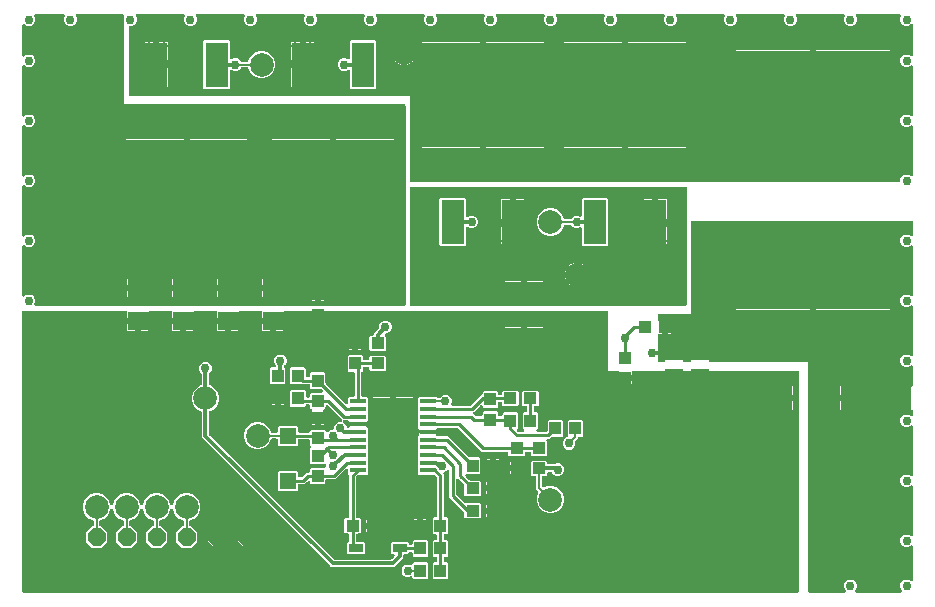
<source format=gbr>
G04 EAGLE Gerber RS-274X export*
G75*
%MOMM*%
%FSLAX34Y34*%
%LPD*%
%INTop Copper*%
%IPPOS*%
%AMOC8*
5,1,8,0,0,1.08239X$1,22.5*%
G01*
%ADD10R,1.400000X0.450000*%
%ADD11R,3.400000X6.500000*%
%ADD12R,1.400000X1.400000*%
%ADD13R,1.000000X1.100000*%
%ADD14R,3.200000X1.800000*%
%ADD15R,1.100000X1.000000*%
%ADD16R,13.000000X5.000000*%
%ADD17R,1.500000X1.300000*%
%ADD18R,6.000000X2.000000*%
%ADD19R,10.300000X8.900000*%
%ADD20R,1.930400X3.810000*%
%ADD21R,1.200000X0.700000*%
%ADD22R,1.800000X1.600000*%
%ADD23P,1.649562X8X112.500000*%
%ADD24C,2.000000*%
%ADD25C,0.254000*%
%ADD26C,0.355600*%
%ADD27C,0.756400*%
%ADD28C,0.152400*%
%ADD29C,0.656400*%
%ADD30C,0.457200*%
%ADD31C,0.304800*%

G36*
X666868Y7001D02*
X666868Y7001D01*
X666987Y7008D01*
X667025Y7021D01*
X667066Y7026D01*
X667176Y7069D01*
X667289Y7106D01*
X667324Y7128D01*
X667361Y7143D01*
X667457Y7212D01*
X667558Y7276D01*
X667586Y7306D01*
X667619Y7329D01*
X667695Y7421D01*
X667776Y7508D01*
X667796Y7543D01*
X667821Y7574D01*
X667872Y7682D01*
X667930Y7786D01*
X667940Y7826D01*
X667957Y7862D01*
X667979Y7979D01*
X668009Y8094D01*
X668013Y8154D01*
X668017Y8174D01*
X668015Y8195D01*
X668019Y8255D01*
X668019Y193675D01*
X668004Y193793D01*
X667997Y193912D01*
X667984Y193950D01*
X667979Y193991D01*
X667936Y194101D01*
X667899Y194214D01*
X667877Y194249D01*
X667862Y194286D01*
X667793Y194382D01*
X667729Y194483D01*
X667699Y194511D01*
X667676Y194544D01*
X667584Y194620D01*
X667497Y194701D01*
X667462Y194721D01*
X667431Y194746D01*
X667323Y194797D01*
X667219Y194855D01*
X667179Y194865D01*
X667143Y194882D01*
X667026Y194904D01*
X666911Y194934D01*
X666851Y194938D01*
X666831Y194942D01*
X666810Y194940D01*
X666750Y194944D01*
X592970Y194944D01*
X592852Y194929D01*
X592733Y194922D01*
X592695Y194909D01*
X592654Y194904D01*
X592544Y194861D01*
X592431Y194824D01*
X592396Y194802D01*
X592359Y194787D01*
X592263Y194718D01*
X592162Y194654D01*
X592134Y194624D01*
X592101Y194601D01*
X592025Y194509D01*
X591944Y194422D01*
X591924Y194387D01*
X591899Y194356D01*
X591848Y194248D01*
X591790Y194144D01*
X591780Y194104D01*
X591763Y194068D01*
X591741Y193951D01*
X591711Y193836D01*
X591707Y193776D01*
X591703Y193756D01*
X591705Y193735D01*
X591701Y193675D01*
X591701Y193064D01*
X585470Y193064D01*
X585352Y193049D01*
X585233Y193042D01*
X585195Y193029D01*
X585155Y193024D01*
X585044Y192980D01*
X584931Y192944D01*
X584896Y192922D01*
X584859Y192907D01*
X584763Y192837D01*
X584662Y192774D01*
X584634Y192744D01*
X584602Y192720D01*
X584526Y192629D01*
X584444Y192542D01*
X584425Y192507D01*
X584399Y192475D01*
X584348Y192368D01*
X584291Y192264D01*
X584280Y192224D01*
X584263Y192188D01*
X584241Y192071D01*
X584211Y191956D01*
X584207Y191895D01*
X584203Y191875D01*
X584205Y191855D01*
X584201Y191795D01*
X584201Y190524D01*
X584199Y190524D01*
X584199Y191795D01*
X584184Y191913D01*
X584177Y192032D01*
X584164Y192070D01*
X584159Y192110D01*
X584115Y192221D01*
X584079Y192334D01*
X584057Y192369D01*
X584042Y192406D01*
X583972Y192502D01*
X583909Y192603D01*
X583879Y192631D01*
X583855Y192663D01*
X583764Y192739D01*
X583677Y192821D01*
X583642Y192840D01*
X583610Y192866D01*
X583503Y192917D01*
X583399Y192974D01*
X583359Y192985D01*
X583323Y193002D01*
X583206Y193024D01*
X583091Y193054D01*
X583030Y193058D01*
X583010Y193062D01*
X582990Y193060D01*
X582930Y193064D01*
X576699Y193064D01*
X576699Y193675D01*
X576684Y193793D01*
X576677Y193912D01*
X576664Y193950D01*
X576659Y193991D01*
X576616Y194101D01*
X576579Y194214D01*
X576557Y194249D01*
X576542Y194286D01*
X576473Y194382D01*
X576409Y194483D01*
X576379Y194511D01*
X576356Y194544D01*
X576264Y194620D01*
X576177Y194701D01*
X576142Y194721D01*
X576111Y194746D01*
X576003Y194797D01*
X575899Y194855D01*
X575859Y194865D01*
X575823Y194882D01*
X575706Y194904D01*
X575591Y194934D01*
X575531Y194938D01*
X575511Y194942D01*
X575490Y194940D01*
X575430Y194944D01*
X570745Y194944D01*
X570627Y194929D01*
X570508Y194922D01*
X570470Y194909D01*
X570429Y194904D01*
X570319Y194861D01*
X570206Y194824D01*
X570171Y194802D01*
X570134Y194787D01*
X570038Y194718D01*
X569937Y194654D01*
X569909Y194624D01*
X569876Y194601D01*
X569800Y194509D01*
X569719Y194422D01*
X569699Y194387D01*
X569674Y194356D01*
X569623Y194248D01*
X569565Y194144D01*
X569555Y194104D01*
X569538Y194068D01*
X569516Y193951D01*
X569486Y193836D01*
X569482Y193776D01*
X569478Y193756D01*
X569480Y193735D01*
X569476Y193675D01*
X569476Y193064D01*
X563245Y193064D01*
X563127Y193049D01*
X563008Y193042D01*
X562970Y193029D01*
X562930Y193024D01*
X562819Y192980D01*
X562706Y192944D01*
X562671Y192922D01*
X562634Y192907D01*
X562538Y192837D01*
X562437Y192774D01*
X562409Y192744D01*
X562377Y192720D01*
X562301Y192629D01*
X562219Y192542D01*
X562200Y192507D01*
X562174Y192475D01*
X562123Y192368D01*
X562066Y192264D01*
X562055Y192224D01*
X562038Y192188D01*
X562016Y192071D01*
X561986Y191956D01*
X561982Y191895D01*
X561978Y191875D01*
X561980Y191855D01*
X561976Y191795D01*
X561976Y190524D01*
X561974Y190524D01*
X561974Y191795D01*
X561959Y191913D01*
X561952Y192032D01*
X561939Y192070D01*
X561934Y192110D01*
X561890Y192221D01*
X561854Y192334D01*
X561832Y192369D01*
X561817Y192406D01*
X561747Y192502D01*
X561684Y192603D01*
X561654Y192631D01*
X561630Y192663D01*
X561539Y192739D01*
X561452Y192821D01*
X561417Y192840D01*
X561385Y192866D01*
X561278Y192917D01*
X561174Y192974D01*
X561134Y192985D01*
X561098Y193002D01*
X560981Y193024D01*
X560866Y193054D01*
X560805Y193058D01*
X560785Y193062D01*
X560765Y193060D01*
X560705Y193064D01*
X554474Y193064D01*
X554474Y193675D01*
X554459Y193793D01*
X554452Y193912D01*
X554439Y193950D01*
X554434Y193991D01*
X554391Y194101D01*
X554354Y194214D01*
X554332Y194249D01*
X554317Y194286D01*
X554248Y194382D01*
X554184Y194483D01*
X554154Y194511D01*
X554131Y194544D01*
X554039Y194620D01*
X553952Y194701D01*
X553917Y194721D01*
X553886Y194746D01*
X553778Y194797D01*
X553674Y194855D01*
X553634Y194865D01*
X553598Y194882D01*
X553481Y194904D01*
X553366Y194934D01*
X553306Y194938D01*
X553286Y194942D01*
X553265Y194940D01*
X553205Y194944D01*
X527440Y194944D01*
X527391Y194938D01*
X527341Y194940D01*
X527233Y194918D01*
X527124Y194904D01*
X527078Y194886D01*
X527029Y194876D01*
X526931Y194828D01*
X526829Y194787D01*
X526788Y194758D01*
X526744Y194736D01*
X526660Y194665D01*
X526571Y194601D01*
X526540Y194562D01*
X526502Y194530D01*
X526439Y194440D01*
X526369Y194356D01*
X526347Y194311D01*
X526319Y194270D01*
X526280Y194167D01*
X526233Y194068D01*
X526224Y194019D01*
X526206Y193972D01*
X526194Y193863D01*
X526173Y193756D01*
X526176Y193706D01*
X526171Y193656D01*
X526186Y193547D01*
X526193Y193438D01*
X526201Y193414D01*
X526201Y190849D01*
X521930Y190849D01*
X521812Y190834D01*
X521693Y190827D01*
X521655Y190814D01*
X521615Y190809D01*
X521504Y190766D01*
X521391Y190729D01*
X521357Y190707D01*
X521319Y190692D01*
X521223Y190623D01*
X521122Y190559D01*
X521094Y190529D01*
X521062Y190506D01*
X520986Y190414D01*
X520904Y190327D01*
X520885Y190292D01*
X520859Y190261D01*
X520808Y190153D01*
X520751Y190049D01*
X520741Y190009D01*
X520723Y189973D01*
X520703Y189866D01*
X520699Y189896D01*
X520655Y190006D01*
X520619Y190119D01*
X520597Y190154D01*
X520582Y190191D01*
X520512Y190287D01*
X520449Y190388D01*
X520419Y190416D01*
X520395Y190449D01*
X520304Y190525D01*
X520217Y190606D01*
X520182Y190626D01*
X520150Y190651D01*
X520043Y190702D01*
X519938Y190760D01*
X519899Y190770D01*
X519863Y190787D01*
X519746Y190809D01*
X519630Y190839D01*
X519570Y190843D01*
X519550Y190847D01*
X519530Y190845D01*
X519470Y190849D01*
X515199Y190849D01*
X515199Y193433D01*
X515217Y193496D01*
X515217Y193546D01*
X515227Y193595D01*
X515220Y193704D01*
X515222Y193814D01*
X515210Y193862D01*
X515207Y193912D01*
X515173Y194016D01*
X515148Y194123D01*
X515124Y194167D01*
X515109Y194214D01*
X515050Y194307D01*
X514999Y194404D01*
X514965Y194441D01*
X514939Y194483D01*
X514859Y194558D01*
X514785Y194640D01*
X514743Y194667D01*
X514707Y194701D01*
X514611Y194754D01*
X514519Y194814D01*
X514472Y194831D01*
X514429Y194855D01*
X514322Y194882D01*
X514219Y194918D01*
X514169Y194922D01*
X514121Y194934D01*
X513960Y194944D01*
X506094Y194944D01*
X506094Y244475D01*
X506079Y244593D01*
X506072Y244712D01*
X506059Y244750D01*
X506054Y244791D01*
X506011Y244901D01*
X505974Y245014D01*
X505952Y245049D01*
X505937Y245086D01*
X505868Y245182D01*
X505804Y245283D01*
X505774Y245311D01*
X505751Y245344D01*
X505659Y245420D01*
X505572Y245501D01*
X505537Y245521D01*
X505506Y245546D01*
X505398Y245597D01*
X505294Y245655D01*
X505254Y245665D01*
X505218Y245682D01*
X505101Y245704D01*
X504986Y245734D01*
X504926Y245738D01*
X504906Y245742D01*
X504885Y245740D01*
X504825Y245744D01*
X266620Y245744D01*
X266502Y245729D01*
X266383Y245722D01*
X266345Y245709D01*
X266304Y245704D01*
X266194Y245661D01*
X266081Y245624D01*
X266046Y245602D01*
X266009Y245587D01*
X265913Y245518D01*
X265812Y245454D01*
X265784Y245424D01*
X265751Y245401D01*
X265675Y245309D01*
X265594Y245222D01*
X265574Y245187D01*
X265549Y245156D01*
X265498Y245048D01*
X265440Y244944D01*
X265430Y244904D01*
X265413Y244868D01*
X265405Y244824D01*
X261580Y244824D01*
X261462Y244809D01*
X261343Y244802D01*
X261305Y244789D01*
X261265Y244784D01*
X261154Y244741D01*
X261041Y244704D01*
X261007Y244682D01*
X260969Y244667D01*
X260873Y244598D01*
X260772Y244534D01*
X260744Y244504D01*
X260712Y244481D01*
X260636Y244389D01*
X260554Y244302D01*
X260535Y244267D01*
X260509Y244236D01*
X260458Y244128D01*
X260401Y244024D01*
X260391Y243984D01*
X260373Y243948D01*
X260353Y243841D01*
X260349Y243871D01*
X260305Y243981D01*
X260269Y244094D01*
X260247Y244129D01*
X260232Y244166D01*
X260162Y244262D01*
X260099Y244363D01*
X260069Y244391D01*
X260045Y244424D01*
X259954Y244500D01*
X259867Y244581D01*
X259832Y244601D01*
X259800Y244626D01*
X259693Y244677D01*
X259588Y244735D01*
X259549Y244745D01*
X259513Y244762D01*
X259396Y244784D01*
X259280Y244814D01*
X259220Y244818D01*
X259200Y244822D01*
X259180Y244820D01*
X259120Y244824D01*
X255296Y244824D01*
X255266Y244901D01*
X255229Y245014D01*
X255207Y245049D01*
X255192Y245086D01*
X255123Y245182D01*
X255059Y245283D01*
X255029Y245311D01*
X255006Y245344D01*
X254914Y245420D01*
X254827Y245501D01*
X254792Y245521D01*
X254761Y245546D01*
X254653Y245597D01*
X254549Y245655D01*
X254509Y245665D01*
X254473Y245682D01*
X254356Y245704D01*
X254241Y245734D01*
X254181Y245738D01*
X254161Y245742D01*
X254140Y245740D01*
X254080Y245744D01*
X232520Y245744D01*
X232402Y245729D01*
X232283Y245722D01*
X232245Y245709D01*
X232204Y245704D01*
X232094Y245661D01*
X231981Y245624D01*
X231946Y245602D01*
X231909Y245587D01*
X231813Y245518D01*
X231712Y245454D01*
X231684Y245424D01*
X231651Y245401D01*
X231575Y245309D01*
X231494Y245222D01*
X231474Y245187D01*
X231449Y245156D01*
X231398Y245048D01*
X231340Y244944D01*
X231330Y244904D01*
X231313Y244868D01*
X231291Y244751D01*
X231261Y244636D01*
X231257Y244576D01*
X231253Y244556D01*
X231255Y244535D01*
X231251Y244475D01*
X231251Y239364D01*
X223520Y239364D01*
X223402Y239349D01*
X223283Y239342D01*
X223245Y239329D01*
X223205Y239324D01*
X223094Y239280D01*
X222981Y239244D01*
X222946Y239222D01*
X222909Y239207D01*
X222813Y239137D01*
X222712Y239074D01*
X222684Y239044D01*
X222652Y239020D01*
X222576Y238929D01*
X222494Y238842D01*
X222475Y238807D01*
X222449Y238775D01*
X222398Y238668D01*
X222341Y238564D01*
X222330Y238524D01*
X222313Y238488D01*
X222291Y238371D01*
X222261Y238256D01*
X222257Y238195D01*
X222253Y238175D01*
X222255Y238155D01*
X222251Y238095D01*
X222251Y236824D01*
X222249Y236824D01*
X222249Y238095D01*
X222234Y238213D01*
X222227Y238332D01*
X222214Y238370D01*
X222209Y238410D01*
X222165Y238521D01*
X222129Y238634D01*
X222107Y238669D01*
X222092Y238706D01*
X222022Y238802D01*
X221959Y238903D01*
X221929Y238931D01*
X221905Y238963D01*
X221814Y239039D01*
X221727Y239121D01*
X221692Y239140D01*
X221660Y239166D01*
X221553Y239217D01*
X221449Y239274D01*
X221409Y239285D01*
X221373Y239302D01*
X221256Y239324D01*
X221141Y239354D01*
X221080Y239358D01*
X221060Y239362D01*
X221040Y239360D01*
X220980Y239364D01*
X213249Y239364D01*
X213249Y244475D01*
X213234Y244593D01*
X213227Y244712D01*
X213214Y244750D01*
X213209Y244791D01*
X213166Y244901D01*
X213129Y245014D01*
X213107Y245049D01*
X213092Y245086D01*
X213023Y245182D01*
X212959Y245283D01*
X212929Y245311D01*
X212906Y245344D01*
X212814Y245420D01*
X212727Y245501D01*
X212692Y245521D01*
X212661Y245546D01*
X212553Y245597D01*
X212449Y245655D01*
X212409Y245665D01*
X212373Y245682D01*
X212256Y245704D01*
X212141Y245734D01*
X212081Y245738D01*
X212061Y245742D01*
X212040Y245740D01*
X211980Y245744D01*
X194420Y245744D01*
X194302Y245729D01*
X194183Y245722D01*
X194145Y245709D01*
X194104Y245704D01*
X193994Y245661D01*
X193881Y245624D01*
X193846Y245602D01*
X193809Y245587D01*
X193713Y245518D01*
X193612Y245454D01*
X193584Y245424D01*
X193551Y245401D01*
X193475Y245309D01*
X193394Y245222D01*
X193374Y245187D01*
X193349Y245156D01*
X193298Y245048D01*
X193240Y244944D01*
X193230Y244904D01*
X193213Y244868D01*
X193191Y244751D01*
X193161Y244636D01*
X193157Y244576D01*
X193153Y244556D01*
X193155Y244535D01*
X193151Y244475D01*
X193151Y239364D01*
X185420Y239364D01*
X185302Y239349D01*
X185183Y239342D01*
X185145Y239329D01*
X185105Y239324D01*
X184994Y239280D01*
X184881Y239244D01*
X184846Y239222D01*
X184809Y239207D01*
X184713Y239137D01*
X184612Y239074D01*
X184584Y239044D01*
X184552Y239020D01*
X184476Y238929D01*
X184394Y238842D01*
X184375Y238807D01*
X184349Y238775D01*
X184298Y238668D01*
X184241Y238564D01*
X184230Y238524D01*
X184213Y238488D01*
X184191Y238371D01*
X184161Y238256D01*
X184157Y238195D01*
X184153Y238175D01*
X184155Y238155D01*
X184151Y238095D01*
X184151Y236824D01*
X184149Y236824D01*
X184149Y238095D01*
X184134Y238213D01*
X184127Y238332D01*
X184114Y238370D01*
X184109Y238410D01*
X184065Y238521D01*
X184029Y238634D01*
X184007Y238669D01*
X183992Y238706D01*
X183922Y238802D01*
X183859Y238903D01*
X183829Y238931D01*
X183805Y238963D01*
X183714Y239039D01*
X183627Y239121D01*
X183592Y239140D01*
X183560Y239166D01*
X183453Y239217D01*
X183349Y239274D01*
X183309Y239285D01*
X183273Y239302D01*
X183156Y239324D01*
X183041Y239354D01*
X182980Y239358D01*
X182960Y239362D01*
X182940Y239360D01*
X182880Y239364D01*
X175149Y239364D01*
X175149Y244475D01*
X175134Y244593D01*
X175127Y244712D01*
X175114Y244750D01*
X175109Y244791D01*
X175066Y244901D01*
X175029Y245014D01*
X175007Y245049D01*
X174992Y245086D01*
X174923Y245182D01*
X174859Y245283D01*
X174829Y245311D01*
X174806Y245344D01*
X174714Y245420D01*
X174627Y245501D01*
X174592Y245521D01*
X174561Y245546D01*
X174453Y245597D01*
X174349Y245655D01*
X174309Y245665D01*
X174273Y245682D01*
X174156Y245704D01*
X174041Y245734D01*
X173981Y245738D01*
X173961Y245742D01*
X173940Y245740D01*
X173880Y245744D01*
X156320Y245744D01*
X156202Y245729D01*
X156083Y245722D01*
X156045Y245709D01*
X156004Y245704D01*
X155894Y245661D01*
X155781Y245624D01*
X155746Y245602D01*
X155709Y245587D01*
X155613Y245518D01*
X155512Y245454D01*
X155484Y245424D01*
X155451Y245401D01*
X155375Y245309D01*
X155294Y245222D01*
X155274Y245187D01*
X155249Y245156D01*
X155198Y245048D01*
X155140Y244944D01*
X155130Y244904D01*
X155113Y244868D01*
X155091Y244751D01*
X155061Y244636D01*
X155057Y244576D01*
X155053Y244556D01*
X155055Y244535D01*
X155051Y244475D01*
X155051Y239364D01*
X147320Y239364D01*
X147202Y239349D01*
X147083Y239342D01*
X147045Y239329D01*
X147005Y239324D01*
X146894Y239280D01*
X146781Y239244D01*
X146746Y239222D01*
X146709Y239207D01*
X146613Y239137D01*
X146512Y239074D01*
X146484Y239044D01*
X146452Y239020D01*
X146376Y238929D01*
X146294Y238842D01*
X146275Y238807D01*
X146249Y238775D01*
X146198Y238668D01*
X146141Y238564D01*
X146130Y238524D01*
X146113Y238488D01*
X146091Y238371D01*
X146061Y238256D01*
X146057Y238195D01*
X146053Y238175D01*
X146055Y238155D01*
X146051Y238095D01*
X146051Y236824D01*
X146049Y236824D01*
X146049Y238095D01*
X146034Y238213D01*
X146027Y238332D01*
X146014Y238370D01*
X146009Y238410D01*
X145965Y238521D01*
X145929Y238634D01*
X145907Y238669D01*
X145892Y238706D01*
X145822Y238802D01*
X145759Y238903D01*
X145729Y238931D01*
X145705Y238963D01*
X145614Y239039D01*
X145527Y239121D01*
X145492Y239140D01*
X145460Y239166D01*
X145353Y239217D01*
X145249Y239274D01*
X145209Y239285D01*
X145173Y239302D01*
X145056Y239324D01*
X144941Y239354D01*
X144880Y239358D01*
X144860Y239362D01*
X144840Y239360D01*
X144780Y239364D01*
X137049Y239364D01*
X137049Y244475D01*
X137034Y244593D01*
X137027Y244712D01*
X137014Y244750D01*
X137009Y244791D01*
X136966Y244901D01*
X136929Y245014D01*
X136907Y245049D01*
X136892Y245086D01*
X136823Y245182D01*
X136759Y245283D01*
X136729Y245311D01*
X136706Y245344D01*
X136614Y245420D01*
X136527Y245501D01*
X136492Y245521D01*
X136461Y245546D01*
X136353Y245597D01*
X136249Y245655D01*
X136209Y245665D01*
X136173Y245682D01*
X136056Y245704D01*
X135941Y245734D01*
X135881Y245738D01*
X135861Y245742D01*
X135840Y245740D01*
X135780Y245744D01*
X118220Y245744D01*
X118102Y245729D01*
X117983Y245722D01*
X117945Y245709D01*
X117904Y245704D01*
X117794Y245661D01*
X117681Y245624D01*
X117646Y245602D01*
X117609Y245587D01*
X117513Y245518D01*
X117412Y245454D01*
X117384Y245424D01*
X117351Y245401D01*
X117275Y245309D01*
X117194Y245222D01*
X117174Y245187D01*
X117149Y245156D01*
X117098Y245048D01*
X117040Y244944D01*
X117030Y244904D01*
X117013Y244868D01*
X116991Y244751D01*
X116961Y244636D01*
X116957Y244576D01*
X116953Y244556D01*
X116955Y244535D01*
X116951Y244475D01*
X116951Y239364D01*
X109220Y239364D01*
X109102Y239349D01*
X108983Y239342D01*
X108945Y239329D01*
X108905Y239324D01*
X108794Y239280D01*
X108681Y239244D01*
X108646Y239222D01*
X108609Y239207D01*
X108513Y239137D01*
X108412Y239074D01*
X108384Y239044D01*
X108352Y239020D01*
X108276Y238929D01*
X108194Y238842D01*
X108175Y238807D01*
X108149Y238775D01*
X108098Y238668D01*
X108041Y238564D01*
X108030Y238524D01*
X108013Y238488D01*
X107991Y238371D01*
X107961Y238256D01*
X107957Y238195D01*
X107953Y238175D01*
X107955Y238155D01*
X107951Y238095D01*
X107951Y236824D01*
X107949Y236824D01*
X107949Y238095D01*
X107934Y238213D01*
X107927Y238332D01*
X107914Y238370D01*
X107909Y238410D01*
X107865Y238521D01*
X107829Y238634D01*
X107807Y238669D01*
X107792Y238706D01*
X107722Y238802D01*
X107659Y238903D01*
X107629Y238931D01*
X107605Y238963D01*
X107514Y239039D01*
X107427Y239121D01*
X107392Y239140D01*
X107360Y239166D01*
X107253Y239217D01*
X107149Y239274D01*
X107109Y239285D01*
X107073Y239302D01*
X106956Y239324D01*
X106841Y239354D01*
X106780Y239358D01*
X106760Y239362D01*
X106740Y239360D01*
X106680Y239364D01*
X98949Y239364D01*
X98949Y244475D01*
X98934Y244593D01*
X98927Y244712D01*
X98914Y244750D01*
X98909Y244791D01*
X98866Y244901D01*
X98829Y245014D01*
X98807Y245049D01*
X98792Y245086D01*
X98723Y245182D01*
X98659Y245283D01*
X98629Y245311D01*
X98606Y245344D01*
X98514Y245420D01*
X98427Y245501D01*
X98392Y245521D01*
X98361Y245546D01*
X98253Y245597D01*
X98149Y245655D01*
X98109Y245665D01*
X98073Y245682D01*
X97956Y245704D01*
X97841Y245734D01*
X97781Y245738D01*
X97761Y245742D01*
X97740Y245740D01*
X97680Y245744D01*
X11430Y245744D01*
X11312Y245729D01*
X11193Y245722D01*
X11155Y245709D01*
X11114Y245704D01*
X11004Y245661D01*
X10891Y245624D01*
X10856Y245602D01*
X10819Y245587D01*
X10723Y245518D01*
X10622Y245454D01*
X10594Y245424D01*
X10561Y245401D01*
X10485Y245309D01*
X10404Y245222D01*
X10384Y245187D01*
X10359Y245156D01*
X10308Y245048D01*
X10250Y244944D01*
X10240Y244904D01*
X10223Y244868D01*
X10201Y244751D01*
X10171Y244636D01*
X10167Y244576D01*
X10163Y244556D01*
X10165Y244535D01*
X10161Y244475D01*
X10161Y8255D01*
X10176Y8137D01*
X10183Y8018D01*
X10196Y7980D01*
X10201Y7939D01*
X10244Y7829D01*
X10281Y7716D01*
X10303Y7681D01*
X10318Y7644D01*
X10387Y7548D01*
X10451Y7447D01*
X10481Y7419D01*
X10504Y7386D01*
X10596Y7310D01*
X10683Y7229D01*
X10718Y7209D01*
X10749Y7184D01*
X10857Y7133D01*
X10961Y7075D01*
X11001Y7065D01*
X11037Y7048D01*
X11154Y7026D01*
X11269Y6996D01*
X11329Y6992D01*
X11349Y6988D01*
X11370Y6990D01*
X11430Y6986D01*
X666750Y6986D01*
X666868Y7001D01*
G37*
G36*
X752367Y354346D02*
X752367Y354346D01*
X752486Y354353D01*
X752524Y354366D01*
X752565Y354371D01*
X752675Y354414D01*
X752788Y354451D01*
X752823Y354473D01*
X752860Y354488D01*
X752956Y354558D01*
X753057Y354621D01*
X753085Y354651D01*
X753118Y354674D01*
X753194Y354766D01*
X753275Y354853D01*
X753295Y354888D01*
X753320Y354919D01*
X753371Y355027D01*
X753429Y355131D01*
X753439Y355171D01*
X753456Y355207D01*
X753478Y355324D01*
X753508Y355439D01*
X753512Y355500D01*
X753516Y355520D01*
X753514Y355540D01*
X753518Y355600D01*
X753518Y356656D01*
X754326Y358606D01*
X755819Y360099D01*
X757769Y360907D01*
X759881Y360907D01*
X761831Y360099D01*
X762172Y359757D01*
X762259Y359690D01*
X762301Y359651D01*
X762322Y359639D01*
X762389Y359583D01*
X762408Y359575D01*
X762424Y359562D01*
X762552Y359507D01*
X762677Y359448D01*
X762697Y359444D01*
X762716Y359436D01*
X762854Y359414D01*
X762990Y359388D01*
X763010Y359389D01*
X763030Y359386D01*
X763169Y359399D01*
X763307Y359408D01*
X763326Y359414D01*
X763346Y359416D01*
X763477Y359463D01*
X763609Y359506D01*
X763627Y359517D01*
X763646Y359524D01*
X763760Y359602D01*
X763878Y359676D01*
X763892Y359691D01*
X763909Y359702D01*
X764001Y359806D01*
X764096Y359908D01*
X764106Y359925D01*
X764119Y359941D01*
X764182Y360064D01*
X764250Y360186D01*
X764255Y360206D01*
X764264Y360224D01*
X764294Y360360D01*
X764329Y360494D01*
X764331Y360522D01*
X764334Y360534D01*
X764333Y360555D01*
X764335Y360588D01*
X764337Y360596D01*
X764336Y360606D01*
X764339Y360655D01*
X764339Y401345D01*
X764322Y401483D01*
X764309Y401622D01*
X764302Y401641D01*
X764299Y401661D01*
X764248Y401790D01*
X764201Y401921D01*
X764190Y401938D01*
X764182Y401956D01*
X764101Y402069D01*
X764023Y402184D01*
X764007Y402197D01*
X763996Y402214D01*
X763888Y402303D01*
X763784Y402394D01*
X763766Y402404D01*
X763751Y402417D01*
X763625Y402476D01*
X763501Y402539D01*
X763481Y402544D01*
X763463Y402552D01*
X763327Y402578D01*
X763191Y402609D01*
X763170Y402608D01*
X763151Y402612D01*
X763012Y402603D01*
X762873Y402599D01*
X762853Y402593D01*
X762833Y402592D01*
X762701Y402549D01*
X762567Y402511D01*
X762550Y402500D01*
X762531Y402494D01*
X762413Y402420D01*
X762293Y402349D01*
X762272Y402330D01*
X762262Y402324D01*
X762248Y402309D01*
X762172Y402243D01*
X761831Y401901D01*
X759881Y401093D01*
X757769Y401093D01*
X755819Y401901D01*
X754326Y403394D01*
X753518Y405344D01*
X753518Y407456D01*
X754326Y409406D01*
X755819Y410899D01*
X757769Y411707D01*
X759881Y411707D01*
X761831Y410899D01*
X762172Y410557D01*
X762282Y410472D01*
X762389Y410383D01*
X762408Y410375D01*
X762424Y410362D01*
X762552Y410307D01*
X762677Y410248D01*
X762697Y410244D01*
X762716Y410236D01*
X762854Y410214D01*
X762990Y410188D01*
X763010Y410189D01*
X763030Y410186D01*
X763169Y410199D01*
X763307Y410208D01*
X763326Y410214D01*
X763346Y410216D01*
X763477Y410263D01*
X763609Y410306D01*
X763627Y410317D01*
X763646Y410324D01*
X763760Y410402D01*
X763878Y410476D01*
X763892Y410491D01*
X763909Y410502D01*
X764001Y410606D01*
X764096Y410708D01*
X764106Y410725D01*
X764119Y410741D01*
X764182Y410864D01*
X764250Y410986D01*
X764255Y411006D01*
X764264Y411024D01*
X764294Y411160D01*
X764329Y411294D01*
X764331Y411322D01*
X764334Y411334D01*
X764333Y411355D01*
X764339Y411455D01*
X764339Y452145D01*
X764322Y452283D01*
X764309Y452422D01*
X764302Y452441D01*
X764299Y452461D01*
X764248Y452590D01*
X764201Y452721D01*
X764190Y452738D01*
X764182Y452756D01*
X764101Y452869D01*
X764023Y452984D01*
X764007Y452997D01*
X763996Y453014D01*
X763888Y453103D01*
X763784Y453194D01*
X763766Y453204D01*
X763751Y453217D01*
X763625Y453276D01*
X763501Y453339D01*
X763481Y453344D01*
X763463Y453352D01*
X763327Y453378D01*
X763191Y453409D01*
X763170Y453408D01*
X763151Y453412D01*
X763012Y453403D01*
X762873Y453399D01*
X762853Y453393D01*
X762833Y453392D01*
X762701Y453349D01*
X762567Y453311D01*
X762550Y453300D01*
X762531Y453294D01*
X762413Y453220D01*
X762293Y453149D01*
X762272Y453130D01*
X762262Y453124D01*
X762248Y453109D01*
X762172Y453043D01*
X761831Y452701D01*
X759881Y451893D01*
X757769Y451893D01*
X755819Y452701D01*
X754326Y454194D01*
X753518Y456144D01*
X753518Y458256D01*
X754326Y460206D01*
X755819Y461699D01*
X757769Y462507D01*
X759881Y462507D01*
X761831Y461699D01*
X762172Y461357D01*
X762282Y461272D01*
X762389Y461183D01*
X762408Y461175D01*
X762424Y461162D01*
X762552Y461107D01*
X762677Y461048D01*
X762697Y461044D01*
X762716Y461036D01*
X762854Y461014D01*
X762990Y460988D01*
X763010Y460989D01*
X763030Y460986D01*
X763169Y460999D01*
X763307Y461008D01*
X763326Y461014D01*
X763346Y461016D01*
X763477Y461063D01*
X763609Y461106D01*
X763627Y461117D01*
X763646Y461124D01*
X763760Y461202D01*
X763878Y461276D01*
X763892Y461291D01*
X763909Y461302D01*
X764001Y461406D01*
X764096Y461508D01*
X764106Y461525D01*
X764119Y461541D01*
X764182Y461664D01*
X764250Y461786D01*
X764255Y461806D01*
X764264Y461824D01*
X764294Y461960D01*
X764329Y462094D01*
X764331Y462122D01*
X764334Y462134D01*
X764333Y462155D01*
X764339Y462255D01*
X764339Y487070D01*
X764322Y487208D01*
X764309Y487347D01*
X764302Y487366D01*
X764299Y487386D01*
X764248Y487515D01*
X764201Y487646D01*
X764190Y487663D01*
X764182Y487681D01*
X764101Y487794D01*
X764023Y487909D01*
X764007Y487922D01*
X763996Y487939D01*
X763888Y488028D01*
X763784Y488119D01*
X763766Y488129D01*
X763751Y488142D01*
X763625Y488201D01*
X763501Y488264D01*
X763481Y488269D01*
X763463Y488277D01*
X763327Y488303D01*
X763191Y488334D01*
X763170Y488333D01*
X763151Y488337D01*
X763012Y488328D01*
X762873Y488324D01*
X762853Y488318D01*
X762833Y488317D01*
X762701Y488274D01*
X762567Y488236D01*
X762550Y488225D01*
X762531Y488219D01*
X762413Y488145D01*
X762293Y488074D01*
X762272Y488055D01*
X762262Y488049D01*
X762248Y488034D01*
X762172Y487968D01*
X761831Y487626D01*
X759881Y486818D01*
X757769Y486818D01*
X755819Y487626D01*
X754326Y489119D01*
X753518Y491069D01*
X753518Y493181D01*
X754195Y494814D01*
X754208Y494862D01*
X754229Y494907D01*
X754250Y495015D01*
X754279Y495121D01*
X754280Y495171D01*
X754289Y495220D01*
X754282Y495329D01*
X754284Y495439D01*
X754272Y495487D01*
X754269Y495537D01*
X754235Y495641D01*
X754210Y495748D01*
X754187Y495792D01*
X754171Y495839D01*
X754112Y495932D01*
X754061Y496029D01*
X754028Y496066D01*
X754001Y496108D01*
X753921Y496183D01*
X753847Y496265D01*
X753806Y496292D01*
X753769Y496326D01*
X753673Y496379D01*
X753581Y496439D01*
X753534Y496456D01*
X753491Y496480D01*
X753385Y496507D01*
X753281Y496543D01*
X753231Y496547D01*
X753183Y496559D01*
X753022Y496569D01*
X717003Y496569D01*
X716953Y496563D01*
X716904Y496565D01*
X716796Y496543D01*
X716687Y496529D01*
X716641Y496511D01*
X716592Y496501D01*
X716493Y496453D01*
X716391Y496412D01*
X716351Y496383D01*
X716307Y496361D01*
X716223Y496290D01*
X716134Y496226D01*
X716102Y496187D01*
X716065Y496155D01*
X716001Y496065D01*
X715931Y495981D01*
X715910Y495936D01*
X715882Y495895D01*
X715842Y495792D01*
X715796Y495693D01*
X715786Y495644D01*
X715769Y495598D01*
X715757Y495488D01*
X715736Y495381D01*
X715739Y495331D01*
X715734Y495282D01*
X715749Y495173D01*
X715756Y495063D01*
X715771Y495016D01*
X715778Y494967D01*
X715830Y494814D01*
X716507Y493181D01*
X716507Y491069D01*
X715699Y489119D01*
X714206Y487626D01*
X712256Y486818D01*
X710144Y486818D01*
X708194Y487626D01*
X706701Y489119D01*
X705893Y491069D01*
X705893Y493181D01*
X706570Y494814D01*
X706583Y494862D01*
X706604Y494907D01*
X706625Y495015D01*
X706654Y495121D01*
X706655Y495171D01*
X706664Y495220D01*
X706657Y495329D01*
X706659Y495439D01*
X706647Y495487D01*
X706644Y495537D01*
X706610Y495641D01*
X706585Y495748D01*
X706562Y495792D01*
X706546Y495839D01*
X706487Y495932D01*
X706436Y496029D01*
X706403Y496066D01*
X706376Y496108D01*
X706296Y496183D01*
X706222Y496265D01*
X706181Y496292D01*
X706144Y496326D01*
X706048Y496379D01*
X705956Y496439D01*
X705909Y496456D01*
X705866Y496480D01*
X705760Y496507D01*
X705656Y496543D01*
X705606Y496547D01*
X705558Y496559D01*
X705397Y496569D01*
X666203Y496569D01*
X666153Y496563D01*
X666104Y496565D01*
X665996Y496543D01*
X665887Y496529D01*
X665841Y496511D01*
X665792Y496501D01*
X665693Y496453D01*
X665591Y496412D01*
X665551Y496383D01*
X665507Y496361D01*
X665423Y496290D01*
X665334Y496226D01*
X665302Y496187D01*
X665265Y496155D01*
X665201Y496065D01*
X665131Y495981D01*
X665110Y495936D01*
X665082Y495895D01*
X665042Y495792D01*
X664996Y495693D01*
X664986Y495644D01*
X664969Y495598D01*
X664957Y495488D01*
X664936Y495381D01*
X664939Y495331D01*
X664934Y495282D01*
X664949Y495173D01*
X664956Y495063D01*
X664971Y495016D01*
X664978Y494967D01*
X665030Y494814D01*
X665707Y493181D01*
X665707Y491069D01*
X664899Y489119D01*
X663406Y487626D01*
X661456Y486818D01*
X659344Y486818D01*
X657394Y487626D01*
X655901Y489119D01*
X655093Y491069D01*
X655093Y493181D01*
X655770Y494814D01*
X655783Y494862D01*
X655804Y494907D01*
X655825Y495015D01*
X655854Y495121D01*
X655855Y495171D01*
X655864Y495220D01*
X655857Y495329D01*
X655859Y495439D01*
X655847Y495487D01*
X655844Y495537D01*
X655810Y495641D01*
X655785Y495748D01*
X655762Y495792D01*
X655746Y495839D01*
X655687Y495932D01*
X655636Y496029D01*
X655603Y496066D01*
X655576Y496108D01*
X655496Y496183D01*
X655422Y496265D01*
X655381Y496292D01*
X655344Y496326D01*
X655248Y496379D01*
X655156Y496439D01*
X655109Y496456D01*
X655066Y496480D01*
X654960Y496507D01*
X654856Y496543D01*
X654806Y496547D01*
X654758Y496559D01*
X654597Y496569D01*
X615403Y496569D01*
X615353Y496563D01*
X615304Y496565D01*
X615196Y496543D01*
X615087Y496529D01*
X615041Y496511D01*
X614992Y496501D01*
X614893Y496453D01*
X614791Y496412D01*
X614751Y496383D01*
X614707Y496361D01*
X614623Y496290D01*
X614534Y496226D01*
X614502Y496187D01*
X614465Y496155D01*
X614401Y496065D01*
X614331Y495981D01*
X614310Y495936D01*
X614282Y495895D01*
X614242Y495792D01*
X614196Y495693D01*
X614186Y495644D01*
X614169Y495598D01*
X614157Y495488D01*
X614136Y495381D01*
X614139Y495331D01*
X614134Y495282D01*
X614149Y495173D01*
X614156Y495063D01*
X614171Y495016D01*
X614178Y494967D01*
X614230Y494814D01*
X614907Y493181D01*
X614907Y491069D01*
X614099Y489119D01*
X612606Y487626D01*
X610656Y486818D01*
X608544Y486818D01*
X606594Y487626D01*
X605101Y489119D01*
X604293Y491069D01*
X604293Y493181D01*
X604970Y494814D01*
X604983Y494862D01*
X605004Y494907D01*
X605025Y495015D01*
X605054Y495121D01*
X605055Y495171D01*
X605064Y495220D01*
X605057Y495329D01*
X605059Y495439D01*
X605047Y495487D01*
X605044Y495537D01*
X605010Y495641D01*
X604985Y495748D01*
X604962Y495792D01*
X604946Y495839D01*
X604887Y495932D01*
X604836Y496029D01*
X604803Y496066D01*
X604776Y496108D01*
X604696Y496183D01*
X604622Y496265D01*
X604581Y496292D01*
X604544Y496326D01*
X604448Y496379D01*
X604356Y496439D01*
X604309Y496456D01*
X604266Y496480D01*
X604160Y496507D01*
X604056Y496543D01*
X604006Y496547D01*
X603958Y496559D01*
X603797Y496569D01*
X564603Y496569D01*
X564553Y496563D01*
X564504Y496565D01*
X564396Y496543D01*
X564287Y496529D01*
X564241Y496511D01*
X564192Y496501D01*
X564093Y496453D01*
X563991Y496412D01*
X563951Y496383D01*
X563907Y496361D01*
X563823Y496290D01*
X563734Y496226D01*
X563702Y496187D01*
X563665Y496155D01*
X563601Y496065D01*
X563531Y495981D01*
X563510Y495936D01*
X563482Y495895D01*
X563442Y495792D01*
X563396Y495693D01*
X563386Y495644D01*
X563369Y495598D01*
X563357Y495488D01*
X563336Y495381D01*
X563339Y495331D01*
X563334Y495282D01*
X563349Y495173D01*
X563356Y495063D01*
X563371Y495016D01*
X563378Y494967D01*
X563430Y494814D01*
X564107Y493181D01*
X564107Y491069D01*
X563299Y489119D01*
X561806Y487626D01*
X559856Y486818D01*
X557744Y486818D01*
X555794Y487626D01*
X554301Y489119D01*
X553493Y491069D01*
X553493Y493181D01*
X554170Y494814D01*
X554183Y494862D01*
X554204Y494907D01*
X554225Y495015D01*
X554254Y495121D01*
X554255Y495171D01*
X554264Y495220D01*
X554257Y495329D01*
X554259Y495439D01*
X554247Y495487D01*
X554244Y495537D01*
X554210Y495641D01*
X554185Y495748D01*
X554162Y495792D01*
X554146Y495839D01*
X554087Y495932D01*
X554036Y496029D01*
X554003Y496066D01*
X553976Y496108D01*
X553896Y496183D01*
X553822Y496265D01*
X553781Y496292D01*
X553744Y496326D01*
X553648Y496379D01*
X553556Y496439D01*
X553509Y496456D01*
X553466Y496480D01*
X553360Y496507D01*
X553256Y496543D01*
X553206Y496547D01*
X553158Y496559D01*
X552997Y496569D01*
X513803Y496569D01*
X513753Y496563D01*
X513704Y496565D01*
X513596Y496543D01*
X513487Y496529D01*
X513441Y496511D01*
X513392Y496501D01*
X513293Y496453D01*
X513191Y496412D01*
X513151Y496383D01*
X513107Y496361D01*
X513023Y496290D01*
X512934Y496226D01*
X512902Y496187D01*
X512865Y496155D01*
X512801Y496065D01*
X512731Y495981D01*
X512710Y495936D01*
X512682Y495895D01*
X512642Y495792D01*
X512596Y495693D01*
X512586Y495644D01*
X512569Y495598D01*
X512557Y495488D01*
X512536Y495381D01*
X512539Y495331D01*
X512534Y495282D01*
X512549Y495173D01*
X512556Y495063D01*
X512571Y495016D01*
X512578Y494967D01*
X512630Y494814D01*
X513307Y493181D01*
X513307Y491069D01*
X512499Y489119D01*
X511006Y487626D01*
X509056Y486818D01*
X506944Y486818D01*
X504994Y487626D01*
X503501Y489119D01*
X502693Y491069D01*
X502693Y493181D01*
X503370Y494814D01*
X503383Y494862D01*
X503404Y494907D01*
X503425Y495015D01*
X503454Y495121D01*
X503455Y495171D01*
X503464Y495220D01*
X503457Y495329D01*
X503459Y495439D01*
X503447Y495487D01*
X503444Y495537D01*
X503410Y495641D01*
X503385Y495748D01*
X503362Y495792D01*
X503346Y495839D01*
X503287Y495932D01*
X503236Y496029D01*
X503203Y496066D01*
X503176Y496108D01*
X503096Y496183D01*
X503022Y496265D01*
X502981Y496292D01*
X502944Y496326D01*
X502848Y496379D01*
X502756Y496439D01*
X502709Y496456D01*
X502666Y496480D01*
X502560Y496507D01*
X502456Y496543D01*
X502406Y496547D01*
X502358Y496559D01*
X502197Y496569D01*
X463003Y496569D01*
X462953Y496563D01*
X462904Y496565D01*
X462796Y496543D01*
X462687Y496529D01*
X462641Y496511D01*
X462592Y496501D01*
X462493Y496453D01*
X462391Y496412D01*
X462351Y496383D01*
X462307Y496361D01*
X462223Y496290D01*
X462134Y496226D01*
X462102Y496187D01*
X462065Y496155D01*
X462001Y496065D01*
X461931Y495981D01*
X461910Y495936D01*
X461882Y495895D01*
X461842Y495792D01*
X461796Y495693D01*
X461786Y495644D01*
X461769Y495598D01*
X461757Y495488D01*
X461736Y495381D01*
X461739Y495331D01*
X461734Y495282D01*
X461749Y495173D01*
X461756Y495063D01*
X461771Y495016D01*
X461778Y494967D01*
X461830Y494814D01*
X462507Y493181D01*
X462507Y491069D01*
X461699Y489119D01*
X460206Y487626D01*
X458256Y486818D01*
X456144Y486818D01*
X454194Y487626D01*
X452701Y489119D01*
X451893Y491069D01*
X451893Y493181D01*
X452570Y494814D01*
X452583Y494862D01*
X452604Y494907D01*
X452625Y495015D01*
X452654Y495121D01*
X452655Y495171D01*
X452664Y495220D01*
X452657Y495329D01*
X452659Y495439D01*
X452647Y495487D01*
X452644Y495537D01*
X452610Y495641D01*
X452585Y495748D01*
X452562Y495792D01*
X452546Y495839D01*
X452487Y495932D01*
X452436Y496029D01*
X452403Y496066D01*
X452376Y496108D01*
X452296Y496183D01*
X452222Y496265D01*
X452181Y496292D01*
X452144Y496326D01*
X452048Y496379D01*
X451956Y496439D01*
X451909Y496456D01*
X451866Y496480D01*
X451760Y496507D01*
X451656Y496543D01*
X451606Y496547D01*
X451558Y496559D01*
X451397Y496569D01*
X412203Y496569D01*
X412153Y496563D01*
X412104Y496565D01*
X411996Y496543D01*
X411887Y496529D01*
X411841Y496511D01*
X411792Y496501D01*
X411693Y496453D01*
X411591Y496412D01*
X411551Y496383D01*
X411507Y496361D01*
X411423Y496290D01*
X411334Y496226D01*
X411302Y496187D01*
X411265Y496155D01*
X411201Y496065D01*
X411131Y495981D01*
X411110Y495936D01*
X411082Y495895D01*
X411042Y495792D01*
X410996Y495693D01*
X410986Y495644D01*
X410969Y495598D01*
X410957Y495488D01*
X410936Y495381D01*
X410939Y495331D01*
X410934Y495282D01*
X410949Y495173D01*
X410956Y495063D01*
X410971Y495016D01*
X410978Y494967D01*
X411030Y494814D01*
X411707Y493181D01*
X411707Y491069D01*
X410899Y489119D01*
X409406Y487626D01*
X407456Y486818D01*
X405344Y486818D01*
X403394Y487626D01*
X401901Y489119D01*
X401093Y491069D01*
X401093Y493181D01*
X401770Y494814D01*
X401783Y494862D01*
X401804Y494907D01*
X401825Y495015D01*
X401854Y495121D01*
X401855Y495171D01*
X401864Y495220D01*
X401857Y495329D01*
X401859Y495439D01*
X401847Y495487D01*
X401844Y495537D01*
X401810Y495641D01*
X401785Y495748D01*
X401762Y495792D01*
X401746Y495839D01*
X401687Y495932D01*
X401636Y496029D01*
X401603Y496066D01*
X401576Y496108D01*
X401496Y496183D01*
X401422Y496265D01*
X401381Y496292D01*
X401344Y496326D01*
X401248Y496379D01*
X401156Y496439D01*
X401109Y496456D01*
X401066Y496480D01*
X400960Y496507D01*
X400856Y496543D01*
X400806Y496547D01*
X400758Y496559D01*
X400597Y496569D01*
X361403Y496569D01*
X361353Y496563D01*
X361304Y496565D01*
X361196Y496543D01*
X361087Y496529D01*
X361041Y496511D01*
X360992Y496501D01*
X360893Y496453D01*
X360791Y496412D01*
X360751Y496383D01*
X360707Y496361D01*
X360623Y496290D01*
X360534Y496226D01*
X360502Y496187D01*
X360465Y496155D01*
X360401Y496065D01*
X360331Y495981D01*
X360310Y495936D01*
X360282Y495895D01*
X360242Y495792D01*
X360196Y495693D01*
X360186Y495644D01*
X360169Y495598D01*
X360157Y495488D01*
X360136Y495381D01*
X360139Y495331D01*
X360134Y495282D01*
X360149Y495173D01*
X360156Y495063D01*
X360171Y495016D01*
X360178Y494967D01*
X360230Y494814D01*
X360907Y493181D01*
X360907Y491069D01*
X360099Y489119D01*
X358606Y487626D01*
X356656Y486818D01*
X354544Y486818D01*
X352594Y487626D01*
X351101Y489119D01*
X350293Y491069D01*
X350293Y493181D01*
X350970Y494814D01*
X350983Y494862D01*
X351004Y494907D01*
X351025Y495015D01*
X351054Y495121D01*
X351055Y495171D01*
X351064Y495220D01*
X351057Y495329D01*
X351059Y495439D01*
X351047Y495487D01*
X351044Y495537D01*
X351010Y495641D01*
X350985Y495748D01*
X350962Y495792D01*
X350946Y495839D01*
X350887Y495932D01*
X350836Y496029D01*
X350803Y496066D01*
X350776Y496108D01*
X350696Y496183D01*
X350622Y496265D01*
X350581Y496292D01*
X350544Y496326D01*
X350448Y496379D01*
X350356Y496439D01*
X350309Y496456D01*
X350266Y496480D01*
X350160Y496507D01*
X350056Y496543D01*
X350006Y496547D01*
X349958Y496559D01*
X349797Y496569D01*
X310603Y496569D01*
X310553Y496563D01*
X310504Y496565D01*
X310396Y496543D01*
X310287Y496529D01*
X310241Y496511D01*
X310192Y496501D01*
X310093Y496453D01*
X309991Y496412D01*
X309951Y496383D01*
X309907Y496361D01*
X309823Y496290D01*
X309734Y496226D01*
X309702Y496187D01*
X309665Y496155D01*
X309601Y496065D01*
X309531Y495981D01*
X309510Y495936D01*
X309482Y495895D01*
X309442Y495792D01*
X309396Y495693D01*
X309386Y495644D01*
X309369Y495598D01*
X309357Y495488D01*
X309336Y495381D01*
X309339Y495331D01*
X309334Y495282D01*
X309349Y495173D01*
X309356Y495063D01*
X309371Y495016D01*
X309378Y494967D01*
X309430Y494814D01*
X310107Y493181D01*
X310107Y491069D01*
X309299Y489119D01*
X307806Y487626D01*
X305856Y486818D01*
X303744Y486818D01*
X301794Y487626D01*
X300301Y489119D01*
X299493Y491069D01*
X299493Y493181D01*
X300170Y494814D01*
X300183Y494862D01*
X300204Y494907D01*
X300225Y495015D01*
X300254Y495121D01*
X300255Y495171D01*
X300264Y495220D01*
X300257Y495329D01*
X300259Y495439D01*
X300247Y495487D01*
X300244Y495537D01*
X300210Y495641D01*
X300185Y495748D01*
X300162Y495792D01*
X300146Y495839D01*
X300087Y495932D01*
X300036Y496029D01*
X300003Y496066D01*
X299976Y496108D01*
X299896Y496183D01*
X299822Y496265D01*
X299781Y496292D01*
X299744Y496326D01*
X299648Y496379D01*
X299556Y496439D01*
X299509Y496456D01*
X299466Y496480D01*
X299360Y496507D01*
X299256Y496543D01*
X299206Y496547D01*
X299158Y496559D01*
X298997Y496569D01*
X259803Y496569D01*
X259753Y496563D01*
X259704Y496565D01*
X259596Y496543D01*
X259487Y496529D01*
X259441Y496511D01*
X259392Y496501D01*
X259293Y496453D01*
X259191Y496412D01*
X259151Y496383D01*
X259107Y496361D01*
X259023Y496290D01*
X258934Y496226D01*
X258902Y496187D01*
X258865Y496155D01*
X258801Y496065D01*
X258731Y495981D01*
X258710Y495936D01*
X258682Y495895D01*
X258642Y495792D01*
X258596Y495693D01*
X258586Y495644D01*
X258569Y495598D01*
X258557Y495488D01*
X258536Y495381D01*
X258539Y495331D01*
X258534Y495282D01*
X258549Y495173D01*
X258556Y495063D01*
X258571Y495016D01*
X258578Y494967D01*
X258630Y494814D01*
X259307Y493181D01*
X259307Y491069D01*
X258499Y489119D01*
X257006Y487626D01*
X255056Y486818D01*
X252944Y486818D01*
X250994Y487626D01*
X249501Y489119D01*
X248693Y491069D01*
X248693Y493181D01*
X249370Y494814D01*
X249383Y494862D01*
X249404Y494907D01*
X249425Y495015D01*
X249454Y495121D01*
X249455Y495171D01*
X249464Y495220D01*
X249457Y495329D01*
X249459Y495439D01*
X249447Y495487D01*
X249444Y495537D01*
X249410Y495641D01*
X249385Y495748D01*
X249362Y495792D01*
X249346Y495839D01*
X249287Y495932D01*
X249236Y496029D01*
X249203Y496066D01*
X249176Y496108D01*
X249096Y496183D01*
X249022Y496265D01*
X248981Y496292D01*
X248944Y496326D01*
X248848Y496379D01*
X248756Y496439D01*
X248709Y496456D01*
X248666Y496480D01*
X248560Y496507D01*
X248456Y496543D01*
X248406Y496547D01*
X248358Y496559D01*
X248197Y496569D01*
X209003Y496569D01*
X208953Y496563D01*
X208904Y496565D01*
X208796Y496543D01*
X208687Y496529D01*
X208641Y496511D01*
X208592Y496501D01*
X208493Y496453D01*
X208391Y496412D01*
X208351Y496383D01*
X208307Y496361D01*
X208223Y496290D01*
X208134Y496226D01*
X208102Y496187D01*
X208065Y496155D01*
X208001Y496065D01*
X207931Y495981D01*
X207910Y495936D01*
X207882Y495895D01*
X207842Y495792D01*
X207796Y495693D01*
X207786Y495644D01*
X207769Y495598D01*
X207757Y495488D01*
X207736Y495381D01*
X207739Y495331D01*
X207734Y495282D01*
X207749Y495173D01*
X207756Y495063D01*
X207771Y495016D01*
X207778Y494967D01*
X207830Y494814D01*
X208507Y493181D01*
X208507Y491069D01*
X207699Y489119D01*
X206206Y487626D01*
X204256Y486818D01*
X202144Y486818D01*
X200194Y487626D01*
X198701Y489119D01*
X197893Y491069D01*
X197893Y493181D01*
X198570Y494814D01*
X198583Y494862D01*
X198604Y494907D01*
X198625Y495015D01*
X198654Y495121D01*
X198655Y495171D01*
X198664Y495220D01*
X198657Y495329D01*
X198659Y495439D01*
X198647Y495487D01*
X198644Y495537D01*
X198610Y495641D01*
X198585Y495748D01*
X198562Y495792D01*
X198546Y495839D01*
X198487Y495932D01*
X198436Y496029D01*
X198403Y496066D01*
X198376Y496108D01*
X198296Y496183D01*
X198222Y496265D01*
X198181Y496292D01*
X198144Y496326D01*
X198048Y496379D01*
X197956Y496439D01*
X197909Y496456D01*
X197866Y496480D01*
X197760Y496507D01*
X197656Y496543D01*
X197606Y496547D01*
X197558Y496559D01*
X197397Y496569D01*
X158203Y496569D01*
X158153Y496563D01*
X158104Y496565D01*
X157996Y496543D01*
X157887Y496529D01*
X157841Y496511D01*
X157792Y496501D01*
X157693Y496453D01*
X157591Y496412D01*
X157551Y496383D01*
X157507Y496361D01*
X157423Y496290D01*
X157334Y496226D01*
X157302Y496187D01*
X157265Y496155D01*
X157201Y496065D01*
X157131Y495981D01*
X157110Y495936D01*
X157082Y495895D01*
X157042Y495792D01*
X156996Y495693D01*
X156986Y495644D01*
X156969Y495598D01*
X156957Y495488D01*
X156936Y495381D01*
X156939Y495331D01*
X156934Y495282D01*
X156949Y495173D01*
X156956Y495063D01*
X156971Y495016D01*
X156978Y494967D01*
X157030Y494814D01*
X157707Y493181D01*
X157707Y491069D01*
X156899Y489119D01*
X155406Y487626D01*
X153456Y486818D01*
X151344Y486818D01*
X149394Y487626D01*
X147901Y489119D01*
X147093Y491069D01*
X147093Y493181D01*
X147770Y494814D01*
X147783Y494862D01*
X147804Y494907D01*
X147825Y495015D01*
X147854Y495121D01*
X147855Y495171D01*
X147864Y495220D01*
X147857Y495329D01*
X147859Y495439D01*
X147847Y495487D01*
X147844Y495537D01*
X147810Y495641D01*
X147785Y495748D01*
X147762Y495792D01*
X147746Y495839D01*
X147687Y495932D01*
X147636Y496029D01*
X147603Y496066D01*
X147576Y496108D01*
X147496Y496183D01*
X147422Y496265D01*
X147381Y496292D01*
X147344Y496326D01*
X147248Y496379D01*
X147156Y496439D01*
X147109Y496456D01*
X147066Y496480D01*
X146960Y496507D01*
X146856Y496543D01*
X146806Y496547D01*
X146758Y496559D01*
X146597Y496569D01*
X107403Y496569D01*
X107353Y496563D01*
X107304Y496565D01*
X107196Y496543D01*
X107087Y496529D01*
X107041Y496511D01*
X106992Y496501D01*
X106893Y496453D01*
X106791Y496412D01*
X106751Y496383D01*
X106707Y496361D01*
X106623Y496290D01*
X106534Y496226D01*
X106502Y496187D01*
X106465Y496155D01*
X106401Y496065D01*
X106331Y495981D01*
X106310Y495936D01*
X106282Y495895D01*
X106242Y495792D01*
X106196Y495693D01*
X106186Y495644D01*
X106169Y495598D01*
X106157Y495488D01*
X106136Y495381D01*
X106139Y495331D01*
X106134Y495282D01*
X106149Y495173D01*
X106156Y495063D01*
X106171Y495016D01*
X106178Y494967D01*
X106230Y494814D01*
X106907Y493181D01*
X106907Y491069D01*
X106099Y489119D01*
X104606Y487626D01*
X102656Y486818D01*
X101600Y486818D01*
X101482Y486803D01*
X101363Y486796D01*
X101325Y486783D01*
X101284Y486778D01*
X101174Y486735D01*
X101061Y486698D01*
X101026Y486676D01*
X100989Y486661D01*
X100893Y486592D01*
X100792Y486528D01*
X100764Y486498D01*
X100731Y486475D01*
X100656Y486383D01*
X100574Y486296D01*
X100554Y486261D01*
X100529Y486230D01*
X100478Y486122D01*
X100420Y486018D01*
X100410Y485978D01*
X100393Y485942D01*
X100371Y485825D01*
X100341Y485710D01*
X100337Y485650D01*
X100333Y485630D01*
X100335Y485609D01*
X100331Y485549D01*
X100331Y428625D01*
X100346Y428507D01*
X100353Y428388D01*
X100366Y428350D01*
X100371Y428309D01*
X100414Y428199D01*
X100451Y428086D01*
X100473Y428051D01*
X100488Y428014D01*
X100558Y427918D01*
X100621Y427817D01*
X100651Y427789D01*
X100674Y427756D01*
X100766Y427681D01*
X100853Y427599D01*
X100888Y427579D01*
X100919Y427554D01*
X101027Y427503D01*
X101131Y427445D01*
X101171Y427435D01*
X101207Y427418D01*
X101324Y427396D01*
X101439Y427366D01*
X101500Y427362D01*
X101520Y427358D01*
X101540Y427360D01*
X101600Y427356D01*
X338456Y427356D01*
X338456Y355600D01*
X338471Y355482D01*
X338478Y355363D01*
X338491Y355325D01*
X338496Y355284D01*
X338539Y355174D01*
X338576Y355061D01*
X338598Y355026D01*
X338613Y354989D01*
X338683Y354893D01*
X338746Y354792D01*
X338776Y354764D01*
X338799Y354731D01*
X338891Y354656D01*
X338978Y354574D01*
X339013Y354554D01*
X339044Y354529D01*
X339152Y354478D01*
X339256Y354420D01*
X339296Y354410D01*
X339332Y354393D01*
X339449Y354371D01*
X339564Y354341D01*
X339625Y354337D01*
X339645Y354333D01*
X339665Y354335D01*
X339725Y354331D01*
X752249Y354331D01*
X752367Y354346D01*
G37*
G36*
X333493Y249571D02*
X333493Y249571D01*
X333612Y249578D01*
X333650Y249591D01*
X333691Y249596D01*
X333801Y249639D01*
X333914Y249676D01*
X333949Y249698D01*
X333986Y249713D01*
X334082Y249783D01*
X334183Y249846D01*
X334211Y249876D01*
X334244Y249899D01*
X334320Y249991D01*
X334401Y250078D01*
X334421Y250113D01*
X334446Y250144D01*
X334497Y250252D01*
X334555Y250356D01*
X334565Y250396D01*
X334582Y250432D01*
X334604Y250549D01*
X334634Y250664D01*
X334638Y250725D01*
X334642Y250745D01*
X334640Y250765D01*
X334644Y250825D01*
X334644Y419100D01*
X334629Y419218D01*
X334622Y419337D01*
X334609Y419375D01*
X334604Y419416D01*
X334561Y419526D01*
X334524Y419639D01*
X334502Y419674D01*
X334487Y419711D01*
X334418Y419807D01*
X334354Y419908D01*
X334324Y419936D01*
X334301Y419969D01*
X334209Y420045D01*
X334122Y420126D01*
X334087Y420146D01*
X334056Y420171D01*
X333948Y420222D01*
X333844Y420280D01*
X333804Y420290D01*
X333768Y420307D01*
X333651Y420329D01*
X333536Y420359D01*
X333476Y420363D01*
X333456Y420367D01*
X333435Y420365D01*
X333375Y420369D01*
X96519Y420369D01*
X96519Y490271D01*
X96518Y490281D01*
X96519Y490290D01*
X96498Y490439D01*
X96479Y490587D01*
X96476Y490596D01*
X96475Y490605D01*
X96423Y490757D01*
X96293Y491069D01*
X96293Y493181D01*
X96423Y493493D01*
X96425Y493502D01*
X96430Y493510D01*
X96467Y493655D01*
X96507Y493800D01*
X96507Y493809D01*
X96509Y493818D01*
X96519Y493979D01*
X96519Y495300D01*
X96504Y495418D01*
X96497Y495537D01*
X96484Y495575D01*
X96479Y495616D01*
X96436Y495726D01*
X96399Y495839D01*
X96377Y495874D01*
X96362Y495911D01*
X96293Y496007D01*
X96229Y496108D01*
X96199Y496136D01*
X96176Y496169D01*
X96084Y496245D01*
X95997Y496326D01*
X95962Y496346D01*
X95931Y496371D01*
X95823Y496422D01*
X95719Y496480D01*
X95679Y496490D01*
X95643Y496507D01*
X95526Y496529D01*
X95411Y496559D01*
X95351Y496563D01*
X95331Y496567D01*
X95310Y496565D01*
X95250Y496569D01*
X56603Y496569D01*
X56553Y496563D01*
X56504Y496565D01*
X56396Y496543D01*
X56287Y496529D01*
X56241Y496511D01*
X56192Y496501D01*
X56093Y496453D01*
X55991Y496412D01*
X55951Y496383D01*
X55907Y496361D01*
X55823Y496290D01*
X55734Y496226D01*
X55702Y496187D01*
X55665Y496155D01*
X55601Y496065D01*
X55531Y495981D01*
X55510Y495936D01*
X55482Y495895D01*
X55442Y495792D01*
X55396Y495693D01*
X55386Y495644D01*
X55369Y495598D01*
X55357Y495488D01*
X55336Y495381D01*
X55339Y495331D01*
X55334Y495282D01*
X55349Y495173D01*
X55356Y495063D01*
X55371Y495016D01*
X55378Y494967D01*
X55430Y494814D01*
X56107Y493181D01*
X56107Y491069D01*
X55299Y489119D01*
X53806Y487626D01*
X51856Y486818D01*
X49744Y486818D01*
X47794Y487626D01*
X46301Y489119D01*
X45493Y491069D01*
X45493Y493181D01*
X46170Y494814D01*
X46183Y494862D01*
X46204Y494907D01*
X46225Y495015D01*
X46254Y495121D01*
X46255Y495171D01*
X46264Y495220D01*
X46257Y495329D01*
X46259Y495439D01*
X46247Y495487D01*
X46244Y495537D01*
X46210Y495641D01*
X46185Y495748D01*
X46162Y495792D01*
X46146Y495839D01*
X46087Y495932D01*
X46036Y496029D01*
X46003Y496066D01*
X45976Y496108D01*
X45896Y496183D01*
X45822Y496265D01*
X45781Y496292D01*
X45744Y496326D01*
X45648Y496379D01*
X45556Y496439D01*
X45509Y496456D01*
X45466Y496480D01*
X45360Y496507D01*
X45256Y496543D01*
X45206Y496547D01*
X45158Y496559D01*
X44997Y496569D01*
X21678Y496569D01*
X21628Y496563D01*
X21579Y496565D01*
X21471Y496543D01*
X21362Y496529D01*
X21316Y496511D01*
X21267Y496501D01*
X21168Y496453D01*
X21066Y496412D01*
X21026Y496383D01*
X20982Y496361D01*
X20898Y496290D01*
X20809Y496226D01*
X20777Y496187D01*
X20740Y496155D01*
X20676Y496065D01*
X20606Y495981D01*
X20585Y495936D01*
X20557Y495895D01*
X20517Y495792D01*
X20471Y495693D01*
X20461Y495644D01*
X20444Y495598D01*
X20432Y495488D01*
X20411Y495381D01*
X20414Y495331D01*
X20409Y495282D01*
X20424Y495173D01*
X20431Y495063D01*
X20446Y495016D01*
X20453Y494967D01*
X20505Y494814D01*
X21182Y493181D01*
X21182Y491069D01*
X20374Y489119D01*
X18881Y487626D01*
X16931Y486818D01*
X14819Y486818D01*
X12869Y487626D01*
X12327Y488168D01*
X12218Y488253D01*
X12111Y488342D01*
X12092Y488350D01*
X12076Y488363D01*
X11948Y488418D01*
X11823Y488477D01*
X11803Y488481D01*
X11784Y488489D01*
X11646Y488511D01*
X11510Y488537D01*
X11490Y488536D01*
X11470Y488539D01*
X11331Y488526D01*
X11193Y488517D01*
X11174Y488511D01*
X11154Y488509D01*
X11023Y488462D01*
X10891Y488419D01*
X10873Y488408D01*
X10854Y488401D01*
X10740Y488323D01*
X10622Y488249D01*
X10608Y488234D01*
X10591Y488223D01*
X10499Y488119D01*
X10404Y488017D01*
X10394Y488000D01*
X10381Y487984D01*
X10318Y487861D01*
X10250Y487739D01*
X10245Y487719D01*
X10236Y487701D01*
X10206Y487565D01*
X10171Y487431D01*
X10169Y487403D01*
X10166Y487391D01*
X10167Y487370D01*
X10161Y487270D01*
X10161Y462055D01*
X10178Y461917D01*
X10191Y461778D01*
X10198Y461759D01*
X10201Y461739D01*
X10252Y461610D01*
X10299Y461479D01*
X10310Y461462D01*
X10318Y461444D01*
X10399Y461331D01*
X10477Y461216D01*
X10493Y461203D01*
X10504Y461186D01*
X10612Y461097D01*
X10716Y461006D01*
X10734Y460996D01*
X10749Y460983D01*
X10875Y460924D01*
X10999Y460861D01*
X11019Y460857D01*
X11037Y460848D01*
X11174Y460822D01*
X11309Y460791D01*
X11330Y460792D01*
X11349Y460788D01*
X11488Y460797D01*
X11627Y460801D01*
X11647Y460807D01*
X11667Y460808D01*
X11799Y460851D01*
X11933Y460889D01*
X11950Y460900D01*
X11969Y460906D01*
X12087Y460980D01*
X12207Y461051D01*
X12228Y461070D01*
X12238Y461076D01*
X12252Y461091D01*
X12327Y461157D01*
X12869Y461699D01*
X14819Y462507D01*
X16931Y462507D01*
X18881Y461699D01*
X20374Y460206D01*
X21182Y458256D01*
X21182Y456144D01*
X20374Y454194D01*
X18881Y452701D01*
X16931Y451893D01*
X14819Y451893D01*
X12869Y452701D01*
X12327Y453243D01*
X12218Y453328D01*
X12111Y453417D01*
X12092Y453425D01*
X12076Y453438D01*
X11948Y453493D01*
X11823Y453552D01*
X11803Y453556D01*
X11784Y453564D01*
X11646Y453586D01*
X11510Y453612D01*
X11490Y453611D01*
X11470Y453614D01*
X11331Y453601D01*
X11193Y453592D01*
X11174Y453586D01*
X11154Y453584D01*
X11023Y453537D01*
X10891Y453494D01*
X10873Y453483D01*
X10854Y453476D01*
X10740Y453398D01*
X10622Y453324D01*
X10608Y453309D01*
X10591Y453298D01*
X10499Y453194D01*
X10404Y453092D01*
X10394Y453075D01*
X10381Y453059D01*
X10318Y452936D01*
X10250Y452814D01*
X10245Y452794D01*
X10236Y452776D01*
X10206Y452640D01*
X10171Y452506D01*
X10169Y452478D01*
X10166Y452466D01*
X10167Y452445D01*
X10161Y452345D01*
X10161Y411255D01*
X10178Y411117D01*
X10191Y410978D01*
X10198Y410959D01*
X10201Y410939D01*
X10252Y410810D01*
X10299Y410679D01*
X10310Y410662D01*
X10318Y410644D01*
X10399Y410531D01*
X10477Y410416D01*
X10493Y410403D01*
X10504Y410386D01*
X10612Y410297D01*
X10716Y410206D01*
X10734Y410196D01*
X10749Y410183D01*
X10875Y410124D01*
X10999Y410061D01*
X11019Y410057D01*
X11037Y410048D01*
X11174Y410022D01*
X11309Y409991D01*
X11330Y409992D01*
X11349Y409988D01*
X11488Y409997D01*
X11627Y410001D01*
X11647Y410007D01*
X11667Y410008D01*
X11799Y410051D01*
X11933Y410089D01*
X11950Y410100D01*
X11969Y410106D01*
X12087Y410180D01*
X12207Y410251D01*
X12228Y410270D01*
X12238Y410276D01*
X12252Y410291D01*
X12327Y410357D01*
X12869Y410899D01*
X14819Y411707D01*
X16931Y411707D01*
X18881Y410899D01*
X20374Y409406D01*
X21182Y407456D01*
X21182Y405344D01*
X20374Y403394D01*
X18881Y401901D01*
X16931Y401093D01*
X14819Y401093D01*
X12869Y401901D01*
X12327Y402443D01*
X12218Y402528D01*
X12111Y402617D01*
X12092Y402625D01*
X12076Y402638D01*
X11948Y402693D01*
X11823Y402752D01*
X11803Y402756D01*
X11784Y402764D01*
X11646Y402786D01*
X11510Y402812D01*
X11490Y402811D01*
X11470Y402814D01*
X11331Y402801D01*
X11193Y402792D01*
X11174Y402786D01*
X11154Y402784D01*
X11023Y402737D01*
X10891Y402694D01*
X10873Y402683D01*
X10854Y402676D01*
X10740Y402598D01*
X10622Y402524D01*
X10608Y402509D01*
X10591Y402498D01*
X10499Y402394D01*
X10404Y402292D01*
X10394Y402275D01*
X10381Y402259D01*
X10318Y402136D01*
X10250Y402014D01*
X10245Y401994D01*
X10236Y401976D01*
X10206Y401840D01*
X10171Y401706D01*
X10169Y401678D01*
X10166Y401666D01*
X10167Y401645D01*
X10161Y401545D01*
X10161Y360455D01*
X10178Y360317D01*
X10191Y360178D01*
X10198Y360159D01*
X10201Y360139D01*
X10252Y360010D01*
X10299Y359879D01*
X10310Y359862D01*
X10318Y359844D01*
X10399Y359731D01*
X10477Y359616D01*
X10493Y359603D01*
X10504Y359586D01*
X10612Y359497D01*
X10716Y359406D01*
X10734Y359396D01*
X10749Y359383D01*
X10875Y359324D01*
X10999Y359261D01*
X11019Y359257D01*
X11037Y359248D01*
X11174Y359222D01*
X11309Y359191D01*
X11330Y359192D01*
X11349Y359188D01*
X11488Y359197D01*
X11627Y359201D01*
X11647Y359207D01*
X11667Y359208D01*
X11799Y359251D01*
X11933Y359289D01*
X11950Y359300D01*
X11969Y359306D01*
X12087Y359380D01*
X12207Y359451D01*
X12228Y359470D01*
X12238Y359476D01*
X12252Y359491D01*
X12327Y359557D01*
X12869Y360099D01*
X14819Y360907D01*
X16931Y360907D01*
X18881Y360099D01*
X20374Y358606D01*
X21182Y356656D01*
X21182Y354544D01*
X20374Y352594D01*
X18881Y351101D01*
X16931Y350293D01*
X14819Y350293D01*
X12869Y351101D01*
X12327Y351643D01*
X12218Y351728D01*
X12111Y351817D01*
X12092Y351825D01*
X12076Y351838D01*
X11948Y351893D01*
X11823Y351952D01*
X11803Y351956D01*
X11784Y351964D01*
X11646Y351986D01*
X11510Y352012D01*
X11490Y352011D01*
X11470Y352014D01*
X11331Y352001D01*
X11193Y351992D01*
X11174Y351986D01*
X11154Y351984D01*
X11023Y351937D01*
X10891Y351894D01*
X10873Y351883D01*
X10854Y351876D01*
X10740Y351798D01*
X10622Y351724D01*
X10608Y351709D01*
X10591Y351698D01*
X10499Y351594D01*
X10404Y351492D01*
X10394Y351475D01*
X10381Y351459D01*
X10318Y351336D01*
X10250Y351214D01*
X10245Y351194D01*
X10236Y351176D01*
X10206Y351040D01*
X10171Y350906D01*
X10169Y350878D01*
X10166Y350866D01*
X10167Y350845D01*
X10161Y350745D01*
X10161Y309655D01*
X10178Y309517D01*
X10191Y309378D01*
X10198Y309359D01*
X10201Y309339D01*
X10252Y309210D01*
X10299Y309079D01*
X10310Y309062D01*
X10318Y309044D01*
X10399Y308931D01*
X10477Y308816D01*
X10493Y308803D01*
X10504Y308786D01*
X10612Y308697D01*
X10716Y308606D01*
X10734Y308596D01*
X10749Y308583D01*
X10875Y308524D01*
X10999Y308461D01*
X11019Y308457D01*
X11037Y308448D01*
X11174Y308422D01*
X11309Y308391D01*
X11330Y308392D01*
X11349Y308388D01*
X11488Y308397D01*
X11627Y308401D01*
X11647Y308407D01*
X11667Y308408D01*
X11799Y308451D01*
X11933Y308489D01*
X11950Y308500D01*
X11969Y308506D01*
X12087Y308580D01*
X12207Y308651D01*
X12228Y308670D01*
X12238Y308676D01*
X12252Y308691D01*
X12327Y308757D01*
X12869Y309299D01*
X14819Y310107D01*
X16931Y310107D01*
X18881Y309299D01*
X20374Y307806D01*
X21182Y305856D01*
X21182Y303744D01*
X20374Y301794D01*
X18881Y300301D01*
X16931Y299493D01*
X14819Y299493D01*
X12869Y300301D01*
X12327Y300843D01*
X12218Y300928D01*
X12111Y301017D01*
X12092Y301025D01*
X12076Y301038D01*
X11948Y301093D01*
X11823Y301152D01*
X11803Y301156D01*
X11784Y301164D01*
X11646Y301186D01*
X11510Y301212D01*
X11490Y301211D01*
X11470Y301214D01*
X11331Y301201D01*
X11193Y301192D01*
X11174Y301186D01*
X11154Y301184D01*
X11023Y301137D01*
X10891Y301094D01*
X10873Y301083D01*
X10854Y301076D01*
X10740Y300998D01*
X10622Y300924D01*
X10608Y300909D01*
X10591Y300898D01*
X10499Y300794D01*
X10404Y300692D01*
X10394Y300675D01*
X10381Y300659D01*
X10318Y300536D01*
X10250Y300414D01*
X10245Y300394D01*
X10236Y300376D01*
X10206Y300240D01*
X10171Y300106D01*
X10169Y300078D01*
X10166Y300066D01*
X10167Y300045D01*
X10161Y299945D01*
X10161Y258855D01*
X10178Y258717D01*
X10191Y258578D01*
X10198Y258559D01*
X10201Y258539D01*
X10252Y258410D01*
X10299Y258279D01*
X10310Y258262D01*
X10318Y258244D01*
X10399Y258131D01*
X10477Y258016D01*
X10493Y258003D01*
X10504Y257986D01*
X10612Y257897D01*
X10716Y257806D01*
X10734Y257796D01*
X10749Y257783D01*
X10875Y257724D01*
X10999Y257661D01*
X11019Y257657D01*
X11037Y257648D01*
X11174Y257622D01*
X11309Y257591D01*
X11330Y257592D01*
X11349Y257588D01*
X11488Y257597D01*
X11627Y257601D01*
X11647Y257607D01*
X11667Y257608D01*
X11799Y257651D01*
X11933Y257689D01*
X11950Y257700D01*
X11969Y257706D01*
X12087Y257780D01*
X12207Y257851D01*
X12228Y257870D01*
X12238Y257876D01*
X12252Y257891D01*
X12327Y257957D01*
X12869Y258499D01*
X14819Y259307D01*
X16931Y259307D01*
X18881Y258499D01*
X20374Y257006D01*
X21182Y255056D01*
X21182Y252944D01*
X20505Y251311D01*
X20492Y251263D01*
X20471Y251218D01*
X20450Y251110D01*
X20421Y251004D01*
X20420Y250954D01*
X20411Y250906D01*
X20418Y250796D01*
X20416Y250686D01*
X20428Y250638D01*
X20431Y250588D01*
X20465Y250484D01*
X20490Y250377D01*
X20513Y250333D01*
X20529Y250286D01*
X20588Y250193D01*
X20639Y250096D01*
X20672Y250059D01*
X20699Y250017D01*
X20779Y249942D01*
X20853Y249860D01*
X20894Y249833D01*
X20931Y249799D01*
X21027Y249746D01*
X21119Y249686D01*
X21166Y249669D01*
X21209Y249645D01*
X21315Y249618D01*
X21419Y249582D01*
X21469Y249578D01*
X21517Y249566D01*
X21678Y249556D01*
X333375Y249556D01*
X333493Y249571D01*
G37*
G36*
X706483Y7003D02*
X706483Y7003D01*
X706622Y7016D01*
X706641Y7023D01*
X706661Y7026D01*
X706790Y7077D01*
X706921Y7124D01*
X706938Y7135D01*
X706956Y7143D01*
X707069Y7224D01*
X707184Y7302D01*
X707197Y7318D01*
X707214Y7329D01*
X707303Y7437D01*
X707394Y7541D01*
X707404Y7559D01*
X707417Y7574D01*
X707476Y7700D01*
X707539Y7824D01*
X707543Y7844D01*
X707552Y7862D01*
X707578Y7999D01*
X707609Y8134D01*
X707608Y8155D01*
X707612Y8174D01*
X707603Y8313D01*
X707599Y8452D01*
X707593Y8472D01*
X707592Y8492D01*
X707549Y8624D01*
X707511Y8758D01*
X707500Y8775D01*
X707494Y8794D01*
X707420Y8912D01*
X707349Y9032D01*
X707330Y9053D01*
X707324Y9063D01*
X707309Y9077D01*
X707243Y9152D01*
X706701Y9694D01*
X705893Y11644D01*
X705893Y13756D01*
X706701Y15706D01*
X708194Y17199D01*
X710144Y18007D01*
X712256Y18007D01*
X714206Y17199D01*
X715699Y15706D01*
X716507Y13756D01*
X716507Y11644D01*
X715699Y9694D01*
X715157Y9152D01*
X715072Y9043D01*
X714983Y8936D01*
X714975Y8917D01*
X714962Y8901D01*
X714907Y8773D01*
X714848Y8648D01*
X714844Y8628D01*
X714836Y8609D01*
X714814Y8471D01*
X714788Y8335D01*
X714789Y8315D01*
X714786Y8295D01*
X714799Y8156D01*
X714808Y8018D01*
X714814Y7999D01*
X714816Y7979D01*
X714863Y7848D01*
X714906Y7716D01*
X714917Y7698D01*
X714924Y7679D01*
X715002Y7565D01*
X715076Y7447D01*
X715091Y7433D01*
X715102Y7416D01*
X715206Y7324D01*
X715308Y7229D01*
X715325Y7219D01*
X715341Y7206D01*
X715464Y7143D01*
X715586Y7075D01*
X715606Y7070D01*
X715624Y7061D01*
X715760Y7031D01*
X715894Y6996D01*
X715922Y6994D01*
X715934Y6991D01*
X715955Y6992D01*
X716055Y6986D01*
X753970Y6986D01*
X754108Y7003D01*
X754247Y7016D01*
X754266Y7023D01*
X754286Y7026D01*
X754415Y7077D01*
X754546Y7124D01*
X754563Y7135D01*
X754581Y7143D01*
X754694Y7224D01*
X754809Y7302D01*
X754822Y7318D01*
X754839Y7329D01*
X754928Y7437D01*
X755019Y7541D01*
X755029Y7559D01*
X755042Y7574D01*
X755101Y7700D01*
X755164Y7824D01*
X755168Y7844D01*
X755177Y7862D01*
X755203Y7999D01*
X755234Y8134D01*
X755233Y8155D01*
X755237Y8174D01*
X755228Y8313D01*
X755224Y8452D01*
X755218Y8472D01*
X755217Y8492D01*
X755174Y8624D01*
X755136Y8758D01*
X755125Y8775D01*
X755119Y8794D01*
X755045Y8912D01*
X754974Y9032D01*
X754955Y9053D01*
X754949Y9063D01*
X754934Y9077D01*
X754868Y9152D01*
X754326Y9694D01*
X753518Y11644D01*
X753518Y13756D01*
X754326Y15706D01*
X755819Y17199D01*
X757769Y18007D01*
X759881Y18007D01*
X761831Y17199D01*
X762172Y16857D01*
X762282Y16772D01*
X762389Y16683D01*
X762408Y16675D01*
X762424Y16662D01*
X762552Y16607D01*
X762677Y16548D01*
X762697Y16544D01*
X762716Y16536D01*
X762854Y16514D01*
X762990Y16488D01*
X763010Y16489D01*
X763030Y16486D01*
X763169Y16499D01*
X763307Y16508D01*
X763326Y16514D01*
X763346Y16516D01*
X763477Y16563D01*
X763609Y16606D01*
X763627Y16617D01*
X763646Y16624D01*
X763760Y16702D01*
X763878Y16776D01*
X763892Y16791D01*
X763909Y16802D01*
X764001Y16906D01*
X764096Y17008D01*
X764106Y17025D01*
X764119Y17041D01*
X764182Y17164D01*
X764250Y17286D01*
X764255Y17306D01*
X764264Y17324D01*
X764294Y17460D01*
X764329Y17594D01*
X764331Y17622D01*
X764334Y17634D01*
X764333Y17655D01*
X764339Y17755D01*
X764339Y45745D01*
X764322Y45883D01*
X764309Y46022D01*
X764302Y46041D01*
X764299Y46061D01*
X764248Y46190D01*
X764201Y46321D01*
X764190Y46338D01*
X764182Y46356D01*
X764101Y46469D01*
X764023Y46584D01*
X764007Y46597D01*
X763996Y46614D01*
X763888Y46703D01*
X763784Y46794D01*
X763766Y46804D01*
X763751Y46817D01*
X763625Y46876D01*
X763501Y46939D01*
X763481Y46944D01*
X763463Y46952D01*
X763327Y46978D01*
X763191Y47009D01*
X763170Y47008D01*
X763151Y47012D01*
X763012Y47003D01*
X762873Y46999D01*
X762853Y46993D01*
X762833Y46992D01*
X762701Y46949D01*
X762567Y46911D01*
X762550Y46900D01*
X762531Y46894D01*
X762413Y46820D01*
X762293Y46749D01*
X762272Y46730D01*
X762262Y46724D01*
X762248Y46709D01*
X762172Y46643D01*
X761831Y46301D01*
X759881Y45493D01*
X757769Y45493D01*
X755819Y46301D01*
X754326Y47794D01*
X753518Y49744D01*
X753518Y51856D01*
X754326Y53806D01*
X755819Y55299D01*
X757769Y56107D01*
X759881Y56107D01*
X761831Y55299D01*
X762172Y54957D01*
X762282Y54872D01*
X762389Y54783D01*
X762408Y54775D01*
X762424Y54762D01*
X762552Y54707D01*
X762677Y54648D01*
X762697Y54644D01*
X762716Y54636D01*
X762854Y54614D01*
X762990Y54588D01*
X763010Y54589D01*
X763030Y54586D01*
X763169Y54599D01*
X763307Y54608D01*
X763326Y54614D01*
X763346Y54616D01*
X763477Y54663D01*
X763609Y54706D01*
X763627Y54717D01*
X763646Y54724D01*
X763760Y54802D01*
X763878Y54876D01*
X763892Y54891D01*
X763909Y54902D01*
X764001Y55006D01*
X764096Y55108D01*
X764106Y55125D01*
X764119Y55141D01*
X764182Y55264D01*
X764250Y55386D01*
X764255Y55406D01*
X764264Y55424D01*
X764294Y55560D01*
X764329Y55694D01*
X764331Y55722D01*
X764334Y55734D01*
X764333Y55755D01*
X764339Y55855D01*
X764339Y96545D01*
X764322Y96683D01*
X764309Y96822D01*
X764302Y96841D01*
X764299Y96861D01*
X764248Y96990D01*
X764201Y97121D01*
X764190Y97138D01*
X764182Y97156D01*
X764101Y97269D01*
X764023Y97384D01*
X764007Y97397D01*
X763996Y97414D01*
X763888Y97503D01*
X763784Y97594D01*
X763766Y97604D01*
X763751Y97617D01*
X763625Y97676D01*
X763501Y97739D01*
X763481Y97744D01*
X763463Y97752D01*
X763327Y97778D01*
X763191Y97809D01*
X763170Y97808D01*
X763151Y97812D01*
X763012Y97803D01*
X762873Y97799D01*
X762853Y97793D01*
X762833Y97792D01*
X762701Y97749D01*
X762567Y97711D01*
X762550Y97700D01*
X762531Y97694D01*
X762413Y97620D01*
X762293Y97549D01*
X762272Y97530D01*
X762262Y97524D01*
X762248Y97509D01*
X762172Y97443D01*
X761831Y97101D01*
X759881Y96293D01*
X757769Y96293D01*
X755819Y97101D01*
X754326Y98594D01*
X753518Y100544D01*
X753518Y102656D01*
X754326Y104606D01*
X755819Y106099D01*
X757769Y106907D01*
X759881Y106907D01*
X761831Y106099D01*
X762172Y105757D01*
X762282Y105672D01*
X762389Y105583D01*
X762408Y105575D01*
X762424Y105562D01*
X762552Y105507D01*
X762677Y105448D01*
X762697Y105444D01*
X762716Y105436D01*
X762854Y105414D01*
X762990Y105388D01*
X763010Y105389D01*
X763030Y105386D01*
X763169Y105399D01*
X763307Y105408D01*
X763326Y105414D01*
X763346Y105416D01*
X763477Y105463D01*
X763609Y105506D01*
X763627Y105517D01*
X763646Y105524D01*
X763760Y105602D01*
X763878Y105676D01*
X763892Y105691D01*
X763909Y105702D01*
X764001Y105806D01*
X764096Y105908D01*
X764106Y105925D01*
X764119Y105941D01*
X764182Y106064D01*
X764250Y106186D01*
X764255Y106206D01*
X764264Y106224D01*
X764294Y106360D01*
X764329Y106494D01*
X764331Y106522D01*
X764334Y106534D01*
X764333Y106555D01*
X764339Y106655D01*
X764339Y147345D01*
X764322Y147483D01*
X764309Y147622D01*
X764302Y147641D01*
X764299Y147661D01*
X764248Y147790D01*
X764201Y147921D01*
X764190Y147938D01*
X764182Y147956D01*
X764101Y148069D01*
X764023Y148184D01*
X764007Y148197D01*
X763996Y148214D01*
X763888Y148303D01*
X763784Y148394D01*
X763766Y148404D01*
X763751Y148417D01*
X763625Y148476D01*
X763501Y148539D01*
X763481Y148544D01*
X763463Y148552D01*
X763327Y148578D01*
X763191Y148609D01*
X763170Y148608D01*
X763151Y148612D01*
X763012Y148603D01*
X762873Y148599D01*
X762853Y148593D01*
X762833Y148592D01*
X762701Y148549D01*
X762567Y148511D01*
X762550Y148500D01*
X762531Y148494D01*
X762413Y148420D01*
X762293Y148349D01*
X762272Y148330D01*
X762262Y148324D01*
X762248Y148309D01*
X762172Y148243D01*
X761831Y147901D01*
X759881Y147093D01*
X757769Y147093D01*
X755819Y147901D01*
X754326Y149394D01*
X753518Y151344D01*
X753518Y153456D01*
X754326Y155406D01*
X755819Y156899D01*
X757769Y157707D01*
X759881Y157707D01*
X761831Y156899D01*
X762172Y156557D01*
X762282Y156472D01*
X762389Y156383D01*
X762408Y156375D01*
X762424Y156362D01*
X762552Y156307D01*
X762677Y156248D01*
X762697Y156244D01*
X762716Y156236D01*
X762854Y156214D01*
X762990Y156188D01*
X763010Y156189D01*
X763030Y156186D01*
X763169Y156199D01*
X763307Y156208D01*
X763326Y156214D01*
X763346Y156216D01*
X763477Y156263D01*
X763609Y156306D01*
X763627Y156317D01*
X763646Y156324D01*
X763760Y156402D01*
X763878Y156476D01*
X763892Y156491D01*
X763909Y156502D01*
X764001Y156606D01*
X764096Y156708D01*
X764106Y156725D01*
X764119Y156741D01*
X764182Y156864D01*
X764250Y156986D01*
X764255Y157006D01*
X764264Y157024D01*
X764294Y157160D01*
X764329Y157294D01*
X764331Y157322D01*
X764334Y157334D01*
X764333Y157355D01*
X764339Y157455D01*
X764339Y160260D01*
X764333Y160309D01*
X764335Y160359D01*
X764313Y160466D01*
X764299Y160575D01*
X764281Y160621D01*
X764271Y160670D01*
X764223Y160769D01*
X764182Y160871D01*
X764153Y160911D01*
X764131Y160956D01*
X764060Y161039D01*
X763996Y161128D01*
X763957Y161160D01*
X763925Y161198D01*
X763835Y161261D01*
X763751Y161331D01*
X763706Y161352D01*
X763665Y161381D01*
X763562Y161420D01*
X763463Y161467D01*
X763414Y161476D01*
X763367Y161494D01*
X763258Y161506D01*
X763151Y161526D01*
X763101Y161523D01*
X763051Y161529D01*
X762943Y161513D01*
X762833Y161507D01*
X762786Y161491D01*
X762736Y161484D01*
X762634Y161449D01*
X735164Y161449D01*
X735164Y170180D01*
X735149Y170298D01*
X735142Y170417D01*
X735129Y170455D01*
X735124Y170495D01*
X735080Y170606D01*
X735044Y170719D01*
X735022Y170754D01*
X735007Y170791D01*
X734937Y170887D01*
X734874Y170988D01*
X734844Y171016D01*
X734820Y171048D01*
X734729Y171124D01*
X734642Y171206D01*
X734607Y171225D01*
X734575Y171251D01*
X734468Y171302D01*
X734364Y171359D01*
X734324Y171370D01*
X734288Y171387D01*
X734171Y171409D01*
X734056Y171439D01*
X733995Y171443D01*
X733975Y171447D01*
X733955Y171445D01*
X733895Y171449D01*
X732624Y171449D01*
X732624Y171451D01*
X733895Y171451D01*
X734013Y171466D01*
X734132Y171473D01*
X734170Y171486D01*
X734210Y171491D01*
X734321Y171535D01*
X734434Y171571D01*
X734469Y171593D01*
X734506Y171608D01*
X734602Y171678D01*
X734703Y171741D01*
X734731Y171771D01*
X734763Y171795D01*
X734839Y171886D01*
X734921Y171973D01*
X734940Y172008D01*
X734966Y172040D01*
X735017Y172147D01*
X735074Y172251D01*
X735085Y172291D01*
X735102Y172327D01*
X735124Y172444D01*
X735154Y172559D01*
X735158Y172620D01*
X735162Y172640D01*
X735160Y172660D01*
X735164Y172720D01*
X735164Y181451D01*
X762640Y181451D01*
X762677Y181433D01*
X762785Y181413D01*
X762891Y181384D01*
X762941Y181383D01*
X762990Y181374D01*
X763099Y181380D01*
X763209Y181379D01*
X763257Y181390D01*
X763307Y181393D01*
X763411Y181427D01*
X763518Y181453D01*
X763562Y181476D01*
X763609Y181491D01*
X763702Y181550D01*
X763799Y181601D01*
X763836Y181635D01*
X763878Y181662D01*
X763953Y181742D01*
X764035Y181815D01*
X764062Y181857D01*
X764096Y181893D01*
X764149Y181989D01*
X764209Y182081D01*
X764226Y182128D01*
X764250Y182172D01*
X764277Y182278D01*
X764313Y182382D01*
X764317Y182431D01*
X764329Y182480D01*
X764339Y182640D01*
X764339Y198145D01*
X764322Y198283D01*
X764309Y198422D01*
X764302Y198441D01*
X764299Y198461D01*
X764248Y198590D01*
X764201Y198721D01*
X764190Y198738D01*
X764182Y198756D01*
X764101Y198869D01*
X764023Y198984D01*
X764007Y198997D01*
X763996Y199014D01*
X763888Y199103D01*
X763784Y199194D01*
X763766Y199204D01*
X763751Y199217D01*
X763625Y199276D01*
X763501Y199339D01*
X763481Y199344D01*
X763463Y199352D01*
X763327Y199378D01*
X763191Y199409D01*
X763170Y199408D01*
X763151Y199412D01*
X763012Y199403D01*
X762873Y199399D01*
X762853Y199393D01*
X762833Y199392D01*
X762701Y199349D01*
X762567Y199311D01*
X762550Y199300D01*
X762531Y199294D01*
X762413Y199220D01*
X762293Y199149D01*
X762272Y199130D01*
X762262Y199124D01*
X762248Y199109D01*
X762172Y199043D01*
X761831Y198701D01*
X759881Y197893D01*
X757769Y197893D01*
X755819Y198701D01*
X754326Y200194D01*
X753518Y202144D01*
X753518Y204256D01*
X754326Y206206D01*
X755819Y207699D01*
X757769Y208507D01*
X759881Y208507D01*
X761831Y207699D01*
X762172Y207357D01*
X762282Y207272D01*
X762389Y207183D01*
X762408Y207175D01*
X762424Y207162D01*
X762552Y207107D01*
X762677Y207048D01*
X762697Y207044D01*
X762716Y207036D01*
X762854Y207014D01*
X762990Y206988D01*
X763010Y206989D01*
X763030Y206986D01*
X763169Y206999D01*
X763307Y207008D01*
X763326Y207014D01*
X763346Y207016D01*
X763477Y207063D01*
X763609Y207106D01*
X763627Y207117D01*
X763646Y207124D01*
X763760Y207202D01*
X763878Y207276D01*
X763892Y207291D01*
X763909Y207302D01*
X764001Y207406D01*
X764096Y207508D01*
X764106Y207525D01*
X764119Y207541D01*
X764182Y207664D01*
X764250Y207786D01*
X764255Y207806D01*
X764264Y207824D01*
X764294Y207960D01*
X764329Y208094D01*
X764331Y208122D01*
X764334Y208134D01*
X764333Y208155D01*
X764339Y208255D01*
X764339Y248945D01*
X764322Y249083D01*
X764309Y249222D01*
X764302Y249241D01*
X764299Y249261D01*
X764248Y249390D01*
X764201Y249521D01*
X764190Y249538D01*
X764182Y249556D01*
X764101Y249669D01*
X764023Y249784D01*
X764007Y249797D01*
X763996Y249814D01*
X763888Y249903D01*
X763784Y249994D01*
X763766Y250004D01*
X763751Y250017D01*
X763625Y250076D01*
X763501Y250139D01*
X763481Y250144D01*
X763463Y250152D01*
X763327Y250178D01*
X763191Y250209D01*
X763170Y250208D01*
X763151Y250212D01*
X763012Y250203D01*
X762873Y250199D01*
X762853Y250193D01*
X762833Y250192D01*
X762701Y250149D01*
X762567Y250111D01*
X762550Y250100D01*
X762531Y250094D01*
X762413Y250020D01*
X762293Y249949D01*
X762272Y249930D01*
X762262Y249924D01*
X762248Y249909D01*
X762172Y249843D01*
X761831Y249501D01*
X759881Y248693D01*
X757769Y248693D01*
X755819Y249501D01*
X754326Y250994D01*
X753518Y252944D01*
X753518Y255056D01*
X754326Y257006D01*
X755819Y258499D01*
X757769Y259307D01*
X759881Y259307D01*
X761831Y258499D01*
X762172Y258157D01*
X762282Y258072D01*
X762389Y257983D01*
X762408Y257975D01*
X762424Y257962D01*
X762552Y257907D01*
X762677Y257848D01*
X762697Y257844D01*
X762716Y257836D01*
X762854Y257814D01*
X762990Y257788D01*
X763010Y257789D01*
X763030Y257786D01*
X763169Y257799D01*
X763307Y257808D01*
X763326Y257814D01*
X763346Y257816D01*
X763477Y257863D01*
X763609Y257906D01*
X763627Y257917D01*
X763646Y257924D01*
X763760Y258002D01*
X763878Y258076D01*
X763892Y258091D01*
X763909Y258102D01*
X764001Y258206D01*
X764096Y258308D01*
X764106Y258325D01*
X764119Y258341D01*
X764182Y258464D01*
X764250Y258586D01*
X764255Y258606D01*
X764264Y258624D01*
X764294Y258760D01*
X764329Y258894D01*
X764331Y258922D01*
X764334Y258934D01*
X764333Y258955D01*
X764339Y259055D01*
X764339Y299745D01*
X764322Y299883D01*
X764309Y300022D01*
X764302Y300041D01*
X764299Y300061D01*
X764248Y300190D01*
X764201Y300321D01*
X764190Y300338D01*
X764182Y300356D01*
X764101Y300469D01*
X764023Y300584D01*
X764007Y300597D01*
X763996Y300614D01*
X763888Y300703D01*
X763784Y300794D01*
X763766Y300804D01*
X763751Y300817D01*
X763625Y300876D01*
X763501Y300939D01*
X763481Y300944D01*
X763463Y300952D01*
X763327Y300978D01*
X763191Y301009D01*
X763170Y301008D01*
X763151Y301012D01*
X763012Y301003D01*
X762873Y300999D01*
X762853Y300993D01*
X762833Y300992D01*
X762701Y300949D01*
X762567Y300911D01*
X762550Y300900D01*
X762531Y300894D01*
X762413Y300820D01*
X762293Y300749D01*
X762272Y300730D01*
X762262Y300724D01*
X762248Y300709D01*
X762172Y300643D01*
X761831Y300301D01*
X759881Y299493D01*
X757769Y299493D01*
X755819Y300301D01*
X754326Y301794D01*
X753518Y303744D01*
X753518Y305856D01*
X754326Y307806D01*
X755819Y309299D01*
X757769Y310107D01*
X759881Y310107D01*
X761831Y309299D01*
X762172Y308957D01*
X762282Y308872D01*
X762389Y308783D01*
X762408Y308775D01*
X762424Y308762D01*
X762552Y308707D01*
X762677Y308648D01*
X762697Y308644D01*
X762716Y308636D01*
X762854Y308614D01*
X762990Y308588D01*
X763010Y308589D01*
X763030Y308586D01*
X763169Y308599D01*
X763307Y308608D01*
X763326Y308614D01*
X763346Y308616D01*
X763477Y308663D01*
X763609Y308706D01*
X763627Y308717D01*
X763646Y308724D01*
X763760Y308802D01*
X763878Y308876D01*
X763892Y308891D01*
X763909Y308902D01*
X764001Y309006D01*
X764096Y309108D01*
X764106Y309125D01*
X764119Y309141D01*
X764182Y309264D01*
X764250Y309386D01*
X764255Y309406D01*
X764264Y309424D01*
X764294Y309560D01*
X764329Y309694D01*
X764331Y309722D01*
X764334Y309734D01*
X764333Y309755D01*
X764339Y309855D01*
X764339Y320675D01*
X764324Y320793D01*
X764317Y320912D01*
X764304Y320950D01*
X764299Y320991D01*
X764256Y321101D01*
X764219Y321214D01*
X764197Y321249D01*
X764182Y321286D01*
X764113Y321382D01*
X764049Y321483D01*
X764019Y321511D01*
X763996Y321544D01*
X763904Y321620D01*
X763817Y321701D01*
X763782Y321721D01*
X763751Y321746D01*
X763643Y321797D01*
X763539Y321855D01*
X763499Y321865D01*
X763463Y321882D01*
X763346Y321904D01*
X763231Y321934D01*
X763171Y321938D01*
X763151Y321942D01*
X763130Y321940D01*
X763070Y321944D01*
X577850Y321944D01*
X577732Y321929D01*
X577613Y321922D01*
X577575Y321909D01*
X577534Y321904D01*
X577424Y321861D01*
X577311Y321824D01*
X577276Y321802D01*
X577239Y321787D01*
X577143Y321718D01*
X577042Y321654D01*
X577014Y321624D01*
X576981Y321601D01*
X576906Y321509D01*
X576824Y321422D01*
X576804Y321387D01*
X576779Y321356D01*
X576728Y321248D01*
X576670Y321144D01*
X576660Y321104D01*
X576643Y321068D01*
X576621Y320951D01*
X576591Y320836D01*
X576587Y320776D01*
X576583Y320756D01*
X576585Y320735D01*
X576581Y320675D01*
X576581Y242569D01*
X549275Y242569D01*
X549157Y242554D01*
X549038Y242547D01*
X549000Y242534D01*
X548959Y242529D01*
X548849Y242486D01*
X548736Y242449D01*
X548701Y242427D01*
X548664Y242412D01*
X548568Y242343D01*
X548467Y242279D01*
X548439Y242249D01*
X548406Y242226D01*
X548331Y242134D01*
X548249Y242047D01*
X548229Y242012D01*
X548204Y241981D01*
X548153Y241873D01*
X548095Y241769D01*
X548085Y241729D01*
X548068Y241693D01*
X548046Y241576D01*
X548016Y241461D01*
X548012Y241401D01*
X548008Y241381D01*
X548010Y241360D01*
X548006Y241300D01*
X548006Y238515D01*
X548012Y238465D01*
X548010Y238416D01*
X548032Y238308D01*
X548046Y238199D01*
X548064Y238153D01*
X548074Y238104D01*
X548122Y238006D01*
X548163Y237904D01*
X548192Y237863D01*
X548214Y237818D01*
X548285Y237735D01*
X548349Y237646D01*
X548388Y237615D01*
X548420Y237577D01*
X548510Y237514D01*
X548594Y237444D01*
X548640Y237422D01*
X548680Y237394D01*
X548783Y237355D01*
X548882Y237308D01*
X548931Y237299D01*
X548978Y237281D01*
X549087Y237269D01*
X549195Y237248D01*
X549244Y237251D01*
X549294Y237246D01*
X549403Y237261D01*
X549512Y237268D01*
X549536Y237276D01*
X552101Y237276D01*
X552101Y233005D01*
X552116Y232887D01*
X552123Y232768D01*
X552135Y232730D01*
X552141Y232690D01*
X552184Y232579D01*
X552221Y232466D01*
X552243Y232432D01*
X552258Y232394D01*
X552327Y232298D01*
X552391Y232197D01*
X552421Y232169D01*
X552444Y232137D01*
X552536Y232061D01*
X552623Y231979D01*
X552658Y231960D01*
X552689Y231934D01*
X552797Y231883D01*
X552901Y231826D01*
X552941Y231816D01*
X552977Y231798D01*
X553084Y231778D01*
X553054Y231774D01*
X552944Y231730D01*
X552831Y231694D01*
X552796Y231672D01*
X552759Y231657D01*
X552662Y231587D01*
X552562Y231524D01*
X552534Y231494D01*
X552501Y231470D01*
X552425Y231379D01*
X552344Y231292D01*
X552324Y231257D01*
X552299Y231225D01*
X552248Y231118D01*
X552190Y231013D01*
X552180Y230974D01*
X552163Y230938D01*
X552141Y230821D01*
X552111Y230705D01*
X552107Y230645D01*
X552103Y230625D01*
X552105Y230605D01*
X552101Y230545D01*
X552101Y226274D01*
X549517Y226274D01*
X549454Y226292D01*
X549405Y226292D01*
X549356Y226302D01*
X549246Y226295D01*
X549137Y226297D01*
X549088Y226285D01*
X549038Y226282D01*
X548934Y226248D01*
X548827Y226223D01*
X548783Y226199D01*
X548736Y226184D01*
X548643Y226125D01*
X548546Y226074D01*
X548509Y226041D01*
X548467Y226014D01*
X548392Y225934D01*
X548311Y225860D01*
X548283Y225819D01*
X548249Y225782D01*
X548196Y225686D01*
X548136Y225595D01*
X548120Y225547D01*
X548095Y225504D01*
X548068Y225398D01*
X548032Y225294D01*
X548028Y225244D01*
X548016Y225196D01*
X548006Y225035D01*
X548006Y203200D01*
X548021Y203082D01*
X548028Y202963D01*
X548041Y202925D01*
X548046Y202884D01*
X548089Y202774D01*
X548126Y202661D01*
X548148Y202626D01*
X548163Y202589D01*
X548233Y202493D01*
X548296Y202392D01*
X548326Y202364D01*
X548349Y202331D01*
X548441Y202256D01*
X548528Y202174D01*
X548563Y202154D01*
X548594Y202129D01*
X548702Y202078D01*
X548806Y202020D01*
X548846Y202010D01*
X548882Y201993D01*
X548999Y201971D01*
X549114Y201941D01*
X549175Y201937D01*
X549195Y201933D01*
X549215Y201935D01*
X549275Y201931D01*
X553205Y201931D01*
X553323Y201946D01*
X553442Y201953D01*
X553480Y201966D01*
X553521Y201971D01*
X553631Y202014D01*
X553744Y202051D01*
X553779Y202073D01*
X553816Y202088D01*
X553912Y202158D01*
X554013Y202221D01*
X554041Y202251D01*
X554074Y202274D01*
X554150Y202366D01*
X554231Y202453D01*
X554251Y202488D01*
X554276Y202519D01*
X554327Y202627D01*
X554385Y202731D01*
X554395Y202771D01*
X554412Y202807D01*
X554434Y202924D01*
X554464Y203039D01*
X554468Y203100D01*
X554472Y203120D01*
X554470Y203140D01*
X554474Y203200D01*
X554474Y206986D01*
X560705Y206986D01*
X560823Y207001D01*
X560942Y207008D01*
X560980Y207021D01*
X561020Y207026D01*
X561131Y207069D01*
X561244Y207106D01*
X561279Y207128D01*
X561316Y207143D01*
X561412Y207213D01*
X561513Y207276D01*
X561541Y207306D01*
X561573Y207330D01*
X561649Y207421D01*
X561731Y207508D01*
X561750Y207543D01*
X561776Y207574D01*
X561827Y207682D01*
X561884Y207786D01*
X561895Y207826D01*
X561912Y207862D01*
X561934Y207979D01*
X561964Y208094D01*
X561968Y208155D01*
X561972Y208175D01*
X561970Y208195D01*
X561974Y208255D01*
X561974Y209526D01*
X561976Y209526D01*
X561976Y208255D01*
X561991Y208137D01*
X561998Y208018D01*
X562011Y207980D01*
X562016Y207940D01*
X562060Y207829D01*
X562096Y207716D01*
X562118Y207681D01*
X562133Y207644D01*
X562203Y207548D01*
X562266Y207447D01*
X562296Y207419D01*
X562320Y207386D01*
X562411Y207311D01*
X562498Y207229D01*
X562533Y207209D01*
X562565Y207184D01*
X562672Y207133D01*
X562776Y207075D01*
X562816Y207065D01*
X562852Y207048D01*
X562969Y207026D01*
X563084Y206996D01*
X563145Y206992D01*
X563165Y206988D01*
X563185Y206990D01*
X563245Y206986D01*
X569476Y206986D01*
X569476Y203200D01*
X569491Y203082D01*
X569498Y202963D01*
X569511Y202925D01*
X569516Y202884D01*
X569559Y202774D01*
X569596Y202661D01*
X569618Y202626D01*
X569633Y202589D01*
X569702Y202493D01*
X569766Y202392D01*
X569796Y202364D01*
X569819Y202331D01*
X569911Y202256D01*
X569998Y202174D01*
X570033Y202154D01*
X570064Y202129D01*
X570172Y202078D01*
X570276Y202020D01*
X570316Y202010D01*
X570352Y201993D01*
X570469Y201971D01*
X570584Y201941D01*
X570644Y201937D01*
X570664Y201933D01*
X570685Y201935D01*
X570745Y201931D01*
X575430Y201931D01*
X575548Y201946D01*
X575667Y201953D01*
X575705Y201966D01*
X575746Y201971D01*
X575856Y202014D01*
X575969Y202051D01*
X576004Y202073D01*
X576041Y202088D01*
X576137Y202158D01*
X576238Y202221D01*
X576266Y202251D01*
X576299Y202274D01*
X576375Y202366D01*
X576456Y202453D01*
X576476Y202488D01*
X576501Y202519D01*
X576552Y202627D01*
X576610Y202731D01*
X576620Y202771D01*
X576637Y202807D01*
X576659Y202924D01*
X576689Y203039D01*
X576693Y203100D01*
X576697Y203120D01*
X576695Y203140D01*
X576699Y203200D01*
X576699Y206986D01*
X582930Y206986D01*
X583048Y207001D01*
X583167Y207008D01*
X583205Y207021D01*
X583245Y207026D01*
X583356Y207069D01*
X583469Y207106D01*
X583504Y207128D01*
X583541Y207143D01*
X583637Y207213D01*
X583738Y207276D01*
X583766Y207306D01*
X583798Y207330D01*
X583874Y207421D01*
X583956Y207508D01*
X583975Y207543D01*
X584001Y207574D01*
X584052Y207682D01*
X584109Y207786D01*
X584120Y207826D01*
X584137Y207862D01*
X584159Y207979D01*
X584189Y208094D01*
X584193Y208155D01*
X584197Y208175D01*
X584195Y208195D01*
X584199Y208255D01*
X584199Y209526D01*
X584201Y209526D01*
X584201Y208255D01*
X584216Y208137D01*
X584223Y208018D01*
X584236Y207980D01*
X584241Y207940D01*
X584285Y207829D01*
X584321Y207716D01*
X584343Y207681D01*
X584358Y207644D01*
X584428Y207548D01*
X584491Y207447D01*
X584521Y207419D01*
X584545Y207386D01*
X584636Y207311D01*
X584723Y207229D01*
X584758Y207209D01*
X584790Y207184D01*
X584897Y207133D01*
X585001Y207075D01*
X585041Y207065D01*
X585077Y207048D01*
X585194Y207026D01*
X585309Y206996D01*
X585370Y206992D01*
X585390Y206988D01*
X585410Y206990D01*
X585470Y206986D01*
X591701Y206986D01*
X591701Y203200D01*
X591716Y203082D01*
X591723Y202963D01*
X591736Y202925D01*
X591741Y202884D01*
X591784Y202774D01*
X591821Y202661D01*
X591843Y202626D01*
X591858Y202589D01*
X591927Y202493D01*
X591991Y202392D01*
X592021Y202364D01*
X592044Y202331D01*
X592136Y202256D01*
X592223Y202174D01*
X592258Y202154D01*
X592289Y202129D01*
X592397Y202078D01*
X592501Y202020D01*
X592541Y202010D01*
X592577Y201993D01*
X592694Y201971D01*
X592809Y201941D01*
X592869Y201937D01*
X592889Y201933D01*
X592910Y201935D01*
X592970Y201931D01*
X675006Y201931D01*
X675006Y8255D01*
X675021Y8137D01*
X675028Y8018D01*
X675041Y7980D01*
X675046Y7939D01*
X675089Y7829D01*
X675126Y7716D01*
X675148Y7681D01*
X675163Y7644D01*
X675233Y7548D01*
X675296Y7447D01*
X675326Y7419D01*
X675349Y7386D01*
X675441Y7310D01*
X675528Y7229D01*
X675563Y7209D01*
X675594Y7184D01*
X675702Y7133D01*
X675806Y7075D01*
X675846Y7065D01*
X675882Y7048D01*
X675999Y7026D01*
X676114Y6996D01*
X676175Y6992D01*
X676195Y6988D01*
X676215Y6990D01*
X676275Y6986D01*
X706345Y6986D01*
X706483Y7003D01*
G37*
G36*
X571618Y249571D02*
X571618Y249571D01*
X571737Y249578D01*
X571775Y249591D01*
X571816Y249596D01*
X571926Y249639D01*
X572039Y249676D01*
X572074Y249698D01*
X572111Y249713D01*
X572207Y249783D01*
X572308Y249846D01*
X572336Y249876D01*
X572369Y249899D01*
X572445Y249991D01*
X572526Y250078D01*
X572546Y250113D01*
X572571Y250144D01*
X572622Y250252D01*
X572680Y250356D01*
X572690Y250396D01*
X572707Y250432D01*
X572729Y250549D01*
X572759Y250664D01*
X572763Y250725D01*
X572767Y250745D01*
X572765Y250765D01*
X572769Y250825D01*
X572769Y349250D01*
X572754Y349368D01*
X572747Y349487D01*
X572734Y349525D01*
X572729Y349566D01*
X572686Y349676D01*
X572649Y349789D01*
X572627Y349824D01*
X572612Y349861D01*
X572543Y349957D01*
X572479Y350058D01*
X572449Y350086D01*
X572426Y350119D01*
X572334Y350195D01*
X572247Y350276D01*
X572212Y350296D01*
X572181Y350321D01*
X572073Y350372D01*
X571969Y350430D01*
X571929Y350440D01*
X571893Y350457D01*
X571776Y350479D01*
X571661Y350509D01*
X571601Y350513D01*
X571581Y350517D01*
X571560Y350515D01*
X571500Y350519D01*
X339725Y350519D01*
X339607Y350504D01*
X339488Y350497D01*
X339450Y350484D01*
X339409Y350479D01*
X339299Y350436D01*
X339186Y350399D01*
X339151Y350377D01*
X339114Y350362D01*
X339018Y350293D01*
X338917Y350229D01*
X338889Y350199D01*
X338856Y350176D01*
X338781Y350084D01*
X338699Y349997D01*
X338679Y349962D01*
X338654Y349931D01*
X338603Y349823D01*
X338545Y349719D01*
X338535Y349679D01*
X338518Y349643D01*
X338496Y349526D01*
X338466Y349411D01*
X338462Y349351D01*
X338458Y349331D01*
X338460Y349310D01*
X338456Y349250D01*
X338456Y250825D01*
X338471Y250707D01*
X338478Y250588D01*
X338491Y250550D01*
X338496Y250509D01*
X338539Y250399D01*
X338576Y250286D01*
X338598Y250251D01*
X338613Y250214D01*
X338683Y250118D01*
X338746Y250017D01*
X338776Y249989D01*
X338799Y249956D01*
X338891Y249881D01*
X338978Y249799D01*
X339013Y249779D01*
X339044Y249754D01*
X339152Y249703D01*
X339256Y249645D01*
X339296Y249635D01*
X339332Y249618D01*
X339449Y249596D01*
X339564Y249566D01*
X339625Y249562D01*
X339645Y249558D01*
X339665Y249560D01*
X339725Y249556D01*
X571500Y249556D01*
X571618Y249571D01*
G37*
%LPC*%
G36*
X286018Y39425D02*
X286018Y39425D01*
X285125Y40318D01*
X285125Y48582D01*
X286035Y49492D01*
X286123Y49497D01*
X286161Y49510D01*
X286202Y49515D01*
X286312Y49558D01*
X286425Y49595D01*
X286460Y49617D01*
X286497Y49632D01*
X286593Y49701D01*
X286694Y49765D01*
X286722Y49795D01*
X286755Y49818D01*
X286831Y49910D01*
X286912Y49997D01*
X286932Y50032D01*
X286957Y50063D01*
X287008Y50171D01*
X287066Y50275D01*
X287076Y50315D01*
X287093Y50351D01*
X287115Y50468D01*
X287145Y50583D01*
X287149Y50643D01*
X287153Y50663D01*
X287151Y50684D01*
X287155Y50744D01*
X287155Y55706D01*
X287140Y55824D01*
X287133Y55943D01*
X287120Y55981D01*
X287115Y56022D01*
X287072Y56132D01*
X287035Y56245D01*
X287013Y56280D01*
X286998Y56317D01*
X286929Y56413D01*
X286865Y56514D01*
X286835Y56542D01*
X286812Y56575D01*
X286720Y56651D01*
X286633Y56732D01*
X286598Y56752D01*
X286567Y56777D01*
X286459Y56828D01*
X286355Y56886D01*
X286315Y56896D01*
X286279Y56913D01*
X286162Y56935D01*
X286047Y56965D01*
X285987Y56969D01*
X285967Y56973D01*
X285946Y56971D01*
X285886Y56975D01*
X283818Y56975D01*
X282925Y57868D01*
X282925Y69132D01*
X283818Y70025D01*
X285886Y70025D01*
X286004Y70040D01*
X286123Y70047D01*
X286161Y70060D01*
X286202Y70065D01*
X286312Y70108D01*
X286425Y70145D01*
X286460Y70167D01*
X286497Y70182D01*
X286593Y70251D01*
X286694Y70315D01*
X286722Y70345D01*
X286755Y70368D01*
X286831Y70460D01*
X286912Y70547D01*
X286932Y70582D01*
X286957Y70613D01*
X287008Y70721D01*
X287066Y70825D01*
X287076Y70865D01*
X287093Y70901D01*
X287115Y71018D01*
X287145Y71133D01*
X287149Y71193D01*
X287153Y71213D01*
X287151Y71234D01*
X287155Y71294D01*
X287155Y105713D01*
X287143Y105811D01*
X287140Y105910D01*
X287123Y105968D01*
X287115Y106028D01*
X287079Y106120D01*
X287051Y106215D01*
X287021Y106268D01*
X286998Y106324D01*
X286940Y106404D01*
X286890Y106489D01*
X286824Y106565D01*
X286812Y106581D01*
X286802Y106589D01*
X286784Y106610D01*
X285825Y107568D01*
X285825Y110534D01*
X285808Y110671D01*
X285795Y110810D01*
X285788Y110829D01*
X285785Y110849D01*
X285734Y110978D01*
X285687Y111109D01*
X285676Y111126D01*
X285668Y111145D01*
X285587Y111257D01*
X285509Y111372D01*
X285493Y111386D01*
X285482Y111402D01*
X285374Y111491D01*
X285270Y111583D01*
X285252Y111592D01*
X285237Y111605D01*
X285111Y111664D01*
X284987Y111728D01*
X284967Y111732D01*
X284949Y111741D01*
X284813Y111767D01*
X284677Y111797D01*
X284656Y111797D01*
X284636Y111800D01*
X284498Y111792D01*
X284359Y111788D01*
X284339Y111782D01*
X284319Y111781D01*
X284187Y111738D01*
X284053Y111699D01*
X284036Y111689D01*
X284017Y111683D01*
X283899Y111608D01*
X283779Y111538D01*
X283758Y111519D01*
X283748Y111512D01*
X283734Y111497D01*
X283658Y111431D01*
X275233Y103005D01*
X268144Y103005D01*
X268026Y102990D01*
X267907Y102983D01*
X267869Y102970D01*
X267828Y102965D01*
X267718Y102922D01*
X267605Y102885D01*
X267570Y102863D01*
X267533Y102848D01*
X267437Y102779D01*
X267336Y102715D01*
X267308Y102685D01*
X267275Y102662D01*
X267199Y102570D01*
X267118Y102483D01*
X267098Y102448D01*
X267073Y102417D01*
X267022Y102309D01*
X266964Y102205D01*
X266954Y102165D01*
X266937Y102129D01*
X266915Y102012D01*
X266885Y101897D01*
X266881Y101837D01*
X266877Y101817D01*
X266879Y101796D01*
X266875Y101736D01*
X266875Y99668D01*
X265982Y98775D01*
X254718Y98775D01*
X253825Y99668D01*
X253825Y100759D01*
X253808Y100897D01*
X253795Y101035D01*
X253788Y101054D01*
X253785Y101074D01*
X253734Y101203D01*
X253687Y101334D01*
X253676Y101351D01*
X253668Y101370D01*
X253587Y101482D01*
X253509Y101597D01*
X253493Y101611D01*
X253482Y101627D01*
X253374Y101716D01*
X253270Y101808D01*
X253252Y101817D01*
X253237Y101830D01*
X253111Y101889D01*
X252987Y101953D01*
X252967Y101957D01*
X252949Y101966D01*
X252812Y101992D01*
X252677Y102022D01*
X252656Y102022D01*
X252637Y102025D01*
X252498Y102017D01*
X252359Y102013D01*
X252339Y102007D01*
X252319Y102006D01*
X252187Y101963D01*
X252053Y101924D01*
X252036Y101914D01*
X252017Y101908D01*
X251899Y101833D01*
X251779Y101763D01*
X251758Y101744D01*
X251748Y101737D01*
X251734Y101722D01*
X251659Y101656D01*
X250817Y100814D01*
X250816Y100814D01*
X248808Y98805D01*
X244744Y98805D01*
X244626Y98790D01*
X244507Y98783D01*
X244469Y98770D01*
X244428Y98765D01*
X244318Y98722D01*
X244205Y98685D01*
X244170Y98663D01*
X244133Y98648D01*
X244037Y98579D01*
X243936Y98515D01*
X243908Y98485D01*
X243875Y98462D01*
X243799Y98370D01*
X243718Y98283D01*
X243698Y98248D01*
X243673Y98217D01*
X243622Y98109D01*
X243564Y98005D01*
X243554Y97965D01*
X243537Y97929D01*
X243515Y97812D01*
X243485Y97697D01*
X243481Y97637D01*
X243477Y97617D01*
X243479Y97596D01*
X243475Y97536D01*
X243475Y94018D01*
X242582Y93125D01*
X227318Y93125D01*
X226425Y94018D01*
X226425Y109282D01*
X227318Y110175D01*
X242582Y110175D01*
X243475Y109282D01*
X243475Y105664D01*
X243490Y105546D01*
X243497Y105427D01*
X243510Y105389D01*
X243515Y105348D01*
X243558Y105238D01*
X243595Y105125D01*
X243617Y105090D01*
X243632Y105053D01*
X243701Y104957D01*
X243765Y104856D01*
X243795Y104828D01*
X243818Y104795D01*
X243910Y104719D01*
X243997Y104638D01*
X244032Y104618D01*
X244063Y104593D01*
X244171Y104542D01*
X244275Y104484D01*
X244315Y104474D01*
X244351Y104457D01*
X244468Y104435D01*
X244583Y104405D01*
X244643Y104401D01*
X244663Y104397D01*
X244684Y104399D01*
X244744Y104395D01*
X245967Y104395D01*
X246065Y104407D01*
X246164Y104410D01*
X246222Y104427D01*
X246282Y104435D01*
X246374Y104471D01*
X246469Y104499D01*
X246522Y104529D01*
X246578Y104552D01*
X246658Y104610D01*
X246743Y104660D01*
X246819Y104726D01*
X246835Y104738D01*
X246843Y104748D01*
X246864Y104766D01*
X250692Y108595D01*
X252556Y108595D01*
X252674Y108610D01*
X252793Y108617D01*
X252831Y108630D01*
X252872Y108635D01*
X252982Y108678D01*
X253095Y108715D01*
X253130Y108737D01*
X253167Y108752D01*
X253263Y108821D01*
X253364Y108885D01*
X253392Y108915D01*
X253425Y108938D01*
X253501Y109030D01*
X253582Y109117D01*
X253602Y109152D01*
X253627Y109183D01*
X253678Y109291D01*
X253736Y109395D01*
X253746Y109435D01*
X253763Y109471D01*
X253785Y109588D01*
X253815Y109703D01*
X253819Y109763D01*
X253823Y109783D01*
X253821Y109804D01*
X253825Y109864D01*
X253825Y111932D01*
X254718Y112825D01*
X266248Y112825D01*
X266366Y112840D01*
X266485Y112847D01*
X266523Y112860D01*
X266564Y112865D01*
X266674Y112908D01*
X266788Y112945D01*
X266822Y112967D01*
X266859Y112982D01*
X266956Y113051D01*
X267056Y113115D01*
X267084Y113145D01*
X267117Y113168D01*
X267193Y113260D01*
X267274Y113347D01*
X267294Y113382D01*
X267320Y113413D01*
X267370Y113521D01*
X267428Y113625D01*
X267438Y113665D01*
X267455Y113701D01*
X267477Y113818D01*
X267507Y113933D01*
X267511Y113993D01*
X267515Y114013D01*
X267514Y114034D01*
X267517Y114094D01*
X267517Y114506D01*
X267502Y114624D01*
X267495Y114743D01*
X267483Y114781D01*
X267478Y114822D01*
X267434Y114932D01*
X267397Y115045D01*
X267375Y115080D01*
X267361Y115117D01*
X267291Y115213D01*
X267227Y115314D01*
X267197Y115342D01*
X267174Y115375D01*
X267082Y115451D01*
X266995Y115532D01*
X266960Y115552D01*
X266929Y115577D01*
X266821Y115628D01*
X266717Y115686D01*
X266678Y115696D01*
X266641Y115713D01*
X266524Y115735D01*
X266409Y115765D01*
X266349Y115769D01*
X266329Y115773D01*
X266308Y115771D01*
X266248Y115775D01*
X254718Y115775D01*
X253825Y116668D01*
X253825Y128932D01*
X254171Y129278D01*
X254244Y129372D01*
X254323Y129461D01*
X254341Y129497D01*
X254366Y129529D01*
X254414Y129638D01*
X254468Y129744D01*
X254476Y129783D01*
X254492Y129821D01*
X254511Y129938D01*
X254537Y130054D01*
X254536Y130095D01*
X254542Y130135D01*
X254531Y130253D01*
X254528Y130372D01*
X254516Y130411D01*
X254513Y130451D01*
X254472Y130563D01*
X254439Y130678D01*
X254419Y130713D01*
X254405Y130751D01*
X254338Y130849D01*
X254278Y130952D01*
X254238Y130997D01*
X254226Y131014D01*
X254211Y131027D01*
X254171Y131073D01*
X253825Y131418D01*
X253825Y135586D01*
X253810Y135704D01*
X253803Y135823D01*
X253790Y135861D01*
X253785Y135902D01*
X253742Y136012D01*
X253705Y136125D01*
X253683Y136160D01*
X253668Y136197D01*
X253599Y136293D01*
X253535Y136394D01*
X253505Y136422D01*
X253482Y136455D01*
X253390Y136531D01*
X253303Y136612D01*
X253268Y136632D01*
X253237Y136657D01*
X253129Y136708D01*
X253025Y136766D01*
X252985Y136776D01*
X252949Y136793D01*
X252832Y136815D01*
X252717Y136845D01*
X252657Y136849D01*
X252637Y136853D01*
X252616Y136851D01*
X252556Y136855D01*
X244744Y136855D01*
X244626Y136840D01*
X244507Y136833D01*
X244469Y136820D01*
X244428Y136815D01*
X244318Y136772D01*
X244205Y136735D01*
X244170Y136713D01*
X244133Y136698D01*
X244037Y136629D01*
X243936Y136565D01*
X243908Y136535D01*
X243875Y136512D01*
X243799Y136420D01*
X243718Y136333D01*
X243698Y136298D01*
X243673Y136267D01*
X243622Y136159D01*
X243564Y136055D01*
X243554Y136015D01*
X243537Y135979D01*
X243515Y135862D01*
X243485Y135747D01*
X243481Y135687D01*
X243477Y135667D01*
X243479Y135646D01*
X243475Y135586D01*
X243475Y132018D01*
X242582Y131125D01*
X227318Y131125D01*
X226425Y132018D01*
X226425Y136144D01*
X226410Y136262D01*
X226403Y136381D01*
X226390Y136419D01*
X226385Y136460D01*
X226342Y136570D01*
X226305Y136683D01*
X226283Y136718D01*
X226268Y136755D01*
X226199Y136851D01*
X226135Y136952D01*
X226105Y136980D01*
X226082Y137013D01*
X225990Y137089D01*
X225903Y137170D01*
X225868Y137190D01*
X225837Y137215D01*
X225729Y137266D01*
X225625Y137324D01*
X225585Y137334D01*
X225549Y137351D01*
X225432Y137373D01*
X225317Y137403D01*
X225257Y137407D01*
X225237Y137411D01*
X225216Y137409D01*
X225156Y137413D01*
X221925Y137413D01*
X221896Y137410D01*
X221866Y137412D01*
X221738Y137390D01*
X221610Y137373D01*
X221582Y137363D01*
X221553Y137358D01*
X221435Y137304D01*
X221314Y137256D01*
X221290Y137239D01*
X221263Y137227D01*
X221162Y137146D01*
X221057Y137070D01*
X221038Y137047D01*
X221015Y137028D01*
X220937Y136925D01*
X220854Y136825D01*
X220841Y136798D01*
X220823Y136774D01*
X220753Y136630D01*
X219320Y133172D01*
X216078Y129930D01*
X211842Y128175D01*
X207258Y128175D01*
X203022Y129930D01*
X199780Y133172D01*
X198025Y137408D01*
X198025Y141992D01*
X199780Y146228D01*
X203022Y149470D01*
X207258Y151225D01*
X211842Y151225D01*
X216078Y149470D01*
X219320Y146228D01*
X220753Y142770D01*
X220767Y142745D01*
X220776Y142717D01*
X220846Y142607D01*
X220910Y142494D01*
X220931Y142473D01*
X220946Y142448D01*
X221041Y142359D01*
X221131Y142266D01*
X221157Y142250D01*
X221178Y142230D01*
X221292Y142167D01*
X221402Y142099D01*
X221431Y142091D01*
X221457Y142076D01*
X221582Y142044D01*
X221706Y142006D01*
X221736Y142004D01*
X221764Y141997D01*
X221925Y141987D01*
X225156Y141987D01*
X225274Y142002D01*
X225393Y142009D01*
X225431Y142022D01*
X225472Y142027D01*
X225582Y142070D01*
X225695Y142107D01*
X225730Y142129D01*
X225767Y142144D01*
X225863Y142213D01*
X225964Y142277D01*
X225992Y142307D01*
X226025Y142330D01*
X226101Y142422D01*
X226182Y142509D01*
X226202Y142544D01*
X226227Y142575D01*
X226278Y142683D01*
X226336Y142787D01*
X226346Y142827D01*
X226363Y142863D01*
X226385Y142980D01*
X226415Y143095D01*
X226419Y143155D01*
X226423Y143175D01*
X226421Y143196D01*
X226425Y143256D01*
X226425Y147282D01*
X227318Y148175D01*
X242582Y148175D01*
X243475Y147282D01*
X243475Y143714D01*
X243490Y143596D01*
X243497Y143477D01*
X243510Y143439D01*
X243515Y143398D01*
X243558Y143288D01*
X243595Y143175D01*
X243617Y143140D01*
X243632Y143103D01*
X243701Y143007D01*
X243765Y142906D01*
X243795Y142878D01*
X243818Y142845D01*
X243910Y142769D01*
X243997Y142688D01*
X244032Y142668D01*
X244063Y142643D01*
X244171Y142592D01*
X244275Y142534D01*
X244315Y142524D01*
X244351Y142507D01*
X244468Y142485D01*
X244583Y142455D01*
X244643Y142451D01*
X244663Y142447D01*
X244684Y142449D01*
X244744Y142445D01*
X252556Y142445D01*
X252674Y142460D01*
X252793Y142467D01*
X252831Y142480D01*
X252872Y142485D01*
X252982Y142528D01*
X253095Y142565D01*
X253130Y142587D01*
X253167Y142602D01*
X253263Y142671D01*
X253364Y142735D01*
X253392Y142765D01*
X253425Y142788D01*
X253501Y142880D01*
X253582Y142967D01*
X253602Y143002D01*
X253627Y143033D01*
X253678Y143141D01*
X253736Y143245D01*
X253746Y143285D01*
X253763Y143321D01*
X253785Y143438D01*
X253815Y143553D01*
X253819Y143613D01*
X253823Y143633D01*
X253821Y143654D01*
X253823Y143679D01*
X254718Y144575D01*
X265982Y144575D01*
X266999Y143558D01*
X267013Y143518D01*
X267024Y143501D01*
X267032Y143483D01*
X267113Y143370D01*
X267191Y143255D01*
X267207Y143242D01*
X267218Y143225D01*
X267326Y143136D01*
X267430Y143045D01*
X267448Y143035D01*
X267463Y143022D01*
X267589Y142963D01*
X267713Y142900D01*
X267733Y142896D01*
X267751Y142887D01*
X267888Y142861D01*
X268023Y142830D01*
X268044Y142831D01*
X268063Y142827D01*
X268202Y142836D01*
X268341Y142840D01*
X268361Y142846D01*
X268381Y142847D01*
X268513Y142890D01*
X268647Y142928D01*
X268664Y142939D01*
X268683Y142945D01*
X268801Y143019D01*
X268921Y143090D01*
X268942Y143109D01*
X268952Y143115D01*
X268966Y143130D01*
X269041Y143196D01*
X269873Y144028D01*
X271823Y144836D01*
X272824Y144836D01*
X272942Y144851D01*
X273061Y144858D01*
X273099Y144870D01*
X273140Y144875D01*
X273250Y144919D01*
X273363Y144956D01*
X273398Y144978D01*
X273435Y144992D01*
X273531Y145062D01*
X273632Y145126D01*
X273660Y145156D01*
X273693Y145179D01*
X273769Y145271D01*
X273850Y145358D01*
X273870Y145393D01*
X273895Y145424D01*
X273946Y145532D01*
X274004Y145636D01*
X274014Y145675D01*
X274031Y145712D01*
X274053Y145829D01*
X274083Y145944D01*
X274087Y146004D01*
X274091Y146024D01*
X274089Y146045D01*
X274093Y146105D01*
X274093Y147257D01*
X274901Y149207D01*
X276394Y150700D01*
X278344Y151508D01*
X279626Y151508D01*
X279763Y151525D01*
X279902Y151538D01*
X279921Y151545D01*
X279941Y151548D01*
X280070Y151599D01*
X280201Y151646D01*
X280218Y151657D01*
X280237Y151665D01*
X280349Y151746D01*
X280464Y151824D01*
X280478Y151840D01*
X280494Y151851D01*
X280583Y151959D01*
X280675Y152063D01*
X280684Y152081D01*
X280697Y152096D01*
X280756Y152222D01*
X280820Y152346D01*
X280824Y152366D01*
X280833Y152384D01*
X280859Y152520D01*
X280889Y152656D01*
X280889Y152677D01*
X280892Y152696D01*
X280884Y152835D01*
X280880Y152974D01*
X280874Y152994D01*
X280873Y153014D01*
X280830Y153146D01*
X280791Y153280D01*
X280781Y153297D01*
X280775Y153316D01*
X280700Y153434D01*
X280630Y153554D01*
X280611Y153575D01*
X280604Y153585D01*
X280590Y153599D01*
X280523Y153674D01*
X269041Y165156D01*
X268932Y165241D01*
X268825Y165330D01*
X268806Y165339D01*
X268790Y165351D01*
X268662Y165407D01*
X268537Y165466D01*
X268517Y165469D01*
X268498Y165477D01*
X268360Y165499D01*
X268224Y165525D01*
X268204Y165524D01*
X268184Y165527D01*
X268045Y165514D01*
X267907Y165506D01*
X267888Y165499D01*
X267868Y165498D01*
X267736Y165450D01*
X267605Y165408D01*
X267587Y165397D01*
X267568Y165390D01*
X267453Y165312D01*
X267336Y165237D01*
X267322Y165223D01*
X267305Y165211D01*
X267213Y165107D01*
X267118Y165006D01*
X267108Y164988D01*
X267095Y164973D01*
X267031Y164849D01*
X266964Y164727D01*
X266959Y164708D01*
X266950Y164690D01*
X266920Y164554D01*
X266885Y164419D01*
X266883Y164391D01*
X266880Y164379D01*
X266881Y164359D01*
X266875Y164259D01*
X266875Y163168D01*
X265955Y162249D01*
X265914Y162245D01*
X265895Y162238D01*
X265874Y162235D01*
X265745Y162184D01*
X265614Y162137D01*
X265597Y162126D01*
X265579Y162118D01*
X265467Y162037D01*
X265351Y161959D01*
X265338Y161943D01*
X265321Y161932D01*
X265232Y161824D01*
X265141Y161720D01*
X265132Y161702D01*
X265119Y161687D01*
X265059Y161561D01*
X264996Y161437D01*
X264992Y161417D01*
X264983Y161399D01*
X264957Y161262D01*
X264926Y161127D01*
X264927Y161106D01*
X264923Y161087D01*
X264932Y160948D01*
X264936Y160809D01*
X264942Y160789D01*
X264943Y160769D01*
X264986Y160637D01*
X265025Y160503D01*
X265035Y160486D01*
X265041Y160467D01*
X265115Y160349D01*
X265186Y160229D01*
X265205Y160208D01*
X265211Y160198D01*
X265226Y160184D01*
X265293Y160108D01*
X265351Y160050D01*
X265351Y157049D01*
X261580Y157049D01*
X261462Y157034D01*
X261343Y157027D01*
X261305Y157014D01*
X261265Y157009D01*
X261154Y156966D01*
X261041Y156929D01*
X261007Y156907D01*
X260969Y156892D01*
X260873Y156823D01*
X260772Y156759D01*
X260744Y156729D01*
X260712Y156706D01*
X260636Y156614D01*
X260554Y156527D01*
X260535Y156492D01*
X260509Y156461D01*
X260458Y156353D01*
X260401Y156249D01*
X260391Y156209D01*
X260373Y156173D01*
X260353Y156066D01*
X260349Y156096D01*
X260305Y156206D01*
X260269Y156319D01*
X260247Y156354D01*
X260232Y156391D01*
X260162Y156487D01*
X260099Y156588D01*
X260069Y156616D01*
X260045Y156649D01*
X259954Y156725D01*
X259867Y156806D01*
X259832Y156826D01*
X259800Y156851D01*
X259693Y156902D01*
X259588Y156960D01*
X259549Y156970D01*
X259513Y156987D01*
X259396Y157009D01*
X259280Y157039D01*
X259220Y157043D01*
X259200Y157047D01*
X259180Y157045D01*
X259120Y157049D01*
X255349Y157049D01*
X255349Y160050D01*
X255407Y160108D01*
X255493Y160218D01*
X255581Y160325D01*
X255590Y160344D01*
X255602Y160360D01*
X255658Y160487D01*
X255717Y160613D01*
X255721Y160633D01*
X255729Y160652D01*
X255751Y160789D01*
X255777Y160926D01*
X255775Y160946D01*
X255779Y160966D01*
X255766Y161104D01*
X255757Y161243D01*
X255751Y161262D01*
X255749Y161282D01*
X255702Y161413D01*
X255659Y161545D01*
X255648Y161563D01*
X255641Y161582D01*
X255563Y161696D01*
X255489Y161814D01*
X255474Y161828D01*
X255463Y161845D01*
X255359Y161936D01*
X255257Y162032D01*
X255239Y162042D01*
X255224Y162055D01*
X255101Y162118D01*
X254979Y162186D01*
X254959Y162191D01*
X254941Y162200D01*
X254805Y162230D01*
X254749Y162245D01*
X253825Y163168D01*
X253825Y165236D01*
X253810Y165354D01*
X253803Y165473D01*
X253790Y165511D01*
X253785Y165552D01*
X253742Y165662D01*
X253705Y165775D01*
X253683Y165810D01*
X253668Y165847D01*
X253599Y165943D01*
X253535Y166044D01*
X253505Y166072D01*
X253482Y166105D01*
X253390Y166181D01*
X253303Y166262D01*
X253268Y166282D01*
X253237Y166307D01*
X253129Y166358D01*
X253025Y166416D01*
X252985Y166426D01*
X252949Y166443D01*
X252832Y166465D01*
X252717Y166495D01*
X252657Y166499D01*
X252637Y166503D01*
X252616Y166501D01*
X252556Y166505D01*
X251244Y166505D01*
X251126Y166490D01*
X251007Y166483D01*
X250969Y166470D01*
X250928Y166465D01*
X250818Y166422D01*
X250705Y166385D01*
X250670Y166363D01*
X250633Y166348D01*
X250537Y166279D01*
X250436Y166215D01*
X250408Y166185D01*
X250375Y166162D01*
X250299Y166070D01*
X250218Y165983D01*
X250198Y165948D01*
X250173Y165917D01*
X250122Y165809D01*
X250064Y165705D01*
X250054Y165665D01*
X250037Y165629D01*
X250015Y165512D01*
X249985Y165397D01*
X249981Y165337D01*
X249978Y165322D01*
X249082Y164425D01*
X237818Y164425D01*
X236925Y165318D01*
X236925Y177582D01*
X237818Y178475D01*
X249082Y178475D01*
X249975Y177582D01*
X249975Y173364D01*
X249990Y173246D01*
X249997Y173127D01*
X250010Y173089D01*
X250015Y173048D01*
X250058Y172938D01*
X250095Y172825D01*
X250117Y172790D01*
X250132Y172753D01*
X250201Y172657D01*
X250265Y172556D01*
X250295Y172528D01*
X250318Y172495D01*
X250410Y172419D01*
X250497Y172338D01*
X250532Y172318D01*
X250563Y172293D01*
X250671Y172242D01*
X250775Y172184D01*
X250815Y172174D01*
X250851Y172157D01*
X250968Y172135D01*
X251083Y172105D01*
X251143Y172101D01*
X251163Y172097D01*
X251184Y172099D01*
X251244Y172095D01*
X252556Y172095D01*
X252674Y172110D01*
X252793Y172117D01*
X252831Y172130D01*
X252872Y172135D01*
X252982Y172178D01*
X253095Y172215D01*
X253130Y172237D01*
X253167Y172252D01*
X253263Y172321D01*
X253364Y172385D01*
X253392Y172415D01*
X253425Y172438D01*
X253501Y172530D01*
X253582Y172617D01*
X253602Y172652D01*
X253627Y172683D01*
X253678Y172791D01*
X253736Y172895D01*
X253746Y172935D01*
X253763Y172971D01*
X253785Y173088D01*
X253815Y173203D01*
X253819Y173263D01*
X253823Y173283D01*
X253821Y173304D01*
X253825Y173364D01*
X253825Y175432D01*
X254718Y176325D01*
X263309Y176325D01*
X263447Y176342D01*
X263585Y176355D01*
X263604Y176362D01*
X263624Y176365D01*
X263754Y176416D01*
X263884Y176463D01*
X263901Y176474D01*
X263920Y176482D01*
X264032Y176563D01*
X264148Y176641D01*
X264161Y176657D01*
X264177Y176668D01*
X264266Y176775D01*
X264358Y176880D01*
X264367Y176898D01*
X264380Y176913D01*
X264439Y177039D01*
X264503Y177163D01*
X264507Y177183D01*
X264516Y177201D01*
X264542Y177337D01*
X264572Y177473D01*
X264572Y177494D01*
X264575Y177513D01*
X264567Y177652D01*
X264563Y177791D01*
X264557Y177811D01*
X264556Y177831D01*
X264513Y177963D01*
X264474Y178097D01*
X264464Y178114D01*
X264458Y178133D01*
X264383Y178251D01*
X264313Y178371D01*
X264294Y178392D01*
X264287Y178402D01*
X264273Y178416D01*
X264206Y178492D01*
X263794Y178904D01*
X263716Y178964D01*
X263644Y179032D01*
X263591Y179061D01*
X263543Y179098D01*
X263452Y179138D01*
X263365Y179186D01*
X263307Y179201D01*
X263251Y179225D01*
X263153Y179240D01*
X263057Y179265D01*
X262957Y179271D01*
X262937Y179275D01*
X262925Y179273D01*
X262897Y179275D01*
X254718Y179275D01*
X253825Y180168D01*
X253825Y182236D01*
X253810Y182354D01*
X253803Y182473D01*
X253790Y182511D01*
X253785Y182552D01*
X253742Y182662D01*
X253705Y182775D01*
X253683Y182810D01*
X253668Y182847D01*
X253599Y182943D01*
X253535Y183044D01*
X253505Y183072D01*
X253482Y183105D01*
X253390Y183181D01*
X253303Y183262D01*
X253268Y183282D01*
X253237Y183307D01*
X253129Y183358D01*
X253025Y183416D01*
X252985Y183426D01*
X252949Y183443D01*
X252832Y183465D01*
X252717Y183495D01*
X252657Y183499D01*
X252637Y183503D01*
X252616Y183501D01*
X252556Y183505D01*
X249637Y183505D01*
X249539Y183493D01*
X249440Y183490D01*
X249390Y183475D01*
X237818Y183475D01*
X236925Y184368D01*
X236925Y196632D01*
X237818Y197525D01*
X249082Y197525D01*
X249975Y196632D01*
X249975Y190364D01*
X249990Y190246D01*
X249997Y190127D01*
X250010Y190089D01*
X250015Y190048D01*
X250058Y189938D01*
X250095Y189825D01*
X250117Y189790D01*
X250132Y189753D01*
X250201Y189657D01*
X250265Y189556D01*
X250295Y189528D01*
X250318Y189495D01*
X250410Y189419D01*
X250497Y189338D01*
X250532Y189318D01*
X250563Y189293D01*
X250671Y189242D01*
X250775Y189184D01*
X250815Y189174D01*
X250851Y189157D01*
X250968Y189135D01*
X251083Y189105D01*
X251143Y189101D01*
X251163Y189097D01*
X251184Y189099D01*
X251244Y189095D01*
X252556Y189095D01*
X252674Y189110D01*
X252793Y189117D01*
X252831Y189130D01*
X252872Y189135D01*
X252982Y189178D01*
X253095Y189215D01*
X253130Y189237D01*
X253167Y189252D01*
X253263Y189321D01*
X253364Y189385D01*
X253392Y189415D01*
X253425Y189438D01*
X253501Y189530D01*
X253582Y189617D01*
X253602Y189652D01*
X253627Y189683D01*
X253678Y189791D01*
X253736Y189895D01*
X253746Y189935D01*
X253763Y189971D01*
X253785Y190088D01*
X253815Y190203D01*
X253819Y190263D01*
X253823Y190283D01*
X253821Y190304D01*
X253825Y190364D01*
X253825Y192432D01*
X254718Y193325D01*
X265982Y193325D01*
X266875Y192432D01*
X266875Y184253D01*
X266887Y184155D01*
X266890Y184056D01*
X266907Y183998D01*
X266915Y183938D01*
X266951Y183846D01*
X266979Y183751D01*
X267009Y183698D01*
X267032Y183642D01*
X267090Y183562D01*
X267140Y183477D01*
X267206Y183401D01*
X267218Y183385D01*
X267228Y183377D01*
X267246Y183356D01*
X283658Y166944D01*
X283768Y166859D01*
X283875Y166770D01*
X283894Y166761D01*
X283910Y166749D01*
X284038Y166693D01*
X284163Y166634D01*
X284183Y166631D01*
X284202Y166623D01*
X284340Y166601D01*
X284475Y166575D01*
X284496Y166576D01*
X284516Y166573D01*
X284655Y166586D01*
X284793Y166594D01*
X284812Y166601D01*
X284832Y166603D01*
X284964Y166650D01*
X285095Y166692D01*
X285113Y166703D01*
X285132Y166710D01*
X285247Y166788D01*
X285364Y166863D01*
X285378Y166877D01*
X285395Y166889D01*
X285487Y166993D01*
X285582Y167094D01*
X285592Y167112D01*
X285605Y167127D01*
X285668Y167251D01*
X285736Y167373D01*
X285741Y167392D01*
X285750Y167410D01*
X285780Y167546D01*
X285815Y167681D01*
X285817Y167709D01*
X285819Y167721D01*
X285819Y167741D01*
X285825Y167841D01*
X285825Y171832D01*
X286718Y172725D01*
X290286Y172725D01*
X290404Y172740D01*
X290523Y172747D01*
X290561Y172760D01*
X290602Y172765D01*
X290712Y172808D01*
X290825Y172845D01*
X290860Y172867D01*
X290897Y172882D01*
X290993Y172951D01*
X291094Y173015D01*
X291122Y173045D01*
X291155Y173068D01*
X291230Y173160D01*
X291312Y173247D01*
X291332Y173282D01*
X291357Y173313D01*
X291408Y173421D01*
X291466Y173525D01*
X291476Y173565D01*
X291493Y173601D01*
X291515Y173718D01*
X291545Y173833D01*
X291549Y173893D01*
X291553Y173913D01*
X291551Y173934D01*
X291555Y173994D01*
X291555Y192756D01*
X291540Y192874D01*
X291533Y192993D01*
X291520Y193031D01*
X291515Y193072D01*
X291472Y193182D01*
X291435Y193295D01*
X291413Y193330D01*
X291398Y193367D01*
X291328Y193463D01*
X291265Y193564D01*
X291235Y193592D01*
X291212Y193625D01*
X291120Y193701D01*
X291033Y193782D01*
X290998Y193802D01*
X290967Y193827D01*
X290859Y193878D01*
X290755Y193936D01*
X290715Y193946D01*
X290679Y193963D01*
X290562Y193985D01*
X290447Y194015D01*
X290386Y194019D01*
X290366Y194023D01*
X290346Y194021D01*
X290286Y194025D01*
X286468Y194025D01*
X285575Y194918D01*
X285575Y207182D01*
X286468Y208075D01*
X297732Y208075D01*
X298625Y207182D01*
X298625Y205114D01*
X298640Y204996D01*
X298647Y204877D01*
X298660Y204839D01*
X298665Y204798D01*
X298708Y204688D01*
X298745Y204575D01*
X298767Y204540D01*
X298782Y204503D01*
X298851Y204407D01*
X298915Y204306D01*
X298945Y204278D01*
X298968Y204245D01*
X299060Y204169D01*
X299147Y204088D01*
X299182Y204068D01*
X299213Y204043D01*
X299321Y203992D01*
X299425Y203934D01*
X299465Y203924D01*
X299501Y203907D01*
X299618Y203885D01*
X299733Y203855D01*
X299793Y203851D01*
X299813Y203847D01*
X299834Y203849D01*
X299894Y203845D01*
X302856Y203845D01*
X302974Y203860D01*
X303093Y203867D01*
X303131Y203880D01*
X303172Y203885D01*
X303282Y203928D01*
X303395Y203965D01*
X303430Y203987D01*
X303467Y204002D01*
X303563Y204071D01*
X303664Y204135D01*
X303692Y204165D01*
X303725Y204188D01*
X303801Y204280D01*
X303882Y204367D01*
X303902Y204402D01*
X303927Y204433D01*
X303978Y204541D01*
X304036Y204645D01*
X304046Y204685D01*
X304063Y204721D01*
X304085Y204838D01*
X304115Y204953D01*
X304119Y205013D01*
X304123Y205033D01*
X304121Y205054D01*
X304125Y205114D01*
X304125Y206682D01*
X305018Y207575D01*
X317282Y207575D01*
X318175Y206682D01*
X318175Y195418D01*
X317282Y194525D01*
X305018Y194525D01*
X304125Y195418D01*
X304125Y196986D01*
X304110Y197104D01*
X304103Y197223D01*
X304090Y197261D01*
X304085Y197302D01*
X304042Y197412D01*
X304005Y197525D01*
X303983Y197560D01*
X303968Y197597D01*
X303899Y197693D01*
X303835Y197794D01*
X303805Y197822D01*
X303782Y197855D01*
X303690Y197931D01*
X303603Y198012D01*
X303568Y198032D01*
X303537Y198057D01*
X303429Y198108D01*
X303325Y198166D01*
X303285Y198176D01*
X303249Y198193D01*
X303132Y198215D01*
X303017Y198245D01*
X302957Y198249D01*
X302937Y198253D01*
X302916Y198251D01*
X302856Y198255D01*
X299894Y198255D01*
X299776Y198240D01*
X299657Y198233D01*
X299619Y198220D01*
X299578Y198215D01*
X299468Y198172D01*
X299355Y198135D01*
X299320Y198113D01*
X299283Y198098D01*
X299187Y198029D01*
X299086Y197965D01*
X299058Y197935D01*
X299025Y197912D01*
X298949Y197820D01*
X298868Y197733D01*
X298848Y197698D01*
X298823Y197667D01*
X298772Y197559D01*
X298714Y197455D01*
X298704Y197415D01*
X298687Y197379D01*
X298665Y197262D01*
X298635Y197147D01*
X298631Y197087D01*
X298627Y197067D01*
X298629Y197046D01*
X298625Y196986D01*
X298625Y194918D01*
X297516Y193810D01*
X297456Y193732D01*
X297388Y193660D01*
X297359Y193607D01*
X297322Y193559D01*
X297282Y193468D01*
X297234Y193381D01*
X297219Y193323D01*
X297195Y193267D01*
X297180Y193169D01*
X297155Y193073D01*
X297149Y192973D01*
X297145Y192953D01*
X297146Y192941D01*
X297145Y192913D01*
X297145Y173994D01*
X297160Y173876D01*
X297167Y173757D01*
X297179Y173719D01*
X297185Y173678D01*
X297228Y173568D01*
X297265Y173455D01*
X297287Y173420D01*
X297302Y173383D01*
X297371Y173287D01*
X297435Y173186D01*
X297465Y173158D01*
X297488Y173125D01*
X297580Y173049D01*
X297667Y172968D01*
X297702Y172948D01*
X297733Y172923D01*
X297841Y172872D01*
X297945Y172814D01*
X297985Y172804D01*
X298021Y172787D01*
X298138Y172765D01*
X298253Y172735D01*
X298313Y172731D01*
X298333Y172727D01*
X298354Y172729D01*
X298414Y172725D01*
X301982Y172725D01*
X302875Y171832D01*
X302875Y153068D01*
X301722Y151916D01*
X301662Y151838D01*
X301594Y151766D01*
X301565Y151713D01*
X301528Y151665D01*
X301488Y151574D01*
X301440Y151487D01*
X301425Y151429D01*
X301401Y151373D01*
X301386Y151275D01*
X301361Y151179D01*
X301355Y151079D01*
X301351Y151059D01*
X301352Y151047D01*
X301351Y151019D01*
X301351Y150719D01*
X294350Y150719D01*
X287349Y150719D01*
X287349Y151019D01*
X287337Y151117D01*
X287334Y151216D01*
X287317Y151274D01*
X287309Y151334D01*
X287273Y151426D01*
X287245Y151521D01*
X287215Y151574D01*
X287192Y151630D01*
X287134Y151710D01*
X287084Y151795D01*
X287018Y151871D01*
X287006Y151887D01*
X286996Y151895D01*
X286977Y151916D01*
X286110Y152784D01*
X286032Y152844D01*
X285960Y152912D01*
X285907Y152941D01*
X285859Y152978D01*
X285768Y153018D01*
X285681Y153066D01*
X285623Y153081D01*
X285567Y153105D01*
X285469Y153120D01*
X285373Y153145D01*
X285273Y153151D01*
X285253Y153155D01*
X285241Y153153D01*
X285213Y153155D01*
X282859Y153155D01*
X282790Y153147D01*
X282720Y153148D01*
X282633Y153127D01*
X282543Y153115D01*
X282478Y153090D01*
X282411Y153073D01*
X282331Y153031D01*
X282248Y152998D01*
X282191Y152957D01*
X282130Y152925D01*
X282063Y152864D01*
X281990Y152812D01*
X281946Y152758D01*
X281894Y152711D01*
X281845Y152636D01*
X281788Y152567D01*
X281758Y152503D01*
X281720Y152445D01*
X281690Y152360D01*
X281652Y152279D01*
X281639Y152210D01*
X281616Y152144D01*
X281609Y152055D01*
X281592Y151967D01*
X281597Y151897D01*
X281591Y151827D01*
X281607Y151739D01*
X281612Y151649D01*
X281634Y151583D01*
X281646Y151514D01*
X281682Y151432D01*
X281710Y151347D01*
X281747Y151288D01*
X281776Y151224D01*
X281832Y151154D01*
X281880Y151078D01*
X281931Y151030D01*
X281975Y150975D01*
X282047Y150921D01*
X282112Y150860D01*
X282173Y150826D01*
X282229Y150784D01*
X282373Y150713D01*
X282406Y150700D01*
X283899Y149207D01*
X284725Y147213D01*
X284749Y147170D01*
X284766Y147123D01*
X284828Y147032D01*
X284882Y146937D01*
X284917Y146901D01*
X284945Y146860D01*
X285027Y146787D01*
X285104Y146708D01*
X285146Y146682D01*
X285183Y146649D01*
X285281Y146599D01*
X285375Y146542D01*
X285422Y146527D01*
X285466Y146505D01*
X285574Y146481D01*
X285679Y146448D01*
X285728Y146446D01*
X285777Y146435D01*
X285886Y146439D01*
X285996Y146433D01*
X286045Y146443D01*
X286095Y146445D01*
X286200Y146475D01*
X286308Y146498D01*
X286352Y146519D01*
X286400Y146533D01*
X286495Y146589D01*
X286593Y146637D01*
X286631Y146670D01*
X286674Y146695D01*
X286795Y146801D01*
X286977Y146984D01*
X287038Y147062D01*
X287106Y147134D01*
X287129Y147175D01*
X287143Y147192D01*
X287148Y147204D01*
X287172Y147235D01*
X287212Y147326D01*
X287260Y147413D01*
X287275Y147471D01*
X287299Y147527D01*
X287314Y147625D01*
X287339Y147721D01*
X287345Y147821D01*
X287349Y147841D01*
X287347Y147853D01*
X287349Y147881D01*
X287349Y148181D01*
X294350Y148181D01*
X301351Y148181D01*
X301351Y147881D01*
X301363Y147783D01*
X301366Y147684D01*
X301383Y147626D01*
X301391Y147566D01*
X301427Y147474D01*
X301454Y147379D01*
X301478Y147339D01*
X301480Y147333D01*
X301487Y147321D01*
X301508Y147270D01*
X301566Y147190D01*
X301616Y147105D01*
X301646Y147070D01*
X301650Y147064D01*
X301659Y147056D01*
X301682Y147029D01*
X301694Y147013D01*
X301704Y147005D01*
X301722Y146984D01*
X302875Y145832D01*
X302875Y107568D01*
X301982Y106675D01*
X295053Y106675D01*
X294955Y106663D01*
X294856Y106660D01*
X294798Y106643D01*
X294738Y106635D01*
X294646Y106599D01*
X294551Y106571D01*
X294498Y106541D01*
X294442Y106518D01*
X294362Y106460D01*
X294277Y106410D01*
X294201Y106344D01*
X294185Y106332D01*
X294177Y106322D01*
X294156Y106304D01*
X293116Y105264D01*
X293056Y105186D01*
X292988Y105114D01*
X292959Y105061D01*
X292922Y105013D01*
X292882Y104922D01*
X292834Y104835D01*
X292819Y104777D01*
X292795Y104721D01*
X292780Y104623D01*
X292755Y104527D01*
X292749Y104427D01*
X292745Y104407D01*
X292747Y104395D01*
X292745Y104367D01*
X292745Y71294D01*
X292760Y71176D01*
X292767Y71057D01*
X292780Y71019D01*
X292785Y70978D01*
X292828Y70868D01*
X292865Y70755D01*
X292887Y70720D01*
X292902Y70683D01*
X292971Y70587D01*
X293035Y70486D01*
X293065Y70458D01*
X293088Y70425D01*
X293180Y70349D01*
X293267Y70268D01*
X293302Y70248D01*
X293333Y70223D01*
X293441Y70172D01*
X293545Y70114D01*
X293585Y70104D01*
X293621Y70087D01*
X293738Y70065D01*
X293853Y70035D01*
X293913Y70031D01*
X293933Y70027D01*
X293954Y70029D01*
X294014Y70025D01*
X296082Y70025D01*
X296975Y69132D01*
X296975Y57868D01*
X296082Y56975D01*
X294014Y56975D01*
X293896Y56960D01*
X293777Y56953D01*
X293739Y56940D01*
X293698Y56935D01*
X293588Y56892D01*
X293475Y56855D01*
X293440Y56833D01*
X293403Y56818D01*
X293307Y56749D01*
X293206Y56685D01*
X293178Y56655D01*
X293145Y56632D01*
X293069Y56540D01*
X292988Y56453D01*
X292968Y56418D01*
X292943Y56387D01*
X292892Y56279D01*
X292834Y56175D01*
X292824Y56135D01*
X292807Y56099D01*
X292785Y55982D01*
X292755Y55867D01*
X292751Y55807D01*
X292747Y55787D01*
X292749Y55766D01*
X292745Y55706D01*
X292745Y50744D01*
X292760Y50626D01*
X292767Y50507D01*
X292780Y50469D01*
X292785Y50428D01*
X292828Y50318D01*
X292865Y50205D01*
X292887Y50170D01*
X292902Y50133D01*
X292971Y50037D01*
X293035Y49936D01*
X293065Y49908D01*
X293088Y49875D01*
X293180Y49799D01*
X293267Y49718D01*
X293302Y49698D01*
X293333Y49673D01*
X293441Y49622D01*
X293545Y49564D01*
X293585Y49554D01*
X293621Y49537D01*
X293738Y49515D01*
X293853Y49485D01*
X293913Y49481D01*
X293933Y49477D01*
X293954Y49479D01*
X294014Y49475D01*
X299282Y49475D01*
X300175Y48582D01*
X300175Y40318D01*
X299282Y39425D01*
X286018Y39425D01*
G37*
%LPD*%
%LPC*%
G36*
X422493Y122625D02*
X422493Y122625D01*
X421600Y123518D01*
X421600Y125086D01*
X421585Y125204D01*
X421578Y125323D01*
X421565Y125361D01*
X421560Y125402D01*
X421517Y125512D01*
X421480Y125625D01*
X421458Y125660D01*
X421443Y125697D01*
X421374Y125793D01*
X421310Y125894D01*
X421280Y125922D01*
X421257Y125955D01*
X421165Y126031D01*
X421078Y126112D01*
X421043Y126132D01*
X421012Y126157D01*
X420904Y126208D01*
X420800Y126266D01*
X420760Y126276D01*
X420724Y126293D01*
X420607Y126315D01*
X420492Y126345D01*
X420432Y126349D01*
X420412Y126353D01*
X420391Y126351D01*
X420331Y126355D01*
X398892Y126355D01*
X378964Y146284D01*
X378886Y146344D01*
X378814Y146412D01*
X378761Y146441D01*
X378713Y146478D01*
X378622Y146518D01*
X378535Y146566D01*
X378477Y146581D01*
X378421Y146605D01*
X378323Y146620D01*
X378227Y146645D01*
X378127Y146651D01*
X378107Y146655D01*
X378095Y146653D01*
X378067Y146655D01*
X362487Y146655D01*
X362389Y146643D01*
X362290Y146640D01*
X362232Y146623D01*
X362172Y146615D01*
X362080Y146579D01*
X361985Y146551D01*
X361932Y146521D01*
X361876Y146498D01*
X361796Y146440D01*
X361711Y146390D01*
X361635Y146324D01*
X361619Y146312D01*
X361611Y146302D01*
X361590Y146284D01*
X360722Y145416D01*
X360662Y145338D01*
X360594Y145266D01*
X360565Y145213D01*
X360528Y145165D01*
X360488Y145074D01*
X360440Y144987D01*
X360425Y144929D01*
X360401Y144873D01*
X360386Y144775D01*
X360361Y144679D01*
X360355Y144579D01*
X360351Y144559D01*
X360353Y144547D01*
X360351Y144519D01*
X360351Y144219D01*
X353350Y144219D01*
X346349Y144219D01*
X346349Y144519D01*
X346337Y144617D01*
X346334Y144716D01*
X346317Y144774D01*
X346309Y144834D01*
X346273Y144926D01*
X346245Y145021D01*
X346215Y145074D01*
X346192Y145130D01*
X346134Y145210D01*
X346084Y145295D01*
X346018Y145371D01*
X346006Y145387D01*
X345996Y145395D01*
X345978Y145416D01*
X344825Y146568D01*
X344825Y171832D01*
X345718Y172725D01*
X360982Y172725D01*
X361840Y171866D01*
X361934Y171793D01*
X362024Y171714D01*
X362060Y171696D01*
X362092Y171671D01*
X362201Y171624D01*
X362307Y171570D01*
X362346Y171561D01*
X362383Y171545D01*
X362501Y171526D01*
X362617Y171500D01*
X362657Y171501D01*
X362697Y171495D01*
X362816Y171506D01*
X362935Y171510D01*
X362974Y171521D01*
X363014Y171525D01*
X363126Y171565D01*
X363240Y171598D01*
X363275Y171619D01*
X363313Y171632D01*
X363412Y171699D01*
X363514Y171760D01*
X363560Y171799D01*
X363576Y171811D01*
X363590Y171826D01*
X363635Y171866D01*
X365294Y173525D01*
X367244Y174333D01*
X369356Y174333D01*
X371306Y173525D01*
X372799Y172032D01*
X373607Y170082D01*
X373607Y167970D01*
X373205Y167000D01*
X373191Y166952D01*
X373170Y166907D01*
X373150Y166799D01*
X373121Y166693D01*
X373120Y166643D01*
X373111Y166594D01*
X373117Y166485D01*
X373116Y166375D01*
X373127Y166327D01*
X373130Y166277D01*
X373164Y166173D01*
X373190Y166066D01*
X373213Y166022D01*
X373228Y165975D01*
X373287Y165882D01*
X373339Y165785D01*
X373372Y165748D01*
X373399Y165706D01*
X373479Y165631D01*
X373552Y165549D01*
X373594Y165522D01*
X373630Y165488D01*
X373726Y165435D01*
X373818Y165375D01*
X373865Y165358D01*
X373909Y165334D01*
X374015Y165307D01*
X374119Y165271D01*
X374169Y165267D01*
X374217Y165255D01*
X374377Y165245D01*
X389367Y165245D01*
X389465Y165257D01*
X389564Y165260D01*
X389622Y165277D01*
X389682Y165285D01*
X389774Y165321D01*
X389869Y165349D01*
X389922Y165379D01*
X389978Y165402D01*
X390058Y165460D01*
X390143Y165510D01*
X390219Y165576D01*
X390235Y165588D01*
X390243Y165598D01*
X390264Y165616D01*
X398939Y174292D01*
X399032Y174328D01*
X399145Y174365D01*
X399180Y174387D01*
X399217Y174402D01*
X399313Y174471D01*
X399414Y174535D01*
X399442Y174565D01*
X399475Y174588D01*
X399551Y174680D01*
X399632Y174767D01*
X399652Y174802D01*
X399677Y174833D01*
X399728Y174941D01*
X399786Y175045D01*
X399796Y175085D01*
X399813Y175121D01*
X399835Y175238D01*
X399865Y175353D01*
X399869Y175413D01*
X399873Y175433D01*
X399871Y175454D01*
X399875Y175514D01*
X399875Y176557D01*
X400768Y177450D01*
X412032Y177450D01*
X412925Y176557D01*
X412925Y175514D01*
X412940Y175396D01*
X412947Y175277D01*
X412960Y175239D01*
X412965Y175198D01*
X413008Y175088D01*
X413045Y174975D01*
X413067Y174940D01*
X413082Y174903D01*
X413151Y174807D01*
X413215Y174706D01*
X413245Y174678D01*
X413268Y174645D01*
X413360Y174569D01*
X413447Y174488D01*
X413482Y174468D01*
X413513Y174443D01*
X413621Y174392D01*
X413725Y174334D01*
X413765Y174324D01*
X413801Y174307D01*
X413918Y174285D01*
X414033Y174255D01*
X414093Y174251D01*
X414113Y174247D01*
X414134Y174249D01*
X414194Y174245D01*
X415006Y174245D01*
X415124Y174260D01*
X415243Y174267D01*
X415281Y174280D01*
X415322Y174285D01*
X415432Y174328D01*
X415545Y174365D01*
X415580Y174387D01*
X415617Y174402D01*
X415713Y174471D01*
X415814Y174535D01*
X415842Y174565D01*
X415875Y174588D01*
X415951Y174680D01*
X416032Y174767D01*
X416052Y174802D01*
X416077Y174833D01*
X416128Y174941D01*
X416186Y175045D01*
X416196Y175085D01*
X416213Y175121D01*
X416235Y175238D01*
X416265Y175353D01*
X416269Y175413D01*
X416273Y175433D01*
X416271Y175454D01*
X416275Y175514D01*
X416275Y177082D01*
X417168Y177975D01*
X429432Y177975D01*
X430325Y177082D01*
X430325Y165818D01*
X429432Y164925D01*
X417168Y164925D01*
X416275Y165818D01*
X416275Y167386D01*
X416260Y167504D01*
X416253Y167623D01*
X416240Y167661D01*
X416235Y167702D01*
X416192Y167812D01*
X416155Y167925D01*
X416133Y167960D01*
X416118Y167997D01*
X416049Y168093D01*
X415985Y168194D01*
X415955Y168222D01*
X415932Y168255D01*
X415840Y168331D01*
X415753Y168412D01*
X415718Y168432D01*
X415687Y168457D01*
X415579Y168508D01*
X415475Y168566D01*
X415435Y168576D01*
X415399Y168593D01*
X415282Y168615D01*
X415167Y168645D01*
X415107Y168649D01*
X415087Y168653D01*
X415066Y168651D01*
X415006Y168655D01*
X414194Y168655D01*
X414076Y168640D01*
X413957Y168633D01*
X413919Y168620D01*
X413878Y168615D01*
X413768Y168572D01*
X413655Y168535D01*
X413620Y168513D01*
X413583Y168498D01*
X413487Y168429D01*
X413386Y168365D01*
X413358Y168335D01*
X413325Y168312D01*
X413249Y168220D01*
X413168Y168133D01*
X413148Y168098D01*
X413123Y168067D01*
X413072Y167959D01*
X413014Y167855D01*
X413004Y167815D01*
X412987Y167779D01*
X412965Y167662D01*
X412935Y167547D01*
X412931Y167487D01*
X412927Y167467D01*
X412929Y167446D01*
X412925Y167386D01*
X412925Y164293D01*
X412032Y163400D01*
X400768Y163400D01*
X399870Y164298D01*
X399858Y164396D01*
X399845Y164535D01*
X399838Y164554D01*
X399835Y164574D01*
X399784Y164703D01*
X399737Y164834D01*
X399726Y164851D01*
X399718Y164870D01*
X399637Y164982D01*
X399559Y165097D01*
X399543Y165111D01*
X399532Y165127D01*
X399424Y165216D01*
X399320Y165308D01*
X399302Y165317D01*
X399287Y165330D01*
X399161Y165389D01*
X399037Y165453D01*
X399017Y165457D01*
X398999Y165466D01*
X398863Y165492D01*
X398727Y165522D01*
X398706Y165522D01*
X398687Y165525D01*
X398548Y165517D01*
X398409Y165513D01*
X398389Y165507D01*
X398369Y165506D01*
X398237Y165463D01*
X398103Y165424D01*
X398086Y165414D01*
X398067Y165408D01*
X397949Y165333D01*
X397829Y165263D01*
X397808Y165244D01*
X397798Y165237D01*
X397784Y165223D01*
X397709Y165156D01*
X392200Y159648D01*
X392127Y159553D01*
X392048Y159464D01*
X392030Y159428D01*
X392005Y159396D01*
X391958Y159287D01*
X391903Y159181D01*
X391895Y159142D01*
X391879Y159104D01*
X391860Y158987D01*
X391834Y158871D01*
X391835Y158830D01*
X391829Y158790D01*
X391840Y158672D01*
X391843Y158553D01*
X391855Y158514D01*
X391859Y158474D01*
X391899Y158361D01*
X391932Y158247D01*
X391952Y158213D01*
X391966Y158174D01*
X392033Y158076D01*
X392093Y157973D01*
X392133Y157928D01*
X392145Y157911D01*
X392160Y157898D01*
X392200Y157853D01*
X393461Y156591D01*
X393539Y156531D01*
X393611Y156463D01*
X393664Y156434D01*
X393712Y156397D01*
X393803Y156357D01*
X393890Y156309D01*
X393948Y156294D01*
X394004Y156270D01*
X394102Y156255D01*
X394198Y156230D01*
X394298Y156224D01*
X394318Y156220D01*
X394330Y156222D01*
X394358Y156220D01*
X398606Y156220D01*
X398724Y156235D01*
X398843Y156242D01*
X398881Y156255D01*
X398922Y156260D01*
X399032Y156303D01*
X399145Y156340D01*
X399180Y156362D01*
X399217Y156377D01*
X399313Y156446D01*
X399414Y156510D01*
X399442Y156540D01*
X399475Y156563D01*
X399551Y156655D01*
X399632Y156742D01*
X399652Y156777D01*
X399677Y156808D01*
X399728Y156916D01*
X399786Y157020D01*
X399796Y157060D01*
X399813Y157096D01*
X399835Y157213D01*
X399865Y157328D01*
X399869Y157388D01*
X399873Y157408D01*
X399871Y157429D01*
X399875Y157489D01*
X399875Y159557D01*
X400768Y160450D01*
X412032Y160450D01*
X412925Y159557D01*
X412925Y157489D01*
X412940Y157371D01*
X412947Y157252D01*
X412960Y157214D01*
X412965Y157173D01*
X413008Y157063D01*
X413045Y156950D01*
X413067Y156915D01*
X413082Y156878D01*
X413151Y156782D01*
X413215Y156681D01*
X413245Y156653D01*
X413268Y156620D01*
X413360Y156544D01*
X413447Y156463D01*
X413482Y156443D01*
X413513Y156418D01*
X413621Y156367D01*
X413725Y156309D01*
X413765Y156299D01*
X413801Y156282D01*
X413918Y156260D01*
X414033Y156230D01*
X414093Y156226D01*
X414113Y156222D01*
X414134Y156224D01*
X414194Y156220D01*
X415506Y156220D01*
X415624Y156235D01*
X415743Y156242D01*
X415781Y156255D01*
X415822Y156260D01*
X415932Y156303D01*
X416045Y156340D01*
X416080Y156362D01*
X416117Y156377D01*
X416213Y156446D01*
X416314Y156510D01*
X416342Y156540D01*
X416375Y156563D01*
X416451Y156655D01*
X416532Y156742D01*
X416552Y156777D01*
X416577Y156808D01*
X416628Y156916D01*
X416686Y157020D01*
X416696Y157060D01*
X416713Y157096D01*
X416735Y157213D01*
X416765Y157328D01*
X416769Y157388D01*
X416773Y157408D01*
X416771Y157429D01*
X416775Y157489D01*
X416775Y158532D01*
X417668Y159425D01*
X428932Y159425D01*
X429825Y158532D01*
X429825Y146268D01*
X429024Y145468D01*
X428951Y145374D01*
X428872Y145284D01*
X428854Y145248D01*
X428829Y145216D01*
X428782Y145107D01*
X428727Y145001D01*
X428719Y144961D01*
X428703Y144924D01*
X428684Y144807D01*
X428658Y144691D01*
X428659Y144650D01*
X428653Y144610D01*
X428664Y144491D01*
X428667Y144373D01*
X428679Y144334D01*
X428682Y144294D01*
X428723Y144182D01*
X428756Y144067D01*
X428776Y144032D01*
X428790Y143994D01*
X428857Y143896D01*
X428917Y143793D01*
X428957Y143748D01*
X428969Y143731D01*
X428984Y143718D01*
X429024Y143672D01*
X429411Y143285D01*
X429489Y143225D01*
X429561Y143157D01*
X429614Y143128D01*
X429662Y143091D01*
X429753Y143051D01*
X429840Y143003D01*
X429898Y142988D01*
X429954Y142964D01*
X430052Y142949D01*
X430148Y142924D01*
X430248Y142918D01*
X430268Y142914D01*
X430280Y142916D01*
X430308Y142914D01*
X434066Y142914D01*
X434204Y142931D01*
X434342Y142944D01*
X434361Y142951D01*
X434381Y142954D01*
X434511Y143005D01*
X434641Y143052D01*
X434658Y143063D01*
X434677Y143071D01*
X434789Y143152D01*
X434905Y143230D01*
X434918Y143246D01*
X434934Y143257D01*
X435023Y143365D01*
X435115Y143469D01*
X435124Y143487D01*
X435137Y143502D01*
X435196Y143628D01*
X435260Y143752D01*
X435264Y143772D01*
X435273Y143790D01*
X435299Y143927D01*
X435329Y144062D01*
X435329Y144083D01*
X435332Y144102D01*
X435324Y144241D01*
X435320Y144380D01*
X435314Y144400D01*
X435313Y144420D01*
X435270Y144552D01*
X435231Y144686D01*
X435221Y144703D01*
X435215Y144722D01*
X435140Y144840D01*
X435070Y144960D01*
X435051Y144981D01*
X435044Y144991D01*
X435029Y145005D01*
X434963Y145080D01*
X433775Y146268D01*
X433775Y158532D01*
X434668Y159425D01*
X436236Y159425D01*
X436354Y159440D01*
X436473Y159447D01*
X436511Y159460D01*
X436552Y159465D01*
X436662Y159508D01*
X436775Y159545D01*
X436810Y159567D01*
X436847Y159582D01*
X436943Y159651D01*
X437044Y159715D01*
X437072Y159745D01*
X437105Y159768D01*
X437181Y159860D01*
X437262Y159947D01*
X437282Y159982D01*
X437307Y160013D01*
X437358Y160121D01*
X437416Y160225D01*
X437426Y160265D01*
X437443Y160301D01*
X437465Y160418D01*
X437495Y160533D01*
X437499Y160593D01*
X437503Y160613D01*
X437501Y160634D01*
X437505Y160694D01*
X437505Y163656D01*
X437490Y163774D01*
X437483Y163893D01*
X437470Y163931D01*
X437465Y163972D01*
X437422Y164082D01*
X437385Y164195D01*
X437363Y164230D01*
X437348Y164267D01*
X437279Y164363D01*
X437215Y164464D01*
X437185Y164492D01*
X437162Y164525D01*
X437070Y164601D01*
X436983Y164682D01*
X436948Y164702D01*
X436917Y164727D01*
X436809Y164778D01*
X436705Y164836D01*
X436665Y164846D01*
X436629Y164863D01*
X436512Y164885D01*
X436397Y164915D01*
X436337Y164919D01*
X436317Y164923D01*
X436296Y164921D01*
X436236Y164925D01*
X434168Y164925D01*
X433275Y165818D01*
X433275Y177082D01*
X434168Y177975D01*
X446432Y177975D01*
X447325Y177082D01*
X447325Y165818D01*
X446432Y164925D01*
X444364Y164925D01*
X444246Y164910D01*
X444127Y164903D01*
X444089Y164890D01*
X444048Y164885D01*
X443938Y164842D01*
X443825Y164805D01*
X443790Y164783D01*
X443753Y164768D01*
X443657Y164699D01*
X443556Y164635D01*
X443528Y164605D01*
X443495Y164582D01*
X443419Y164490D01*
X443338Y164403D01*
X443318Y164368D01*
X443293Y164337D01*
X443242Y164229D01*
X443184Y164125D01*
X443174Y164085D01*
X443157Y164049D01*
X443135Y163932D01*
X443105Y163817D01*
X443101Y163757D01*
X443097Y163737D01*
X443099Y163716D01*
X443095Y163656D01*
X443095Y160694D01*
X443110Y160576D01*
X443117Y160457D01*
X443130Y160419D01*
X443135Y160378D01*
X443178Y160268D01*
X443215Y160155D01*
X443237Y160120D01*
X443252Y160083D01*
X443321Y159987D01*
X443385Y159886D01*
X443415Y159858D01*
X443438Y159825D01*
X443530Y159749D01*
X443617Y159668D01*
X443652Y159648D01*
X443683Y159623D01*
X443791Y159572D01*
X443895Y159514D01*
X443935Y159504D01*
X443971Y159487D01*
X444088Y159465D01*
X444203Y159435D01*
X444263Y159431D01*
X444283Y159427D01*
X444304Y159429D01*
X444364Y159425D01*
X445932Y159425D01*
X446825Y158532D01*
X446825Y146268D01*
X445637Y145080D01*
X445552Y144971D01*
X445463Y144864D01*
X445454Y144845D01*
X445442Y144829D01*
X445386Y144701D01*
X445327Y144576D01*
X445324Y144556D01*
X445315Y144537D01*
X445294Y144399D01*
X445268Y144263D01*
X445269Y144243D01*
X445266Y144223D01*
X445279Y144084D01*
X445287Y143946D01*
X445294Y143927D01*
X445295Y143907D01*
X445343Y143775D01*
X445385Y143644D01*
X445396Y143626D01*
X445403Y143607D01*
X445481Y143492D01*
X445556Y143375D01*
X445570Y143361D01*
X445582Y143344D01*
X445686Y143252D01*
X445787Y143157D01*
X445805Y143147D01*
X445820Y143134D01*
X445944Y143070D01*
X446066Y143003D01*
X446085Y142998D01*
X446103Y142989D01*
X446239Y142959D01*
X446374Y142924D01*
X446402Y142922D01*
X446414Y142919D01*
X446434Y142920D01*
X446534Y142914D01*
X453606Y142914D01*
X453724Y142929D01*
X453843Y142936D01*
X453881Y142949D01*
X453922Y142954D01*
X454032Y142997D01*
X454145Y143034D01*
X454180Y143056D01*
X454217Y143071D01*
X454313Y143140D01*
X454414Y143204D01*
X454442Y143234D01*
X454475Y143257D01*
X454551Y143349D01*
X454632Y143436D01*
X454652Y143471D01*
X454677Y143502D01*
X454728Y143610D01*
X454786Y143714D01*
X454796Y143754D01*
X454813Y143790D01*
X454835Y143907D01*
X454865Y144022D01*
X454869Y144082D01*
X454873Y144102D01*
X454871Y144123D01*
X454875Y144183D01*
X454875Y152182D01*
X455768Y153075D01*
X467032Y153075D01*
X467925Y152182D01*
X467925Y139918D01*
X467032Y139025D01*
X458853Y139025D01*
X458755Y139013D01*
X458656Y139010D01*
X458598Y138993D01*
X458538Y138985D01*
X458446Y138949D01*
X458351Y138921D01*
X458298Y138891D01*
X458242Y138868D01*
X458162Y138810D01*
X458077Y138760D01*
X458001Y138694D01*
X457985Y138682D01*
X457977Y138672D01*
X457956Y138654D01*
X456627Y137324D01*
X455221Y137324D01*
X455083Y137307D01*
X454945Y137294D01*
X454926Y137287D01*
X454906Y137284D01*
X454776Y137233D01*
X454646Y137186D01*
X454629Y137175D01*
X454610Y137167D01*
X454497Y137086D01*
X454382Y137008D01*
X454369Y136992D01*
X454353Y136981D01*
X454264Y136873D01*
X454172Y136769D01*
X454163Y136751D01*
X454150Y136736D01*
X454091Y136610D01*
X454027Y136486D01*
X454023Y136466D01*
X454014Y136448D01*
X453988Y136311D01*
X453958Y136176D01*
X453958Y136155D01*
X453955Y136136D01*
X453963Y135997D01*
X453967Y135858D01*
X453973Y135838D01*
X453974Y135818D01*
X454017Y135686D01*
X454056Y135552D01*
X454066Y135535D01*
X454072Y135516D01*
X454147Y135398D01*
X454217Y135278D01*
X454236Y135257D01*
X454243Y135247D01*
X454257Y135233D01*
X454324Y135158D01*
X454700Y134782D01*
X454700Y123518D01*
X453807Y122625D01*
X441543Y122625D01*
X440650Y123518D01*
X440650Y125086D01*
X440635Y125204D01*
X440628Y125323D01*
X440615Y125361D01*
X440610Y125402D01*
X440567Y125512D01*
X440530Y125625D01*
X440508Y125660D01*
X440493Y125697D01*
X440424Y125793D01*
X440360Y125894D01*
X440330Y125922D01*
X440307Y125955D01*
X440215Y126031D01*
X440128Y126112D01*
X440093Y126132D01*
X440062Y126157D01*
X439954Y126208D01*
X439850Y126266D01*
X439810Y126276D01*
X439774Y126293D01*
X439657Y126315D01*
X439542Y126345D01*
X439482Y126349D01*
X439462Y126353D01*
X439441Y126351D01*
X439381Y126355D01*
X436919Y126355D01*
X436801Y126340D01*
X436682Y126333D01*
X436644Y126320D01*
X436603Y126315D01*
X436493Y126272D01*
X436380Y126235D01*
X436345Y126213D01*
X436308Y126198D01*
X436212Y126129D01*
X436111Y126065D01*
X436083Y126035D01*
X436050Y126012D01*
X435974Y125920D01*
X435893Y125833D01*
X435873Y125798D01*
X435848Y125767D01*
X435797Y125659D01*
X435739Y125555D01*
X435729Y125515D01*
X435712Y125479D01*
X435690Y125362D01*
X435660Y125247D01*
X435656Y125187D01*
X435652Y125167D01*
X435654Y125146D01*
X435650Y125086D01*
X435650Y123518D01*
X434757Y122625D01*
X422493Y122625D01*
G37*
%LPD*%
%LPC*%
G36*
X69237Y44830D02*
X69237Y44830D01*
X63880Y50187D01*
X63880Y57763D01*
X69237Y63120D01*
X69469Y63120D01*
X69587Y63135D01*
X69706Y63142D01*
X69744Y63155D01*
X69785Y63160D01*
X69895Y63203D01*
X70008Y63240D01*
X70043Y63262D01*
X70080Y63277D01*
X70176Y63346D01*
X70277Y63410D01*
X70305Y63440D01*
X70338Y63463D01*
X70414Y63555D01*
X70495Y63642D01*
X70515Y63677D01*
X70540Y63708D01*
X70591Y63816D01*
X70649Y63920D01*
X70659Y63960D01*
X70676Y63996D01*
X70698Y64113D01*
X70728Y64228D01*
X70732Y64288D01*
X70736Y64308D01*
X70734Y64329D01*
X70738Y64389D01*
X70738Y67000D01*
X70735Y67029D01*
X70737Y67059D01*
X70715Y67187D01*
X70698Y67315D01*
X70688Y67343D01*
X70683Y67372D01*
X70629Y67490D01*
X70581Y67611D01*
X70564Y67635D01*
X70552Y67662D01*
X70471Y67763D01*
X70395Y67868D01*
X70372Y67887D01*
X70353Y67910D01*
X70250Y67988D01*
X70150Y68071D01*
X70123Y68084D01*
X70099Y68102D01*
X69955Y68172D01*
X66497Y69605D01*
X63255Y72847D01*
X61500Y77083D01*
X61500Y81667D01*
X63255Y85903D01*
X66497Y89145D01*
X70733Y90900D01*
X75317Y90900D01*
X79553Y89145D01*
X82795Y85903D01*
X84552Y81661D01*
X84621Y81540D01*
X84686Y81417D01*
X84700Y81402D01*
X84710Y81385D01*
X84807Y81285D01*
X84900Y81182D01*
X84917Y81171D01*
X84931Y81156D01*
X85050Y81084D01*
X85166Y81007D01*
X85185Y81001D01*
X85202Y80990D01*
X85335Y80949D01*
X85467Y80904D01*
X85487Y80902D01*
X85506Y80897D01*
X85645Y80890D01*
X85784Y80879D01*
X85804Y80882D01*
X85824Y80881D01*
X85960Y80909D01*
X86097Y80933D01*
X86115Y80942D01*
X86135Y80946D01*
X86261Y81007D01*
X86387Y81064D01*
X86403Y81076D01*
X86421Y81085D01*
X86527Y81176D01*
X86635Y81262D01*
X86648Y81279D01*
X86663Y81292D01*
X86743Y81406D01*
X86827Y81516D01*
X86839Y81542D01*
X86846Y81552D01*
X86853Y81571D01*
X86898Y81661D01*
X88655Y85903D01*
X91897Y89145D01*
X96133Y90900D01*
X100717Y90900D01*
X104953Y89145D01*
X108195Y85903D01*
X109952Y81661D01*
X110021Y81541D01*
X110086Y81417D01*
X110100Y81402D01*
X110110Y81385D01*
X110206Y81285D01*
X110300Y81182D01*
X110317Y81171D01*
X110331Y81156D01*
X110450Y81084D01*
X110566Y81007D01*
X110585Y81001D01*
X110602Y80990D01*
X110735Y80949D01*
X110867Y80904D01*
X110887Y80902D01*
X110906Y80897D01*
X111045Y80890D01*
X111184Y80879D01*
X111204Y80882D01*
X111224Y80881D01*
X111359Y80909D01*
X111497Y80933D01*
X111516Y80942D01*
X111535Y80946D01*
X111660Y81007D01*
X111787Y81064D01*
X111803Y81076D01*
X111821Y81085D01*
X111927Y81176D01*
X112035Y81262D01*
X112048Y81279D01*
X112063Y81292D01*
X112143Y81405D01*
X112227Y81517D01*
X112239Y81542D01*
X112246Y81552D01*
X112253Y81571D01*
X112298Y81661D01*
X114055Y85903D01*
X117297Y89145D01*
X121533Y90900D01*
X126117Y90900D01*
X130353Y89145D01*
X133595Y85903D01*
X135352Y81661D01*
X135421Y81540D01*
X135486Y81417D01*
X135500Y81402D01*
X135510Y81385D01*
X135607Y81285D01*
X135700Y81182D01*
X135717Y81171D01*
X135731Y81156D01*
X135850Y81084D01*
X135966Y81007D01*
X135985Y81001D01*
X136002Y80990D01*
X136135Y80949D01*
X136267Y80904D01*
X136287Y80902D01*
X136306Y80897D01*
X136445Y80890D01*
X136584Y80879D01*
X136604Y80882D01*
X136624Y80881D01*
X136760Y80909D01*
X136897Y80933D01*
X136915Y80942D01*
X136935Y80946D01*
X137061Y81007D01*
X137187Y81064D01*
X137203Y81076D01*
X137221Y81085D01*
X137327Y81176D01*
X137435Y81262D01*
X137448Y81279D01*
X137463Y81292D01*
X137543Y81406D01*
X137627Y81516D01*
X137639Y81542D01*
X137646Y81552D01*
X137653Y81571D01*
X137698Y81661D01*
X139455Y85903D01*
X142697Y89145D01*
X146933Y90900D01*
X151517Y90900D01*
X155753Y89145D01*
X158995Y85903D01*
X160750Y81667D01*
X160750Y77083D01*
X158995Y72847D01*
X155753Y69605D01*
X152295Y68172D01*
X152270Y68158D01*
X152242Y68149D01*
X152132Y68079D01*
X152019Y68015D01*
X151998Y67994D01*
X151973Y67979D01*
X151884Y67884D01*
X151791Y67794D01*
X151775Y67768D01*
X151755Y67747D01*
X151692Y67633D01*
X151624Y67523D01*
X151616Y67494D01*
X151601Y67468D01*
X151569Y67343D01*
X151531Y67219D01*
X151529Y67189D01*
X151522Y67161D01*
X151512Y67000D01*
X151512Y64389D01*
X151527Y64271D01*
X151534Y64152D01*
X151547Y64114D01*
X151552Y64073D01*
X151595Y63963D01*
X151632Y63850D01*
X151654Y63815D01*
X151669Y63778D01*
X151738Y63682D01*
X151802Y63581D01*
X151832Y63553D01*
X151855Y63520D01*
X151947Y63444D01*
X152034Y63363D01*
X152069Y63343D01*
X152100Y63318D01*
X152208Y63267D01*
X152312Y63209D01*
X152352Y63199D01*
X152388Y63182D01*
X152505Y63160D01*
X152620Y63130D01*
X152680Y63126D01*
X152700Y63122D01*
X152721Y63124D01*
X152781Y63120D01*
X153013Y63120D01*
X158370Y57763D01*
X158370Y50187D01*
X153013Y44830D01*
X145437Y44830D01*
X140080Y50187D01*
X140080Y57763D01*
X145437Y63120D01*
X145669Y63120D01*
X145787Y63135D01*
X145906Y63142D01*
X145944Y63155D01*
X145985Y63160D01*
X146095Y63203D01*
X146208Y63240D01*
X146243Y63262D01*
X146280Y63277D01*
X146376Y63346D01*
X146477Y63410D01*
X146505Y63440D01*
X146538Y63463D01*
X146614Y63555D01*
X146695Y63642D01*
X146715Y63677D01*
X146740Y63708D01*
X146791Y63816D01*
X146849Y63920D01*
X146859Y63960D01*
X146876Y63996D01*
X146898Y64113D01*
X146928Y64228D01*
X146932Y64288D01*
X146936Y64308D01*
X146934Y64329D01*
X146938Y64389D01*
X146938Y67000D01*
X146935Y67029D01*
X146937Y67059D01*
X146915Y67187D01*
X146898Y67315D01*
X146888Y67343D01*
X146883Y67372D01*
X146829Y67490D01*
X146781Y67611D01*
X146764Y67635D01*
X146752Y67662D01*
X146671Y67763D01*
X146595Y67868D01*
X146572Y67887D01*
X146553Y67910D01*
X146450Y67988D01*
X146350Y68071D01*
X146323Y68084D01*
X146299Y68102D01*
X146155Y68172D01*
X142697Y69605D01*
X139455Y72847D01*
X137698Y77089D01*
X137629Y77209D01*
X137564Y77333D01*
X137550Y77348D01*
X137540Y77365D01*
X137444Y77465D01*
X137350Y77568D01*
X137333Y77579D01*
X137319Y77594D01*
X137200Y77666D01*
X137084Y77743D01*
X137065Y77749D01*
X137048Y77760D01*
X136915Y77801D01*
X136783Y77846D01*
X136763Y77848D01*
X136744Y77853D01*
X136605Y77860D01*
X136466Y77871D01*
X136446Y77868D01*
X136426Y77869D01*
X136291Y77841D01*
X136153Y77817D01*
X136134Y77808D01*
X136115Y77804D01*
X135990Y77743D01*
X135863Y77686D01*
X135847Y77674D01*
X135829Y77665D01*
X135723Y77574D01*
X135615Y77488D01*
X135602Y77471D01*
X135587Y77458D01*
X135507Y77345D01*
X135423Y77233D01*
X135411Y77208D01*
X135404Y77198D01*
X135397Y77179D01*
X135352Y77089D01*
X133595Y72847D01*
X130353Y69605D01*
X126895Y68172D01*
X126870Y68158D01*
X126842Y68149D01*
X126732Y68079D01*
X126619Y68015D01*
X126598Y67994D01*
X126573Y67979D01*
X126484Y67884D01*
X126391Y67794D01*
X126375Y67768D01*
X126355Y67747D01*
X126292Y67633D01*
X126224Y67523D01*
X126216Y67494D01*
X126201Y67468D01*
X126169Y67343D01*
X126131Y67219D01*
X126129Y67189D01*
X126122Y67161D01*
X126112Y67000D01*
X126112Y64389D01*
X126127Y64271D01*
X126134Y64152D01*
X126147Y64114D01*
X126152Y64073D01*
X126195Y63963D01*
X126232Y63850D01*
X126254Y63815D01*
X126269Y63778D01*
X126338Y63682D01*
X126402Y63581D01*
X126432Y63553D01*
X126455Y63520D01*
X126547Y63444D01*
X126634Y63363D01*
X126669Y63343D01*
X126700Y63318D01*
X126808Y63267D01*
X126912Y63209D01*
X126952Y63199D01*
X126988Y63182D01*
X127105Y63160D01*
X127220Y63130D01*
X127280Y63126D01*
X127300Y63122D01*
X127321Y63124D01*
X127381Y63120D01*
X127613Y63120D01*
X132970Y57763D01*
X132970Y50187D01*
X127613Y44830D01*
X120037Y44830D01*
X114680Y50187D01*
X114680Y57763D01*
X120037Y63120D01*
X120269Y63120D01*
X120387Y63135D01*
X120506Y63142D01*
X120544Y63155D01*
X120585Y63160D01*
X120695Y63203D01*
X120808Y63240D01*
X120843Y63262D01*
X120880Y63277D01*
X120976Y63346D01*
X121077Y63410D01*
X121105Y63440D01*
X121138Y63463D01*
X121214Y63555D01*
X121295Y63642D01*
X121315Y63677D01*
X121340Y63708D01*
X121391Y63816D01*
X121449Y63920D01*
X121459Y63960D01*
X121476Y63996D01*
X121498Y64113D01*
X121528Y64228D01*
X121532Y64288D01*
X121536Y64308D01*
X121534Y64329D01*
X121538Y64389D01*
X121538Y67000D01*
X121535Y67029D01*
X121537Y67059D01*
X121515Y67187D01*
X121498Y67315D01*
X121488Y67343D01*
X121483Y67372D01*
X121429Y67490D01*
X121381Y67611D01*
X121364Y67635D01*
X121352Y67662D01*
X121271Y67763D01*
X121195Y67868D01*
X121172Y67887D01*
X121153Y67910D01*
X121050Y67988D01*
X120950Y68071D01*
X120923Y68084D01*
X120899Y68102D01*
X120755Y68172D01*
X117297Y69605D01*
X114055Y72847D01*
X112298Y77089D01*
X112229Y77210D01*
X112164Y77333D01*
X112150Y77348D01*
X112140Y77365D01*
X112043Y77465D01*
X111950Y77568D01*
X111933Y77579D01*
X111919Y77594D01*
X111800Y77666D01*
X111684Y77743D01*
X111665Y77749D01*
X111648Y77760D01*
X111515Y77801D01*
X111383Y77846D01*
X111363Y77848D01*
X111344Y77853D01*
X111205Y77860D01*
X111066Y77871D01*
X111046Y77868D01*
X111026Y77869D01*
X110890Y77841D01*
X110753Y77817D01*
X110735Y77808D01*
X110715Y77804D01*
X110589Y77743D01*
X110463Y77686D01*
X110447Y77674D01*
X110429Y77665D01*
X110323Y77574D01*
X110215Y77488D01*
X110202Y77471D01*
X110187Y77458D01*
X110107Y77344D01*
X110023Y77234D01*
X110011Y77208D01*
X110004Y77198D01*
X109997Y77179D01*
X109952Y77089D01*
X108195Y72847D01*
X104953Y69605D01*
X101495Y68172D01*
X101470Y68158D01*
X101442Y68149D01*
X101332Y68079D01*
X101219Y68015D01*
X101198Y67994D01*
X101173Y67979D01*
X101084Y67884D01*
X100991Y67794D01*
X100975Y67768D01*
X100955Y67747D01*
X100892Y67633D01*
X100824Y67523D01*
X100816Y67494D01*
X100801Y67468D01*
X100769Y67343D01*
X100731Y67219D01*
X100729Y67189D01*
X100722Y67161D01*
X100712Y67000D01*
X100712Y64389D01*
X100727Y64271D01*
X100734Y64152D01*
X100747Y64114D01*
X100752Y64073D01*
X100795Y63963D01*
X100832Y63850D01*
X100854Y63815D01*
X100869Y63778D01*
X100938Y63682D01*
X101002Y63581D01*
X101032Y63553D01*
X101055Y63520D01*
X101147Y63444D01*
X101234Y63363D01*
X101269Y63343D01*
X101300Y63318D01*
X101408Y63267D01*
X101512Y63209D01*
X101552Y63199D01*
X101588Y63182D01*
X101705Y63160D01*
X101820Y63130D01*
X101880Y63126D01*
X101900Y63122D01*
X101921Y63124D01*
X101981Y63120D01*
X102213Y63120D01*
X107570Y57763D01*
X107570Y50187D01*
X102213Y44830D01*
X94637Y44830D01*
X89280Y50187D01*
X89280Y57763D01*
X94637Y63120D01*
X94869Y63120D01*
X94987Y63135D01*
X95106Y63142D01*
X95144Y63155D01*
X95185Y63160D01*
X95295Y63203D01*
X95408Y63240D01*
X95443Y63262D01*
X95480Y63277D01*
X95576Y63346D01*
X95677Y63410D01*
X95705Y63440D01*
X95738Y63463D01*
X95814Y63555D01*
X95895Y63642D01*
X95915Y63677D01*
X95940Y63708D01*
X95991Y63816D01*
X96049Y63920D01*
X96059Y63960D01*
X96076Y63996D01*
X96098Y64113D01*
X96128Y64228D01*
X96132Y64288D01*
X96136Y64308D01*
X96134Y64329D01*
X96138Y64389D01*
X96138Y67000D01*
X96135Y67029D01*
X96137Y67059D01*
X96115Y67187D01*
X96098Y67315D01*
X96088Y67343D01*
X96083Y67372D01*
X96029Y67490D01*
X95981Y67611D01*
X95964Y67635D01*
X95952Y67662D01*
X95871Y67763D01*
X95795Y67868D01*
X95772Y67887D01*
X95753Y67910D01*
X95650Y67988D01*
X95550Y68071D01*
X95523Y68084D01*
X95499Y68102D01*
X95355Y68172D01*
X91897Y69605D01*
X88655Y72847D01*
X86898Y77089D01*
X86829Y77209D01*
X86764Y77333D01*
X86750Y77348D01*
X86740Y77365D01*
X86644Y77465D01*
X86550Y77568D01*
X86533Y77579D01*
X86519Y77594D01*
X86400Y77666D01*
X86284Y77743D01*
X86265Y77749D01*
X86248Y77760D01*
X86115Y77801D01*
X85983Y77846D01*
X85963Y77848D01*
X85944Y77853D01*
X85805Y77860D01*
X85666Y77871D01*
X85646Y77868D01*
X85626Y77869D01*
X85491Y77841D01*
X85353Y77817D01*
X85334Y77808D01*
X85315Y77804D01*
X85190Y77743D01*
X85063Y77686D01*
X85047Y77674D01*
X85029Y77665D01*
X84923Y77574D01*
X84815Y77488D01*
X84802Y77471D01*
X84787Y77458D01*
X84707Y77345D01*
X84623Y77233D01*
X84611Y77208D01*
X84604Y77198D01*
X84597Y77179D01*
X84552Y77089D01*
X82795Y72847D01*
X79553Y69605D01*
X76095Y68172D01*
X76070Y68158D01*
X76042Y68149D01*
X75932Y68079D01*
X75819Y68015D01*
X75798Y67994D01*
X75773Y67979D01*
X75684Y67884D01*
X75591Y67794D01*
X75575Y67768D01*
X75555Y67747D01*
X75492Y67633D01*
X75424Y67523D01*
X75416Y67494D01*
X75401Y67468D01*
X75369Y67343D01*
X75331Y67219D01*
X75329Y67189D01*
X75322Y67161D01*
X75312Y67000D01*
X75312Y64389D01*
X75327Y64271D01*
X75334Y64152D01*
X75347Y64114D01*
X75352Y64073D01*
X75395Y63963D01*
X75432Y63850D01*
X75454Y63815D01*
X75469Y63778D01*
X75538Y63682D01*
X75602Y63581D01*
X75632Y63553D01*
X75655Y63520D01*
X75747Y63444D01*
X75834Y63363D01*
X75869Y63343D01*
X75900Y63318D01*
X76008Y63267D01*
X76112Y63209D01*
X76152Y63199D01*
X76188Y63182D01*
X76305Y63160D01*
X76420Y63130D01*
X76480Y63126D01*
X76500Y63122D01*
X76521Y63124D01*
X76581Y63120D01*
X76813Y63120D01*
X82170Y57763D01*
X82170Y50187D01*
X76813Y44830D01*
X69237Y44830D01*
G37*
%LPD*%
%LPC*%
G36*
X358468Y18375D02*
X358468Y18375D01*
X357575Y19268D01*
X357575Y31532D01*
X358468Y32425D01*
X360036Y32425D01*
X360154Y32440D01*
X360273Y32447D01*
X360311Y32460D01*
X360352Y32465D01*
X360462Y32508D01*
X360575Y32545D01*
X360610Y32567D01*
X360647Y32582D01*
X360743Y32651D01*
X360844Y32715D01*
X360872Y32745D01*
X360905Y32768D01*
X360981Y32860D01*
X361062Y32947D01*
X361082Y32982D01*
X361107Y33013D01*
X361158Y33121D01*
X361216Y33225D01*
X361226Y33265D01*
X361243Y33301D01*
X361265Y33418D01*
X361295Y33533D01*
X361299Y33593D01*
X361303Y33613D01*
X361301Y33634D01*
X361305Y33694D01*
X361305Y36156D01*
X361290Y36274D01*
X361283Y36393D01*
X361270Y36431D01*
X361265Y36472D01*
X361222Y36582D01*
X361185Y36695D01*
X361163Y36730D01*
X361148Y36767D01*
X361079Y36863D01*
X361015Y36964D01*
X360985Y36992D01*
X360962Y37025D01*
X360870Y37101D01*
X360783Y37182D01*
X360748Y37202D01*
X360717Y37227D01*
X360609Y37278D01*
X360505Y37336D01*
X360465Y37346D01*
X360429Y37363D01*
X360312Y37385D01*
X360197Y37415D01*
X360137Y37419D01*
X360117Y37423D01*
X360096Y37421D01*
X360036Y37425D01*
X358468Y37425D01*
X357575Y38318D01*
X357575Y50582D01*
X358468Y51475D01*
X360036Y51475D01*
X360154Y51490D01*
X360273Y51497D01*
X360311Y51510D01*
X360352Y51515D01*
X360462Y51558D01*
X360575Y51595D01*
X360610Y51617D01*
X360647Y51632D01*
X360743Y51701D01*
X360844Y51765D01*
X360872Y51795D01*
X360905Y51818D01*
X360981Y51910D01*
X361062Y51997D01*
X361082Y52032D01*
X361107Y52063D01*
X361158Y52171D01*
X361216Y52275D01*
X361226Y52315D01*
X361243Y52351D01*
X361265Y52468D01*
X361295Y52583D01*
X361299Y52643D01*
X361303Y52663D01*
X361301Y52684D01*
X361305Y52744D01*
X361305Y55206D01*
X361290Y55324D01*
X361283Y55443D01*
X361270Y55481D01*
X361265Y55522D01*
X361222Y55632D01*
X361185Y55745D01*
X361163Y55780D01*
X361148Y55817D01*
X361079Y55913D01*
X361015Y56014D01*
X360985Y56042D01*
X360962Y56075D01*
X360870Y56151D01*
X360783Y56232D01*
X360748Y56252D01*
X360717Y56277D01*
X360609Y56328D01*
X360505Y56386D01*
X360465Y56396D01*
X360429Y56413D01*
X360312Y56435D01*
X360197Y56465D01*
X360137Y56469D01*
X360117Y56473D01*
X360096Y56471D01*
X360036Y56475D01*
X358468Y56475D01*
X357575Y57368D01*
X357575Y69632D01*
X358468Y70525D01*
X360036Y70525D01*
X360154Y70540D01*
X360273Y70547D01*
X360311Y70560D01*
X360352Y70565D01*
X360462Y70608D01*
X360575Y70645D01*
X360610Y70667D01*
X360647Y70682D01*
X360743Y70751D01*
X360844Y70815D01*
X360872Y70845D01*
X360905Y70868D01*
X360981Y70960D01*
X361062Y71047D01*
X361082Y71082D01*
X361107Y71113D01*
X361158Y71221D01*
X361216Y71325D01*
X361226Y71365D01*
X361243Y71401D01*
X361265Y71518D01*
X361295Y71633D01*
X361299Y71693D01*
X361303Y71713D01*
X361301Y71734D01*
X361305Y71794D01*
X361305Y104117D01*
X361293Y104215D01*
X361290Y104314D01*
X361273Y104372D01*
X361265Y104432D01*
X361229Y104524D01*
X361201Y104619D01*
X361171Y104672D01*
X361148Y104728D01*
X361090Y104808D01*
X361040Y104893D01*
X360974Y104969D01*
X360962Y104985D01*
X360952Y104993D01*
X360934Y105014D01*
X359644Y106304D01*
X359566Y106364D01*
X359494Y106432D01*
X359441Y106461D01*
X359393Y106498D01*
X359302Y106538D01*
X359215Y106586D01*
X359157Y106601D01*
X359101Y106625D01*
X359003Y106640D01*
X358907Y106665D01*
X358807Y106671D01*
X358787Y106675D01*
X358775Y106673D01*
X358747Y106675D01*
X345718Y106675D01*
X344825Y107568D01*
X344825Y139332D01*
X345978Y140484D01*
X346038Y140562D01*
X346106Y140634D01*
X346135Y140687D01*
X346172Y140735D01*
X346212Y140826D01*
X346260Y140913D01*
X346275Y140971D01*
X346299Y141027D01*
X346314Y141125D01*
X346339Y141221D01*
X346345Y141321D01*
X346349Y141341D01*
X346347Y141353D01*
X346349Y141381D01*
X346349Y141681D01*
X353350Y141681D01*
X360351Y141681D01*
X360351Y141381D01*
X360363Y141283D01*
X360366Y141184D01*
X360383Y141126D01*
X360391Y141066D01*
X360427Y140974D01*
X360455Y140879D01*
X360485Y140826D01*
X360508Y140770D01*
X360566Y140690D01*
X360616Y140605D01*
X360682Y140529D01*
X360694Y140513D01*
X360704Y140505D01*
X360722Y140484D01*
X361590Y139616D01*
X361668Y139556D01*
X361740Y139488D01*
X361793Y139459D01*
X361841Y139422D01*
X361932Y139382D01*
X362019Y139334D01*
X362077Y139319D01*
X362133Y139295D01*
X362231Y139280D01*
X362327Y139255D01*
X362427Y139249D01*
X362447Y139245D01*
X362459Y139247D01*
X362487Y139245D01*
X370558Y139245D01*
X388106Y121696D01*
X388184Y121636D01*
X388256Y121568D01*
X388309Y121539D01*
X388357Y121502D01*
X388448Y121462D01*
X388535Y121414D01*
X388593Y121399D01*
X388649Y121375D01*
X388747Y121360D01*
X388843Y121335D01*
X388943Y121329D01*
X388963Y121325D01*
X388975Y121327D01*
X389003Y121325D01*
X397182Y121325D01*
X398075Y120432D01*
X398075Y108168D01*
X397182Y107275D01*
X386541Y107275D01*
X386404Y107258D01*
X386265Y107245D01*
X386246Y107238D01*
X386226Y107235D01*
X386097Y107184D01*
X385966Y107137D01*
X385949Y107126D01*
X385930Y107118D01*
X385818Y107037D01*
X385703Y106959D01*
X385689Y106943D01*
X385673Y106932D01*
X385584Y106824D01*
X385492Y106720D01*
X385483Y106702D01*
X385470Y106687D01*
X385411Y106561D01*
X385347Y106437D01*
X385343Y106417D01*
X385334Y106399D01*
X385308Y106263D01*
X385278Y106127D01*
X385278Y106106D01*
X385275Y106087D01*
X385283Y105948D01*
X385287Y105809D01*
X385293Y105789D01*
X385294Y105769D01*
X385337Y105637D01*
X385376Y105503D01*
X385386Y105486D01*
X385392Y105467D01*
X385467Y105349D01*
X385537Y105229D01*
X385556Y105208D01*
X385563Y105198D01*
X385577Y105184D01*
X385581Y105180D01*
X385581Y105179D01*
X385583Y105177D01*
X385644Y105109D01*
X388606Y102146D01*
X388684Y102086D01*
X388756Y102018D01*
X388809Y101989D01*
X388857Y101952D01*
X388948Y101912D01*
X389035Y101864D01*
X389093Y101849D01*
X389149Y101825D01*
X389247Y101810D01*
X389343Y101785D01*
X389443Y101779D01*
X389463Y101775D01*
X389475Y101777D01*
X389503Y101775D01*
X397682Y101775D01*
X398575Y100882D01*
X398575Y89618D01*
X397682Y88725D01*
X385418Y88725D01*
X384525Y89618D01*
X384525Y97797D01*
X384513Y97895D01*
X384510Y97994D01*
X384493Y98052D01*
X384485Y98112D01*
X384449Y98204D01*
X384421Y98299D01*
X384391Y98352D01*
X384368Y98408D01*
X384310Y98488D01*
X384260Y98573D01*
X384194Y98649D01*
X384182Y98665D01*
X384172Y98673D01*
X384154Y98694D01*
X380214Y102634D01*
X379612Y103236D01*
X379502Y103321D01*
X379395Y103410D01*
X379376Y103419D01*
X379360Y103431D01*
X379232Y103487D01*
X379107Y103546D01*
X379087Y103549D01*
X379068Y103557D01*
X378930Y103579D01*
X378794Y103605D01*
X378774Y103604D01*
X378754Y103607D01*
X378615Y103594D01*
X378477Y103586D01*
X378458Y103579D01*
X378438Y103578D01*
X378307Y103530D01*
X378175Y103488D01*
X378157Y103477D01*
X378138Y103470D01*
X378024Y103392D01*
X377906Y103317D01*
X377892Y103303D01*
X377875Y103291D01*
X377783Y103187D01*
X377688Y103086D01*
X377678Y103068D01*
X377665Y103053D01*
X377602Y102929D01*
X377534Y102807D01*
X377529Y102788D01*
X377520Y102770D01*
X377490Y102634D01*
X377455Y102499D01*
X377453Y102471D01*
X377450Y102459D01*
X377451Y102439D01*
X377445Y102339D01*
X377445Y90583D01*
X377457Y90485D01*
X377460Y90386D01*
X377477Y90328D01*
X377485Y90268D01*
X377521Y90176D01*
X377549Y90081D01*
X377579Y90028D01*
X377602Y89972D01*
X377660Y89892D01*
X377710Y89807D01*
X377776Y89731D01*
X377788Y89715D01*
X377798Y89707D01*
X377816Y89686D01*
X384406Y83096D01*
X384484Y83036D01*
X384556Y82968D01*
X384609Y82939D01*
X384657Y82902D01*
X384748Y82862D01*
X384835Y82814D01*
X384893Y82799D01*
X384949Y82775D01*
X385047Y82760D01*
X385143Y82735D01*
X385243Y82729D01*
X385263Y82725D01*
X385275Y82727D01*
X385303Y82725D01*
X397682Y82725D01*
X398575Y81832D01*
X398575Y70568D01*
X397682Y69675D01*
X385418Y69675D01*
X384525Y70568D01*
X384525Y74547D01*
X384513Y74645D01*
X384510Y74744D01*
X384493Y74802D01*
X384485Y74862D01*
X384449Y74954D01*
X384421Y75049D01*
X384391Y75102D01*
X384368Y75158D01*
X384310Y75238D01*
X384260Y75323D01*
X384194Y75399D01*
X384182Y75415D01*
X384172Y75423D01*
X384154Y75444D01*
X371855Y87742D01*
X371855Y109624D01*
X371838Y109762D01*
X371825Y109901D01*
X371818Y109920D01*
X371815Y109940D01*
X371764Y110069D01*
X371717Y110200D01*
X371706Y110217D01*
X371698Y110236D01*
X371617Y110348D01*
X371539Y110463D01*
X371523Y110476D01*
X371512Y110493D01*
X371404Y110582D01*
X371300Y110674D01*
X371282Y110683D01*
X371267Y110696D01*
X371141Y110755D01*
X371017Y110818D01*
X370997Y110823D01*
X370979Y110831D01*
X370842Y110857D01*
X370707Y110888D01*
X370686Y110887D01*
X370667Y110891D01*
X370528Y110882D01*
X370389Y110878D01*
X370369Y110872D01*
X370349Y110871D01*
X370217Y110829D01*
X370083Y110790D01*
X370066Y110779D01*
X370047Y110773D01*
X369929Y110699D01*
X369809Y110628D01*
X369788Y110610D01*
X369778Y110603D01*
X369764Y110588D01*
X369689Y110522D01*
X368662Y109495D01*
X367373Y108961D01*
X367330Y108937D01*
X367283Y108920D01*
X367192Y108858D01*
X367097Y108804D01*
X367061Y108769D01*
X367020Y108741D01*
X366947Y108659D01*
X366868Y108583D01*
X366842Y108540D01*
X366809Y108503D01*
X366759Y108405D01*
X366702Y108311D01*
X366687Y108264D01*
X366665Y108220D01*
X366641Y108112D01*
X366608Y108007D01*
X366606Y107958D01*
X366595Y107909D01*
X366598Y107800D01*
X366593Y107690D01*
X366603Y107641D01*
X366605Y107591D01*
X366635Y107486D01*
X366658Y107378D01*
X366679Y107334D01*
X366693Y107286D01*
X366749Y107191D01*
X366797Y107093D01*
X366829Y107055D01*
X366855Y107012D01*
X366895Y106967D01*
X366895Y71794D01*
X366910Y71676D01*
X366917Y71557D01*
X366930Y71519D01*
X366935Y71478D01*
X366978Y71368D01*
X367015Y71255D01*
X367037Y71220D01*
X367052Y71183D01*
X367121Y71087D01*
X367185Y70986D01*
X367215Y70958D01*
X367238Y70925D01*
X367330Y70849D01*
X367417Y70768D01*
X367452Y70748D01*
X367483Y70723D01*
X367591Y70672D01*
X367695Y70614D01*
X367735Y70604D01*
X367771Y70587D01*
X367888Y70565D01*
X368003Y70535D01*
X368063Y70531D01*
X368083Y70527D01*
X368104Y70529D01*
X368164Y70525D01*
X369732Y70525D01*
X370625Y69632D01*
X370625Y57368D01*
X369732Y56475D01*
X368164Y56475D01*
X368046Y56460D01*
X367927Y56453D01*
X367889Y56440D01*
X367848Y56435D01*
X367738Y56392D01*
X367625Y56355D01*
X367590Y56333D01*
X367553Y56318D01*
X367457Y56249D01*
X367356Y56185D01*
X367328Y56155D01*
X367295Y56132D01*
X367219Y56040D01*
X367138Y55953D01*
X367118Y55918D01*
X367093Y55887D01*
X367042Y55779D01*
X366984Y55675D01*
X366974Y55635D01*
X366957Y55599D01*
X366935Y55482D01*
X366905Y55367D01*
X366901Y55307D01*
X366897Y55287D01*
X366899Y55266D01*
X366895Y55206D01*
X366895Y52744D01*
X366910Y52626D01*
X366917Y52507D01*
X366930Y52469D01*
X366935Y52428D01*
X366978Y52318D01*
X367015Y52205D01*
X367037Y52170D01*
X367052Y52133D01*
X367121Y52037D01*
X367185Y51936D01*
X367215Y51908D01*
X367238Y51875D01*
X367330Y51799D01*
X367417Y51718D01*
X367452Y51698D01*
X367483Y51673D01*
X367591Y51622D01*
X367695Y51564D01*
X367735Y51554D01*
X367771Y51537D01*
X367888Y51515D01*
X368003Y51485D01*
X368063Y51481D01*
X368083Y51477D01*
X368104Y51479D01*
X368164Y51475D01*
X369732Y51475D01*
X370625Y50582D01*
X370625Y38318D01*
X369732Y37425D01*
X368164Y37425D01*
X368046Y37410D01*
X367927Y37403D01*
X367889Y37390D01*
X367848Y37385D01*
X367738Y37342D01*
X367625Y37305D01*
X367590Y37283D01*
X367553Y37268D01*
X367457Y37199D01*
X367356Y37135D01*
X367328Y37105D01*
X367295Y37082D01*
X367219Y36990D01*
X367138Y36903D01*
X367118Y36868D01*
X367093Y36837D01*
X367042Y36729D01*
X366984Y36625D01*
X366974Y36585D01*
X366957Y36549D01*
X366935Y36432D01*
X366905Y36317D01*
X366901Y36257D01*
X366897Y36237D01*
X366899Y36216D01*
X366895Y36156D01*
X366895Y33694D01*
X366910Y33576D01*
X366917Y33457D01*
X366930Y33419D01*
X366935Y33378D01*
X366978Y33268D01*
X367015Y33155D01*
X367037Y33120D01*
X367052Y33083D01*
X367121Y32987D01*
X367185Y32886D01*
X367215Y32858D01*
X367238Y32825D01*
X367330Y32749D01*
X367417Y32668D01*
X367452Y32648D01*
X367483Y32623D01*
X367591Y32572D01*
X367695Y32514D01*
X367735Y32504D01*
X367771Y32487D01*
X367888Y32465D01*
X368003Y32435D01*
X368063Y32431D01*
X368083Y32427D01*
X368104Y32429D01*
X368164Y32425D01*
X369732Y32425D01*
X370625Y31532D01*
X370625Y19268D01*
X369732Y18375D01*
X358468Y18375D01*
G37*
%LPD*%
%LPC*%
G36*
X271787Y28701D02*
X271787Y28701D01*
X162051Y138437D01*
X162051Y159390D01*
X162048Y159420D01*
X162050Y159449D01*
X162028Y159577D01*
X162011Y159706D01*
X162001Y159733D01*
X161996Y159763D01*
X161942Y159881D01*
X161894Y160002D01*
X161877Y160026D01*
X161865Y160053D01*
X161784Y160154D01*
X161708Y160259D01*
X161685Y160278D01*
X161666Y160301D01*
X161563Y160379D01*
X161463Y160462D01*
X161436Y160474D01*
X161412Y160492D01*
X161268Y160563D01*
X158572Y161680D01*
X155330Y164922D01*
X153575Y169158D01*
X153575Y173742D01*
X155330Y177978D01*
X158572Y181220D01*
X161268Y182337D01*
X161293Y182352D01*
X161321Y182361D01*
X161431Y182430D01*
X161544Y182494D01*
X161565Y182515D01*
X161590Y182531D01*
X161679Y182625D01*
X161772Y182716D01*
X161788Y182741D01*
X161808Y182762D01*
X161871Y182876D01*
X161939Y182987D01*
X161947Y183015D01*
X161962Y183041D01*
X161994Y183167D01*
X162032Y183291D01*
X162034Y183320D01*
X162041Y183349D01*
X162051Y183510D01*
X162051Y191868D01*
X162039Y191966D01*
X162036Y192065D01*
X162019Y192124D01*
X162011Y192184D01*
X161975Y192276D01*
X161947Y192371D01*
X161917Y192423D01*
X161894Y192479D01*
X161836Y192559D01*
X161786Y192645D01*
X161720Y192720D01*
X161708Y192737D01*
X161698Y192744D01*
X161680Y192766D01*
X160601Y193844D01*
X159793Y195794D01*
X159793Y197906D01*
X160601Y199856D01*
X162094Y201349D01*
X164044Y202157D01*
X166156Y202157D01*
X168106Y201349D01*
X169599Y199856D01*
X170407Y197906D01*
X170407Y195794D01*
X169599Y193844D01*
X168520Y192766D01*
X168460Y192687D01*
X168392Y192615D01*
X168363Y192562D01*
X168326Y192514D01*
X168286Y192423D01*
X168238Y192337D01*
X168223Y192278D01*
X168199Y192222D01*
X168184Y192125D01*
X168159Y192029D01*
X168153Y191929D01*
X168149Y191908D01*
X168151Y191896D01*
X168149Y191868D01*
X168149Y183510D01*
X168152Y183480D01*
X168150Y183451D01*
X168172Y183323D01*
X168189Y183194D01*
X168199Y183167D01*
X168204Y183137D01*
X168258Y183019D01*
X168306Y182898D01*
X168323Y182874D01*
X168335Y182847D01*
X168416Y182746D01*
X168492Y182641D01*
X168515Y182622D01*
X168534Y182599D01*
X168637Y182521D01*
X168737Y182438D01*
X168764Y182426D01*
X168788Y182408D01*
X168932Y182337D01*
X171628Y181220D01*
X174870Y177978D01*
X176625Y173742D01*
X176625Y169158D01*
X174870Y164922D01*
X171628Y161680D01*
X168932Y160563D01*
X168907Y160548D01*
X168879Y160539D01*
X168769Y160470D01*
X168656Y160406D01*
X168635Y160385D01*
X168610Y160369D01*
X168521Y160275D01*
X168428Y160184D01*
X168412Y160159D01*
X168392Y160138D01*
X168329Y160024D01*
X168261Y159913D01*
X168253Y159885D01*
X168238Y159859D01*
X168206Y159733D01*
X168168Y159609D01*
X168166Y159580D01*
X168159Y159551D01*
X168149Y159390D01*
X168149Y141489D01*
X168161Y141390D01*
X168164Y141291D01*
X168181Y141233D01*
X168189Y141173D01*
X168225Y141081D01*
X168253Y140986D01*
X168283Y140934D01*
X168306Y140877D01*
X168364Y140797D01*
X168414Y140712D01*
X168480Y140637D01*
X168492Y140620D01*
X168502Y140612D01*
X168520Y140591D01*
X273941Y35170D01*
X274019Y35110D01*
X274091Y35042D01*
X274144Y35013D01*
X274192Y34976D01*
X274283Y34936D01*
X274370Y34888D01*
X274429Y34873D01*
X274484Y34849D01*
X274582Y34834D01*
X274678Y34809D01*
X274778Y34803D01*
X274798Y34799D01*
X274811Y34801D01*
X274839Y34799D01*
X322061Y34799D01*
X322160Y34811D01*
X322259Y34814D01*
X322317Y34831D01*
X322377Y34839D01*
X322469Y34875D01*
X322564Y34903D01*
X322616Y34933D01*
X322673Y34956D01*
X322753Y35014D01*
X322838Y35064D01*
X322913Y35130D01*
X322930Y35142D01*
X322938Y35152D01*
X322959Y35170D01*
X325047Y37259D01*
X325132Y37368D01*
X325221Y37475D01*
X325229Y37494D01*
X325242Y37510D01*
X325297Y37638D01*
X325356Y37763D01*
X325360Y37783D01*
X325368Y37802D01*
X325390Y37940D01*
X325416Y38076D01*
X325415Y38096D01*
X325418Y38116D01*
X325405Y38255D01*
X325396Y38393D01*
X325390Y38412D01*
X325388Y38432D01*
X325341Y38564D01*
X325298Y38695D01*
X325288Y38713D01*
X325281Y38732D01*
X325203Y38847D01*
X325128Y38964D01*
X325113Y38978D01*
X325102Y38995D01*
X324998Y39087D01*
X324897Y39182D01*
X324879Y39192D01*
X324864Y39205D01*
X324740Y39269D01*
X324618Y39336D01*
X324599Y39341D01*
X324580Y39350D01*
X324445Y39380D01*
X324310Y39415D01*
X324282Y39417D01*
X324270Y39420D01*
X324250Y39419D01*
X324149Y39425D01*
X323018Y39425D01*
X322125Y40318D01*
X322125Y48582D01*
X323018Y49475D01*
X336282Y49475D01*
X337175Y48582D01*
X337175Y48514D01*
X337190Y48396D01*
X337197Y48277D01*
X337210Y48239D01*
X337215Y48198D01*
X337258Y48088D01*
X337295Y47975D01*
X337317Y47940D01*
X337332Y47903D01*
X337401Y47807D01*
X337465Y47706D01*
X337495Y47678D01*
X337518Y47645D01*
X337610Y47569D01*
X337697Y47488D01*
X337732Y47468D01*
X337763Y47443D01*
X337871Y47392D01*
X337975Y47334D01*
X338015Y47324D01*
X338051Y47307D01*
X338168Y47285D01*
X338283Y47255D01*
X338343Y47251D01*
X338363Y47247D01*
X338384Y47249D01*
X338444Y47245D01*
X339306Y47245D01*
X339424Y47260D01*
X339543Y47267D01*
X339581Y47280D01*
X339622Y47285D01*
X339732Y47328D01*
X339845Y47365D01*
X339880Y47387D01*
X339917Y47402D01*
X340013Y47471D01*
X340114Y47535D01*
X340142Y47565D01*
X340175Y47588D01*
X340251Y47680D01*
X340332Y47767D01*
X340352Y47802D01*
X340377Y47833D01*
X340428Y47941D01*
X340486Y48045D01*
X340496Y48085D01*
X340513Y48121D01*
X340535Y48238D01*
X340565Y48353D01*
X340569Y48413D01*
X340573Y48433D01*
X340571Y48454D01*
X340575Y48514D01*
X340575Y50582D01*
X341468Y51475D01*
X352732Y51475D01*
X353625Y50582D01*
X353625Y38318D01*
X352732Y37425D01*
X341468Y37425D01*
X340575Y38318D01*
X340575Y40386D01*
X340560Y40504D01*
X340553Y40623D01*
X340540Y40661D01*
X340535Y40702D01*
X340492Y40812D01*
X340455Y40925D01*
X340433Y40960D01*
X340418Y40997D01*
X340349Y41093D01*
X340285Y41194D01*
X340255Y41222D01*
X340232Y41255D01*
X340140Y41331D01*
X340053Y41412D01*
X340018Y41432D01*
X339987Y41457D01*
X339879Y41508D01*
X339775Y41566D01*
X339735Y41576D01*
X339699Y41593D01*
X339582Y41615D01*
X339467Y41645D01*
X339407Y41649D01*
X339387Y41653D01*
X339366Y41651D01*
X339306Y41655D01*
X338444Y41655D01*
X338326Y41640D01*
X338207Y41633D01*
X338169Y41620D01*
X338128Y41615D01*
X338018Y41572D01*
X337905Y41535D01*
X337870Y41513D01*
X337833Y41498D01*
X337737Y41429D01*
X337636Y41365D01*
X337608Y41335D01*
X337575Y41312D01*
X337499Y41220D01*
X337418Y41133D01*
X337398Y41098D01*
X337373Y41067D01*
X337322Y40959D01*
X337264Y40855D01*
X337254Y40815D01*
X337237Y40779D01*
X337215Y40662D01*
X337185Y40547D01*
X337181Y40487D01*
X337177Y40467D01*
X337179Y40446D01*
X337175Y40386D01*
X337175Y40318D01*
X336282Y39425D01*
X333968Y39425D01*
X333850Y39410D01*
X333731Y39403D01*
X333693Y39390D01*
X333652Y39385D01*
X333542Y39342D01*
X333429Y39305D01*
X333394Y39283D01*
X333357Y39268D01*
X333261Y39199D01*
X333160Y39135D01*
X333132Y39105D01*
X333099Y39082D01*
X333023Y38990D01*
X332942Y38903D01*
X332922Y38868D01*
X332897Y38837D01*
X332846Y38729D01*
X332788Y38625D01*
X332778Y38585D01*
X332761Y38549D01*
X332739Y38432D01*
X332709Y38317D01*
X332705Y38257D01*
X332701Y38237D01*
X332703Y38216D01*
X332699Y38156D01*
X332699Y36287D01*
X325113Y28701D01*
X271787Y28701D01*
G37*
%LPD*%
%LPC*%
G36*
X275589Y349014D02*
X275589Y349014D01*
X275589Y390976D01*
X324550Y390976D01*
X324551Y390975D01*
X324551Y349014D01*
X275589Y349014D01*
G37*
%LPD*%
%LPC*%
G36*
X151764Y349014D02*
X151764Y349014D01*
X151764Y390976D01*
X200725Y390976D01*
X200726Y390975D01*
X200726Y349014D01*
X151764Y349014D01*
G37*
%LPD*%
%LPC*%
G36*
X402589Y430764D02*
X402589Y430764D01*
X402589Y472726D01*
X451550Y472726D01*
X451551Y472725D01*
X451551Y430764D01*
X402589Y430764D01*
G37*
%LPD*%
%LPC*%
G36*
X523239Y430764D02*
X523239Y430764D01*
X523239Y472726D01*
X572200Y472726D01*
X572201Y472725D01*
X572201Y430764D01*
X523239Y430764D01*
G37*
%LPD*%
%LPC*%
G36*
X469199Y430764D02*
X469199Y430764D01*
X469199Y472725D01*
X469200Y472726D01*
X518161Y472726D01*
X518161Y430764D01*
X469199Y430764D01*
G37*
%LPD*%
%LPC*%
G36*
X348549Y430764D02*
X348549Y430764D01*
X348549Y472725D01*
X348550Y472726D01*
X397511Y472726D01*
X397511Y430764D01*
X348549Y430764D01*
G37*
%LPD*%
%LPC*%
G36*
X221549Y349014D02*
X221549Y349014D01*
X221549Y390975D01*
X221550Y390976D01*
X270511Y390976D01*
X270511Y349014D01*
X221549Y349014D01*
G37*
%LPD*%
%LPC*%
G36*
X97724Y349014D02*
X97724Y349014D01*
X97724Y390975D01*
X97725Y390976D01*
X146686Y390976D01*
X146686Y349014D01*
X97724Y349014D01*
G37*
%LPD*%
%LPC*%
G36*
X402589Y383724D02*
X402589Y383724D01*
X402589Y425686D01*
X451551Y425686D01*
X451551Y383725D01*
X451550Y383724D01*
X402589Y383724D01*
G37*
%LPD*%
%LPC*%
G36*
X523239Y383724D02*
X523239Y383724D01*
X523239Y425686D01*
X572201Y425686D01*
X572201Y383725D01*
X572200Y383724D01*
X523239Y383724D01*
G37*
%LPD*%
%LPC*%
G36*
X275589Y301974D02*
X275589Y301974D01*
X275589Y343936D01*
X324551Y343936D01*
X324551Y301975D01*
X324550Y301974D01*
X275589Y301974D01*
G37*
%LPD*%
%LPC*%
G36*
X151764Y301974D02*
X151764Y301974D01*
X151764Y343936D01*
X200726Y343936D01*
X200726Y301975D01*
X200725Y301974D01*
X151764Y301974D01*
G37*
%LPD*%
%LPC*%
G36*
X348550Y383724D02*
X348550Y383724D01*
X348549Y383725D01*
X348549Y425686D01*
X397511Y425686D01*
X397511Y383724D01*
X348550Y383724D01*
G37*
%LPD*%
%LPC*%
G36*
X469200Y383724D02*
X469200Y383724D01*
X469199Y383725D01*
X469199Y425686D01*
X518161Y425686D01*
X518161Y383724D01*
X469200Y383724D01*
G37*
%LPD*%
%LPC*%
G36*
X221550Y301974D02*
X221550Y301974D01*
X221549Y301975D01*
X221549Y343936D01*
X270511Y343936D01*
X270511Y301974D01*
X221550Y301974D01*
G37*
%LPD*%
%LPC*%
G36*
X97725Y301974D02*
X97725Y301974D01*
X97724Y301975D01*
X97724Y343936D01*
X146686Y343936D01*
X146686Y301974D01*
X97725Y301974D01*
G37*
%LPD*%
%LPC*%
G36*
X484916Y300150D02*
X484916Y300150D01*
X484023Y301043D01*
X484023Y314936D01*
X484017Y314986D01*
X484019Y315035D01*
X483997Y315142D01*
X483983Y315252D01*
X483965Y315298D01*
X483955Y315347D01*
X483907Y315445D01*
X483866Y315547D01*
X483837Y315587D01*
X483815Y315632D01*
X483744Y315716D01*
X483680Y315805D01*
X483641Y315836D01*
X483609Y315874D01*
X483519Y315937D01*
X483435Y316008D01*
X483390Y316029D01*
X483349Y316057D01*
X483246Y316096D01*
X483147Y316143D01*
X483098Y316152D01*
X483052Y316170D01*
X482942Y316182D01*
X482835Y316203D01*
X482785Y316200D01*
X482736Y316205D01*
X482627Y316190D01*
X482517Y316183D01*
X482470Y316168D01*
X482421Y316161D01*
X482268Y316109D01*
X480481Y315368D01*
X478369Y315368D01*
X476419Y316176D01*
X474921Y317674D01*
X474917Y317680D01*
X474908Y317708D01*
X474839Y317818D01*
X474775Y317931D01*
X474754Y317952D01*
X474738Y317977D01*
X474643Y318066D01*
X474553Y318159D01*
X474528Y318175D01*
X474507Y318195D01*
X474393Y318258D01*
X474282Y318326D01*
X474254Y318334D01*
X474228Y318349D01*
X474102Y318381D01*
X473978Y318419D01*
X473949Y318421D01*
X473920Y318428D01*
X473759Y318438D01*
X469596Y318438D01*
X469567Y318435D01*
X469537Y318437D01*
X469409Y318415D01*
X469280Y318398D01*
X469253Y318388D01*
X469224Y318383D01*
X469105Y318329D01*
X468985Y318281D01*
X468961Y318264D01*
X468934Y318252D01*
X468833Y318171D01*
X468727Y318095D01*
X468708Y318072D01*
X468685Y318053D01*
X468607Y317950D01*
X468525Y317850D01*
X468512Y317823D01*
X468494Y317799D01*
X468423Y317655D01*
X466970Y314147D01*
X463728Y310905D01*
X459492Y309150D01*
X454908Y309150D01*
X450672Y310905D01*
X447430Y314147D01*
X445675Y318383D01*
X445675Y322967D01*
X447430Y327203D01*
X450672Y330445D01*
X454908Y332200D01*
X459492Y332200D01*
X463728Y330445D01*
X466970Y327203D01*
X468382Y323795D01*
X468396Y323770D01*
X468406Y323742D01*
X468475Y323632D01*
X468539Y323519D01*
X468560Y323498D01*
X468576Y323473D01*
X468670Y323384D01*
X468761Y323291D01*
X468786Y323275D01*
X468807Y323255D01*
X468921Y323192D01*
X469032Y323124D01*
X469060Y323116D01*
X469086Y323101D01*
X469212Y323069D01*
X469336Y323031D01*
X469365Y323029D01*
X469394Y323022D01*
X469554Y323012D01*
X473801Y323012D01*
X473830Y323015D01*
X473859Y323013D01*
X473988Y323035D01*
X474116Y323052D01*
X474144Y323062D01*
X474173Y323067D01*
X474292Y323121D01*
X474412Y323169D01*
X474436Y323186D01*
X474463Y323198D01*
X474564Y323279D01*
X474669Y323355D01*
X474688Y323378D01*
X474711Y323397D01*
X474789Y323500D01*
X474872Y323600D01*
X474885Y323627D01*
X474903Y323651D01*
X474909Y323664D01*
X476419Y325174D01*
X478369Y325982D01*
X480481Y325982D01*
X482268Y325241D01*
X482316Y325228D01*
X482361Y325207D01*
X482469Y325186D01*
X482575Y325157D01*
X482625Y325157D01*
X482674Y325147D01*
X482783Y325154D01*
X482893Y325152D01*
X482941Y325164D01*
X482991Y325167D01*
X483095Y325201D01*
X483202Y325226D01*
X483246Y325250D01*
X483293Y325265D01*
X483386Y325324D01*
X483483Y325375D01*
X483520Y325408D01*
X483562Y325435D01*
X483637Y325515D01*
X483719Y325589D01*
X483746Y325631D01*
X483780Y325667D01*
X483833Y325763D01*
X483893Y325855D01*
X483910Y325902D01*
X483934Y325945D01*
X483961Y326052D01*
X483997Y326156D01*
X484001Y326205D01*
X484013Y326253D01*
X484023Y326414D01*
X484023Y340407D01*
X484916Y341300D01*
X505484Y341300D01*
X506377Y340407D01*
X506377Y301043D01*
X505484Y300150D01*
X484916Y300150D01*
G37*
%LPD*%
%LPC*%
G36*
X164441Y433400D02*
X164441Y433400D01*
X163548Y434293D01*
X163548Y473657D01*
X164441Y474550D01*
X185009Y474550D01*
X185902Y473657D01*
X185902Y459764D01*
X185908Y459714D01*
X185906Y459665D01*
X185928Y459558D01*
X185942Y459448D01*
X185960Y459402D01*
X185970Y459353D01*
X186018Y459255D01*
X186059Y459153D01*
X186088Y459113D01*
X186110Y459068D01*
X186181Y458984D01*
X186245Y458895D01*
X186284Y458864D01*
X186316Y458826D01*
X186406Y458763D01*
X186490Y458692D01*
X186535Y458671D01*
X186576Y458643D01*
X186679Y458604D01*
X186778Y458557D01*
X186827Y458548D01*
X186873Y458530D01*
X186983Y458518D01*
X187090Y458497D01*
X187140Y458500D01*
X187189Y458495D01*
X187298Y458510D01*
X187408Y458517D01*
X187455Y458532D01*
X187504Y458539D01*
X187657Y458591D01*
X189444Y459332D01*
X191556Y459332D01*
X193506Y458524D01*
X195009Y457021D01*
X195066Y456932D01*
X195130Y456819D01*
X195150Y456798D01*
X195166Y456773D01*
X195261Y456684D01*
X195351Y456591D01*
X195376Y456575D01*
X195398Y456555D01*
X195511Y456492D01*
X195622Y456424D01*
X195650Y456416D01*
X195676Y456401D01*
X195802Y456369D01*
X195926Y456331D01*
X195956Y456329D01*
X195984Y456322D01*
X196145Y456312D01*
X200350Y456312D01*
X200379Y456315D01*
X200409Y456313D01*
X200537Y456335D01*
X200665Y456352D01*
X200693Y456362D01*
X200722Y456367D01*
X200840Y456421D01*
X200961Y456469D01*
X200985Y456486D01*
X201012Y456498D01*
X201113Y456579D01*
X201218Y456655D01*
X201237Y456678D01*
X201260Y456697D01*
X201338Y456800D01*
X201421Y456900D01*
X201434Y456927D01*
X201452Y456951D01*
X201522Y457095D01*
X202955Y460553D01*
X206197Y463795D01*
X210433Y465550D01*
X215017Y465550D01*
X219253Y463795D01*
X222495Y460553D01*
X224250Y456317D01*
X224250Y451733D01*
X222495Y447497D01*
X219253Y444255D01*
X215017Y442500D01*
X210433Y442500D01*
X206197Y444255D01*
X202955Y447497D01*
X201522Y450955D01*
X201508Y450980D01*
X201499Y451008D01*
X201429Y451118D01*
X201365Y451231D01*
X201344Y451252D01*
X201329Y451277D01*
X201234Y451366D01*
X201144Y451459D01*
X201119Y451475D01*
X201097Y451495D01*
X200983Y451558D01*
X200873Y451626D01*
X200844Y451634D01*
X200818Y451649D01*
X200693Y451681D01*
X200569Y451719D01*
X200539Y451721D01*
X200511Y451728D01*
X200350Y451738D01*
X196145Y451738D01*
X196115Y451735D01*
X196086Y451737D01*
X195958Y451715D01*
X195829Y451698D01*
X195802Y451688D01*
X195773Y451682D01*
X195654Y451629D01*
X195534Y451581D01*
X195510Y451564D01*
X195483Y451552D01*
X195381Y451471D01*
X195276Y451395D01*
X195257Y451372D01*
X195234Y451353D01*
X195156Y451250D01*
X195073Y451150D01*
X195061Y451123D01*
X195043Y451099D01*
X195008Y451029D01*
X193506Y449526D01*
X191556Y448718D01*
X189444Y448718D01*
X187657Y449459D01*
X187609Y449472D01*
X187564Y449493D01*
X187456Y449514D01*
X187350Y449543D01*
X187300Y449543D01*
X187251Y449553D01*
X187142Y449546D01*
X187032Y449548D01*
X186984Y449536D01*
X186934Y449533D01*
X186830Y449499D01*
X186723Y449474D01*
X186679Y449450D01*
X186632Y449435D01*
X186539Y449376D01*
X186442Y449325D01*
X186405Y449292D01*
X186363Y449265D01*
X186288Y449185D01*
X186206Y449111D01*
X186179Y449069D01*
X186145Y449033D01*
X186092Y448937D01*
X186032Y448845D01*
X186015Y448798D01*
X185991Y448755D01*
X185964Y448648D01*
X185928Y448544D01*
X185924Y448495D01*
X185912Y448447D01*
X185905Y448340D01*
X185904Y448336D01*
X185905Y448331D01*
X185902Y448286D01*
X185902Y434293D01*
X185009Y433400D01*
X164441Y433400D01*
G37*
%LPD*%
%LPC*%
G36*
X614449Y273864D02*
X614449Y273864D01*
X614449Y296325D01*
X614450Y296326D01*
X676911Y296326D01*
X676911Y273864D01*
X614449Y273864D01*
G37*
%LPD*%
%LPC*%
G36*
X614449Y443864D02*
X614449Y443864D01*
X614449Y466325D01*
X614450Y466326D01*
X676911Y466326D01*
X676911Y443864D01*
X614449Y443864D01*
G37*
%LPD*%
%LPC*%
G36*
X681989Y443864D02*
X681989Y443864D01*
X681989Y466326D01*
X744450Y466326D01*
X744451Y466325D01*
X744451Y443864D01*
X681989Y443864D01*
G37*
%LPD*%
%LPC*%
G36*
X681989Y273864D02*
X681989Y273864D01*
X681989Y296326D01*
X744450Y296326D01*
X744451Y296325D01*
X744451Y273864D01*
X681989Y273864D01*
G37*
%LPD*%
%LPC*%
G36*
X681989Y246324D02*
X681989Y246324D01*
X681989Y268786D01*
X744451Y268786D01*
X744451Y246325D01*
X744450Y246324D01*
X681989Y246324D01*
G37*
%LPD*%
%LPC*%
G36*
X681989Y416324D02*
X681989Y416324D01*
X681989Y438786D01*
X744451Y438786D01*
X744451Y416325D01*
X744450Y416324D01*
X681989Y416324D01*
G37*
%LPD*%
%LPC*%
G36*
X614450Y416324D02*
X614450Y416324D01*
X614449Y416325D01*
X614449Y438786D01*
X676911Y438786D01*
X676911Y416324D01*
X614450Y416324D01*
G37*
%LPD*%
%LPC*%
G36*
X614450Y246324D02*
X614450Y246324D01*
X614449Y246325D01*
X614449Y268786D01*
X676911Y268786D01*
X676911Y246324D01*
X614450Y246324D01*
G37*
%LPD*%
%LPC*%
G36*
X288266Y433400D02*
X288266Y433400D01*
X287373Y434293D01*
X287373Y448369D01*
X287367Y448418D01*
X287369Y448468D01*
X287347Y448575D01*
X287333Y448685D01*
X287315Y448731D01*
X287305Y448779D01*
X287257Y448878D01*
X287216Y448980D01*
X287187Y449020D01*
X287165Y449065D01*
X287094Y449149D01*
X287030Y449238D01*
X286991Y449269D01*
X286959Y449307D01*
X286869Y449370D01*
X286785Y449440D01*
X286740Y449462D01*
X286699Y449490D01*
X286596Y449529D01*
X286497Y449576D01*
X286448Y449585D01*
X286402Y449603D01*
X286292Y449615D01*
X286185Y449636D01*
X286135Y449633D01*
X286086Y449638D01*
X285977Y449623D01*
X285867Y449616D01*
X285820Y449601D01*
X285771Y449594D01*
X285618Y449542D01*
X283631Y448718D01*
X281519Y448718D01*
X279569Y449526D01*
X278076Y451019D01*
X277268Y452969D01*
X277268Y455081D01*
X278076Y457031D01*
X279569Y458524D01*
X281519Y459332D01*
X283631Y459332D01*
X285618Y458508D01*
X285666Y458495D01*
X285711Y458474D01*
X285819Y458453D01*
X285925Y458424D01*
X285975Y458424D01*
X286024Y458414D01*
X286133Y458421D01*
X286243Y458419D01*
X286291Y458431D01*
X286341Y458434D01*
X286445Y458468D01*
X286552Y458494D01*
X286596Y458517D01*
X286643Y458532D01*
X286736Y458591D01*
X286833Y458642D01*
X286870Y458676D01*
X286912Y458702D01*
X286987Y458782D01*
X287069Y458856D01*
X287096Y458898D01*
X287130Y458934D01*
X287183Y459030D01*
X287243Y459122D01*
X287260Y459169D01*
X287284Y459212D01*
X287311Y459319D01*
X287347Y459423D01*
X287351Y459472D01*
X287363Y459520D01*
X287373Y459681D01*
X287373Y473657D01*
X288266Y474550D01*
X308834Y474550D01*
X309727Y473657D01*
X309727Y434293D01*
X308834Y433400D01*
X288266Y433400D01*
G37*
%LPD*%
%LPC*%
G36*
X364266Y300150D02*
X364266Y300150D01*
X363373Y301043D01*
X363373Y340407D01*
X364266Y341300D01*
X384834Y341300D01*
X385727Y340407D01*
X385727Y326331D01*
X385733Y326282D01*
X385731Y326232D01*
X385753Y326125D01*
X385767Y326015D01*
X385785Y325969D01*
X385795Y325921D01*
X385843Y325822D01*
X385884Y325720D01*
X385913Y325680D01*
X385935Y325635D01*
X386006Y325551D01*
X386070Y325462D01*
X386109Y325431D01*
X386141Y325393D01*
X386231Y325330D01*
X386315Y325260D01*
X386360Y325238D01*
X386401Y325210D01*
X386504Y325171D01*
X386603Y325124D01*
X386652Y325115D01*
X386698Y325097D01*
X386808Y325085D01*
X386915Y325064D01*
X386965Y325067D01*
X387014Y325062D01*
X387123Y325077D01*
X387233Y325084D01*
X387280Y325099D01*
X387329Y325106D01*
X387482Y325158D01*
X389469Y325982D01*
X391581Y325982D01*
X393531Y325174D01*
X395024Y323681D01*
X395832Y321731D01*
X395832Y319619D01*
X395024Y317669D01*
X393531Y316176D01*
X391581Y315368D01*
X389469Y315368D01*
X387482Y316192D01*
X387434Y316205D01*
X387389Y316226D01*
X387281Y316247D01*
X387175Y316276D01*
X387125Y316276D01*
X387076Y316286D01*
X386967Y316279D01*
X386857Y316281D01*
X386809Y316269D01*
X386759Y316266D01*
X386655Y316232D01*
X386548Y316206D01*
X386504Y316183D01*
X386457Y316168D01*
X386364Y316109D01*
X386267Y316058D01*
X386230Y316024D01*
X386188Y315998D01*
X386113Y315918D01*
X386031Y315844D01*
X386004Y315802D01*
X385970Y315766D01*
X385917Y315670D01*
X385857Y315578D01*
X385840Y315531D01*
X385816Y315488D01*
X385789Y315381D01*
X385753Y315277D01*
X385749Y315228D01*
X385737Y315180D01*
X385727Y315019D01*
X385727Y301043D01*
X384834Y300150D01*
X364266Y300150D01*
G37*
%LPD*%
%LPC*%
G36*
X454908Y74200D02*
X454908Y74200D01*
X450672Y75955D01*
X447430Y79197D01*
X445675Y83433D01*
X445675Y88017D01*
X447108Y91475D01*
X447115Y91504D01*
X447129Y91530D01*
X447157Y91657D01*
X447192Y91782D01*
X447192Y91812D01*
X447198Y91840D01*
X447195Y91970D01*
X447197Y92100D01*
X447190Y92129D01*
X447189Y92158D01*
X447153Y92283D01*
X447122Y92409D01*
X447109Y92436D01*
X447100Y92464D01*
X447035Y92575D01*
X446974Y92690D01*
X446954Y92712D01*
X446939Y92738D01*
X446832Y92859D01*
X445388Y94303D01*
X445388Y104356D01*
X445373Y104474D01*
X445366Y104593D01*
X445353Y104631D01*
X445348Y104672D01*
X445305Y104782D01*
X445268Y104895D01*
X445246Y104930D01*
X445231Y104967D01*
X445162Y105063D01*
X445098Y105164D01*
X445068Y105192D01*
X445045Y105225D01*
X444953Y105301D01*
X444866Y105382D01*
X444831Y105402D01*
X444800Y105427D01*
X444692Y105478D01*
X444588Y105536D01*
X444548Y105546D01*
X444512Y105563D01*
X444395Y105585D01*
X444280Y105615D01*
X444220Y105619D01*
X444200Y105623D01*
X444179Y105621D01*
X444119Y105625D01*
X441543Y105625D01*
X440650Y106518D01*
X440650Y117782D01*
X441543Y118675D01*
X453807Y118675D01*
X454700Y117782D01*
X454700Y116722D01*
X454715Y116604D01*
X454722Y116485D01*
X454735Y116447D01*
X454740Y116406D01*
X454783Y116296D01*
X454820Y116183D01*
X454842Y116148D01*
X454857Y116111D01*
X454926Y116015D01*
X454990Y115914D01*
X455020Y115886D01*
X455043Y115853D01*
X455135Y115777D01*
X455222Y115696D01*
X455257Y115676D01*
X455288Y115651D01*
X455396Y115600D01*
X455500Y115542D01*
X455540Y115532D01*
X455576Y115515D01*
X455693Y115493D01*
X455808Y115463D01*
X455868Y115459D01*
X455888Y115455D01*
X455909Y115457D01*
X455969Y115453D01*
X459878Y115453D01*
X459888Y115454D01*
X459897Y115453D01*
X460046Y115474D01*
X460194Y115493D01*
X460203Y115496D01*
X460212Y115497D01*
X460364Y115549D01*
X462494Y116432D01*
X464606Y116432D01*
X466556Y115624D01*
X468049Y114131D01*
X468857Y112181D01*
X468857Y110069D01*
X468049Y108119D01*
X466556Y106626D01*
X464606Y105818D01*
X462494Y105818D01*
X460544Y106626D01*
X459046Y108124D01*
X458981Y108227D01*
X458917Y108340D01*
X458896Y108361D01*
X458880Y108386D01*
X458785Y108475D01*
X458695Y108568D01*
X458670Y108584D01*
X458649Y108604D01*
X458535Y108667D01*
X458424Y108735D01*
X458396Y108743D01*
X458370Y108758D01*
X458244Y108790D01*
X458120Y108828D01*
X458091Y108830D01*
X458062Y108837D01*
X457901Y108847D01*
X455969Y108847D01*
X455851Y108832D01*
X455732Y108825D01*
X455694Y108812D01*
X455653Y108807D01*
X455543Y108764D01*
X455430Y108727D01*
X455395Y108705D01*
X455358Y108690D01*
X455262Y108621D01*
X455161Y108557D01*
X455133Y108527D01*
X455100Y108504D01*
X455024Y108412D01*
X454943Y108325D01*
X454923Y108290D01*
X454898Y108259D01*
X454847Y108151D01*
X454789Y108047D01*
X454779Y108007D01*
X454762Y107971D01*
X454740Y107854D01*
X454710Y107739D01*
X454706Y107679D01*
X454702Y107659D01*
X454704Y107638D01*
X454700Y107578D01*
X454700Y106518D01*
X453807Y105625D01*
X451231Y105625D01*
X451113Y105610D01*
X450994Y105603D01*
X450956Y105590D01*
X450915Y105585D01*
X450805Y105542D01*
X450692Y105505D01*
X450657Y105483D01*
X450620Y105468D01*
X450524Y105399D01*
X450423Y105335D01*
X450395Y105305D01*
X450362Y105282D01*
X450286Y105190D01*
X450205Y105103D01*
X450185Y105068D01*
X450160Y105037D01*
X450109Y104929D01*
X450051Y104825D01*
X450041Y104785D01*
X450024Y104749D01*
X450002Y104632D01*
X449972Y104517D01*
X449968Y104457D01*
X449964Y104437D01*
X449966Y104416D01*
X449962Y104356D01*
X449962Y97101D01*
X449968Y97051D01*
X449966Y97002D01*
X449980Y96933D01*
X449984Y96866D01*
X449996Y96828D01*
X450002Y96785D01*
X450020Y96739D01*
X450030Y96690D01*
X450062Y96624D01*
X450082Y96563D01*
X450102Y96532D01*
X450119Y96489D01*
X450148Y96449D01*
X450170Y96405D01*
X450219Y96346D01*
X450252Y96294D01*
X450277Y96271D01*
X450305Y96232D01*
X450344Y96200D01*
X450376Y96163D01*
X450441Y96117D01*
X450484Y96076D01*
X450513Y96061D01*
X450550Y96029D01*
X450595Y96008D01*
X450636Y95979D01*
X450712Y95951D01*
X450762Y95923D01*
X450793Y95915D01*
X450838Y95894D01*
X450887Y95884D01*
X450933Y95867D01*
X451015Y95858D01*
X451070Y95843D01*
X451116Y95841D01*
X451150Y95834D01*
X451185Y95836D01*
X451231Y95833D01*
X451234Y95833D01*
X451249Y95832D01*
X451358Y95847D01*
X451468Y95854D01*
X451513Y95868D01*
X451551Y95873D01*
X451555Y95875D01*
X451564Y95876D01*
X451717Y95928D01*
X454908Y97250D01*
X459492Y97250D01*
X463728Y95495D01*
X466970Y92253D01*
X468725Y88017D01*
X468725Y83433D01*
X466970Y79197D01*
X463728Y75955D01*
X459492Y74200D01*
X454908Y74200D01*
G37*
%LPD*%
%LPC*%
G36*
X326389Y142239D02*
X326389Y142239D01*
X326389Y172201D01*
X340850Y172201D01*
X340851Y172200D01*
X340851Y142239D01*
X326389Y142239D01*
G37*
%LPD*%
%LPC*%
G36*
X326389Y107199D02*
X326389Y107199D01*
X326389Y137161D01*
X340851Y137161D01*
X340851Y107200D01*
X340850Y107199D01*
X326389Y107199D01*
G37*
%LPD*%
%LPC*%
G36*
X306849Y142239D02*
X306849Y142239D01*
X306849Y172200D01*
X306850Y172201D01*
X321311Y172201D01*
X321311Y142239D01*
X306849Y142239D01*
G37*
%LPD*%
%LPC*%
G36*
X306850Y107199D02*
X306850Y107199D01*
X306849Y107200D01*
X306849Y137161D01*
X321311Y137161D01*
X321311Y107199D01*
X306850Y107199D01*
G37*
%LPD*%
%LPC*%
G36*
X305018Y211525D02*
X305018Y211525D01*
X304125Y212418D01*
X304125Y223682D01*
X305018Y224575D01*
X306578Y224575D01*
X306696Y224590D01*
X306815Y224597D01*
X306853Y224610D01*
X306894Y224615D01*
X307004Y224658D01*
X307117Y224695D01*
X307152Y224717D01*
X307189Y224732D01*
X307285Y224801D01*
X307386Y224865D01*
X307414Y224895D01*
X307447Y224918D01*
X307523Y225010D01*
X307604Y225097D01*
X307624Y225132D01*
X307649Y225163D01*
X307700Y225271D01*
X307758Y225375D01*
X307768Y225415D01*
X307785Y225451D01*
X307807Y225568D01*
X307837Y225683D01*
X307841Y225743D01*
X307845Y225763D01*
X307843Y225784D01*
X307847Y225844D01*
X307847Y226793D01*
X311822Y230767D01*
X311882Y230846D01*
X311950Y230918D01*
X311979Y230971D01*
X312016Y231019D01*
X312056Y231110D01*
X312104Y231196D01*
X312119Y231255D01*
X312143Y231310D01*
X312158Y231408D01*
X312183Y231504D01*
X312189Y231604D01*
X312193Y231625D01*
X312191Y231637D01*
X312193Y231665D01*
X312193Y232831D01*
X313001Y234781D01*
X314494Y236274D01*
X316444Y237082D01*
X318556Y237082D01*
X320506Y236274D01*
X321999Y234781D01*
X322807Y232831D01*
X322807Y230719D01*
X321999Y228769D01*
X320506Y227276D01*
X318556Y226468D01*
X318452Y226468D01*
X318314Y226451D01*
X318176Y226438D01*
X318157Y226431D01*
X318137Y226428D01*
X318008Y226377D01*
X317877Y226330D01*
X317860Y226319D01*
X317841Y226311D01*
X317729Y226230D01*
X317613Y226152D01*
X317600Y226136D01*
X317584Y226125D01*
X317495Y226017D01*
X317403Y225913D01*
X317394Y225895D01*
X317381Y225880D01*
X317322Y225754D01*
X317258Y225630D01*
X317254Y225610D01*
X317245Y225592D01*
X317219Y225455D01*
X317189Y225320D01*
X317189Y225299D01*
X317186Y225280D01*
X317194Y225141D01*
X317198Y225002D01*
X317204Y224982D01*
X317205Y224962D01*
X317248Y224830D01*
X317287Y224696D01*
X317297Y224679D01*
X317303Y224660D01*
X317378Y224542D01*
X317448Y224422D01*
X317467Y224401D01*
X317474Y224391D01*
X317488Y224377D01*
X317555Y224302D01*
X318175Y223682D01*
X318175Y212418D01*
X317282Y211525D01*
X305018Y211525D01*
G37*
%LPD*%
%LPC*%
G36*
X472019Y128043D02*
X472019Y128043D01*
X470069Y128851D01*
X468576Y130344D01*
X467768Y132294D01*
X467768Y134406D01*
X468576Y136356D01*
X470069Y137849D01*
X471092Y138272D01*
X471117Y138287D01*
X471145Y138296D01*
X471255Y138366D01*
X471368Y138430D01*
X471389Y138451D01*
X471414Y138466D01*
X471503Y138561D01*
X471596Y138651D01*
X471612Y138676D01*
X471632Y138698D01*
X471695Y138812D01*
X471763Y138922D01*
X471771Y138951D01*
X471786Y138976D01*
X471818Y139102D01*
X471856Y139226D01*
X471858Y139256D01*
X471865Y139284D01*
X471875Y139445D01*
X471875Y152182D01*
X472768Y153075D01*
X484032Y153075D01*
X484925Y152182D01*
X484925Y139918D01*
X484032Y139025D01*
X481956Y139025D01*
X481838Y139010D01*
X481719Y139003D01*
X481681Y138990D01*
X481640Y138985D01*
X481530Y138942D01*
X481417Y138905D01*
X481382Y138883D01*
X481345Y138868D01*
X481249Y138799D01*
X481148Y138735D01*
X481120Y138705D01*
X481087Y138682D01*
X481011Y138590D01*
X480930Y138503D01*
X480910Y138468D01*
X480885Y138437D01*
X480834Y138329D01*
X480776Y138225D01*
X480766Y138185D01*
X480749Y138149D01*
X480727Y138032D01*
X480697Y137917D01*
X480693Y137857D01*
X480689Y137837D01*
X480691Y137816D01*
X480690Y137800D01*
X480689Y137799D01*
X480689Y137798D01*
X480687Y137756D01*
X480687Y137728D01*
X478683Y135725D01*
X478665Y135701D01*
X478643Y135682D01*
X478568Y135576D01*
X478489Y135473D01*
X478477Y135446D01*
X478460Y135422D01*
X478414Y135301D01*
X478362Y135181D01*
X478358Y135152D01*
X478347Y135125D01*
X478333Y134996D01*
X478312Y134867D01*
X478315Y134838D01*
X478312Y134809D01*
X478330Y134680D01*
X478342Y134551D01*
X478352Y134523D01*
X478356Y134494D01*
X478382Y134419D01*
X478382Y132294D01*
X477574Y130344D01*
X476081Y128851D01*
X474131Y128043D01*
X472019Y128043D01*
G37*
%LPD*%
%LPC*%
G36*
X220818Y183475D02*
X220818Y183475D01*
X219925Y184368D01*
X219925Y196632D01*
X220818Y197525D01*
X223706Y197525D01*
X223844Y197542D01*
X223983Y197555D01*
X224002Y197562D01*
X224022Y197565D01*
X224151Y197616D01*
X224282Y197663D01*
X224299Y197674D01*
X224317Y197682D01*
X224430Y197763D01*
X224545Y197841D01*
X224558Y197857D01*
X224575Y197868D01*
X224664Y197976D01*
X224755Y198080D01*
X224765Y198098D01*
X224778Y198113D01*
X224837Y198239D01*
X224900Y198363D01*
X224904Y198383D01*
X224913Y198401D01*
X224939Y198538D01*
X224970Y198673D01*
X224969Y198694D01*
X224973Y198713D01*
X224964Y198852D01*
X224960Y198991D01*
X224954Y199011D01*
X224953Y199031D01*
X224910Y199163D01*
X224872Y199297D01*
X224861Y199314D01*
X224855Y199333D01*
X224781Y199451D01*
X224710Y199571D01*
X224691Y199592D01*
X224685Y199602D01*
X224670Y199616D01*
X224604Y199692D01*
X224101Y200194D01*
X223293Y202144D01*
X223293Y204256D01*
X224101Y206206D01*
X225594Y207699D01*
X227544Y208507D01*
X229656Y208507D01*
X231606Y207699D01*
X233099Y206206D01*
X233907Y204256D01*
X233907Y202144D01*
X233099Y200194D01*
X232274Y199370D01*
X232214Y199291D01*
X232146Y199219D01*
X232117Y199166D01*
X232080Y199118D01*
X232040Y199027D01*
X231992Y198941D01*
X231977Y198882D01*
X231953Y198826D01*
X231938Y198729D01*
X231913Y198633D01*
X231907Y198533D01*
X231903Y198512D01*
X231905Y198500D01*
X231903Y198472D01*
X231903Y198229D01*
X231915Y198131D01*
X231918Y198032D01*
X231935Y197974D01*
X231943Y197914D01*
X231979Y197822D01*
X232007Y197727D01*
X232037Y197674D01*
X232060Y197618D01*
X232118Y197538D01*
X232168Y197453D01*
X232234Y197377D01*
X232246Y197361D01*
X232256Y197353D01*
X232274Y197332D01*
X232975Y196632D01*
X232975Y184368D01*
X232082Y183475D01*
X220818Y183475D01*
G37*
%LPD*%
%LPC*%
G36*
X341468Y18375D02*
X341468Y18375D01*
X340575Y19268D01*
X340575Y19424D01*
X340569Y19473D01*
X340571Y19523D01*
X340549Y19630D01*
X340535Y19739D01*
X340517Y19786D01*
X340507Y19834D01*
X340459Y19933D01*
X340418Y20035D01*
X340389Y20075D01*
X340367Y20120D01*
X340296Y20203D01*
X340232Y20292D01*
X340193Y20324D01*
X340161Y20362D01*
X340071Y20425D01*
X339987Y20495D01*
X339942Y20516D01*
X339901Y20545D01*
X339798Y20584D01*
X339699Y20631D01*
X339650Y20640D01*
X339604Y20658D01*
X339494Y20670D01*
X339387Y20690D01*
X339337Y20687D01*
X339288Y20693D01*
X339179Y20678D01*
X339069Y20671D01*
X339022Y20655D01*
X338973Y20648D01*
X338820Y20596D01*
X337606Y20093D01*
X335494Y20093D01*
X333544Y20901D01*
X332051Y22394D01*
X331243Y24344D01*
X331243Y26456D01*
X332051Y28406D01*
X333544Y29899D01*
X335494Y30707D01*
X337606Y30707D01*
X338820Y30204D01*
X338868Y30190D01*
X338913Y30169D01*
X339021Y30149D01*
X339127Y30120D01*
X339177Y30119D01*
X339226Y30110D01*
X339335Y30116D01*
X339445Y30115D01*
X339493Y30126D01*
X339543Y30129D01*
X339647Y30163D01*
X339754Y30189D01*
X339798Y30212D01*
X339845Y30227D01*
X339938Y30286D01*
X340035Y30337D01*
X340072Y30371D01*
X340114Y30397D01*
X340189Y30478D01*
X340271Y30551D01*
X340298Y30593D01*
X340332Y30629D01*
X340385Y30725D01*
X340445Y30817D01*
X340462Y30864D01*
X340486Y30908D01*
X340513Y31014D01*
X340549Y31118D01*
X340553Y31167D01*
X340565Y31216D01*
X340575Y31376D01*
X340575Y31532D01*
X341468Y32425D01*
X352732Y32425D01*
X353625Y31532D01*
X353625Y19268D01*
X352732Y18375D01*
X341468Y18375D01*
G37*
%LPD*%
%LPC*%
G36*
X635164Y173989D02*
X635164Y173989D01*
X635164Y181451D01*
X662625Y181451D01*
X662626Y181450D01*
X662626Y173989D01*
X635164Y173989D01*
G37*
%LPD*%
%LPC*%
G36*
X702624Y173989D02*
X702624Y173989D01*
X702624Y181450D01*
X702625Y181451D01*
X730086Y181451D01*
X730086Y173989D01*
X702624Y173989D01*
G37*
%LPD*%
%LPC*%
G36*
X602624Y173989D02*
X602624Y173989D01*
X602624Y181450D01*
X602625Y181451D01*
X630086Y181451D01*
X630086Y173989D01*
X602624Y173989D01*
G37*
%LPD*%
%LPC*%
G36*
X602625Y161449D02*
X602625Y161449D01*
X602624Y161450D01*
X602624Y168911D01*
X630086Y168911D01*
X630086Y161449D01*
X602625Y161449D01*
G37*
%LPD*%
%LPC*%
G36*
X702625Y161449D02*
X702625Y161449D01*
X702624Y161450D01*
X702624Y168911D01*
X730086Y168911D01*
X730086Y161449D01*
X702625Y161449D01*
G37*
%LPD*%
%LPC*%
G36*
X635164Y161449D02*
X635164Y161449D01*
X635164Y168911D01*
X662626Y168911D01*
X662626Y161450D01*
X662625Y161449D01*
X635164Y161449D01*
G37*
%LPD*%
%LPC*%
G36*
X250089Y456514D02*
X250089Y456514D01*
X250089Y473026D01*
X257202Y473026D01*
X257203Y473025D01*
X257203Y456514D01*
X250089Y456514D01*
G37*
%LPD*%
%LPC*%
G36*
X126264Y456514D02*
X126264Y456514D01*
X126264Y473026D01*
X133377Y473026D01*
X133378Y473025D01*
X133378Y456514D01*
X126264Y456514D01*
G37*
%LPD*%
%LPC*%
G36*
X548739Y323264D02*
X548739Y323264D01*
X548739Y339776D01*
X555852Y339776D01*
X555853Y339775D01*
X555853Y323264D01*
X548739Y323264D01*
G37*
%LPD*%
%LPC*%
G36*
X428089Y323264D02*
X428089Y323264D01*
X428089Y339776D01*
X435202Y339776D01*
X435203Y339775D01*
X435203Y323264D01*
X428089Y323264D01*
G37*
%LPD*%
%LPC*%
G36*
X428089Y318186D02*
X428089Y318186D01*
X435203Y318186D01*
X435203Y301675D01*
X435202Y301674D01*
X428089Y301674D01*
X428089Y318186D01*
G37*
%LPD*%
%LPC*%
G36*
X250089Y451436D02*
X250089Y451436D01*
X257203Y451436D01*
X257203Y434925D01*
X257202Y434924D01*
X250089Y434924D01*
X250089Y451436D01*
G37*
%LPD*%
%LPC*%
G36*
X126264Y451436D02*
X126264Y451436D01*
X133378Y451436D01*
X133378Y434925D01*
X133377Y434924D01*
X126264Y434924D01*
X126264Y451436D01*
G37*
%LPD*%
%LPC*%
G36*
X548739Y318186D02*
X548739Y318186D01*
X555853Y318186D01*
X555853Y301675D01*
X555852Y301674D01*
X548739Y301674D01*
X548739Y318186D01*
G37*
%LPD*%
%LPC*%
G36*
X114072Y456514D02*
X114072Y456514D01*
X114072Y473025D01*
X114073Y473026D01*
X121186Y473026D01*
X121186Y456514D01*
X114072Y456514D01*
G37*
%LPD*%
%LPC*%
G36*
X237897Y456514D02*
X237897Y456514D01*
X237897Y473025D01*
X237898Y473026D01*
X245011Y473026D01*
X245011Y456514D01*
X237897Y456514D01*
G37*
%LPD*%
%LPC*%
G36*
X536547Y323264D02*
X536547Y323264D01*
X536547Y339775D01*
X536548Y339776D01*
X543661Y339776D01*
X543661Y323264D01*
X536547Y323264D01*
G37*
%LPD*%
%LPC*%
G36*
X415897Y323264D02*
X415897Y323264D01*
X415897Y339775D01*
X415898Y339776D01*
X423011Y339776D01*
X423011Y323264D01*
X415897Y323264D01*
G37*
%LPD*%
%LPC*%
G36*
X415898Y301674D02*
X415898Y301674D01*
X415897Y301675D01*
X415897Y318186D01*
X423011Y318186D01*
X423011Y301674D01*
X415898Y301674D01*
G37*
%LPD*%
%LPC*%
G36*
X114073Y434924D02*
X114073Y434924D01*
X114072Y434925D01*
X114072Y451436D01*
X121186Y451436D01*
X121186Y434924D01*
X114073Y434924D01*
G37*
%LPD*%
%LPC*%
G36*
X237898Y434924D02*
X237898Y434924D01*
X237897Y434925D01*
X237897Y451436D01*
X245011Y451436D01*
X245011Y434924D01*
X237898Y434924D01*
G37*
%LPD*%
%LPC*%
G36*
X536548Y301674D02*
X536548Y301674D01*
X536547Y301675D01*
X536547Y318186D01*
X543661Y318186D01*
X543661Y301674D01*
X536548Y301674D01*
G37*
%LPD*%
%LPC*%
G36*
X437514Y225364D02*
X437514Y225364D01*
X437514Y231826D01*
X450975Y231826D01*
X450976Y231825D01*
X450976Y225364D01*
X437514Y225364D01*
G37*
%LPD*%
%LPC*%
G36*
X437514Y281364D02*
X437514Y281364D01*
X437514Y287826D01*
X450975Y287826D01*
X450976Y287825D01*
X450976Y281364D01*
X437514Y281364D01*
G37*
%LPD*%
%LPC*%
G36*
X418974Y281364D02*
X418974Y281364D01*
X418974Y287825D01*
X418975Y287826D01*
X432436Y287826D01*
X432436Y281364D01*
X418974Y281364D01*
G37*
%LPD*%
%LPC*%
G36*
X418974Y225364D02*
X418974Y225364D01*
X418974Y231825D01*
X418975Y231826D01*
X432436Y231826D01*
X432436Y225364D01*
X418974Y225364D01*
G37*
%LPD*%
%LPC*%
G36*
X418975Y269824D02*
X418975Y269824D01*
X418974Y269825D01*
X418974Y276286D01*
X432436Y276286D01*
X432436Y269824D01*
X418975Y269824D01*
G37*
%LPD*%
%LPC*%
G36*
X418975Y213824D02*
X418975Y213824D01*
X418974Y213825D01*
X418974Y220286D01*
X432436Y220286D01*
X432436Y213824D01*
X418975Y213824D01*
G37*
%LPD*%
%LPC*%
G36*
X437514Y269824D02*
X437514Y269824D01*
X437514Y276286D01*
X450976Y276286D01*
X450976Y269825D01*
X450975Y269824D01*
X437514Y269824D01*
G37*
%LPD*%
%LPC*%
G36*
X437514Y213824D02*
X437514Y213824D01*
X437514Y220286D01*
X450976Y220286D01*
X450976Y213825D01*
X450975Y213824D01*
X437514Y213824D01*
G37*
%LPD*%
%LPC*%
G36*
X110489Y267364D02*
X110489Y267364D01*
X110489Y272826D01*
X116950Y272826D01*
X116951Y272825D01*
X116951Y267364D01*
X110489Y267364D01*
G37*
%LPD*%
%LPC*%
G36*
X224789Y267364D02*
X224789Y267364D01*
X224789Y272826D01*
X231250Y272826D01*
X231251Y272825D01*
X231251Y267364D01*
X224789Y267364D01*
G37*
%LPD*%
%LPC*%
G36*
X148589Y267364D02*
X148589Y267364D01*
X148589Y272826D01*
X155050Y272826D01*
X155051Y272825D01*
X155051Y267364D01*
X148589Y267364D01*
G37*
%LPD*%
%LPC*%
G36*
X186689Y267364D02*
X186689Y267364D01*
X186689Y272826D01*
X193150Y272826D01*
X193151Y272825D01*
X193151Y267364D01*
X186689Y267364D01*
G37*
%LPD*%
%LPC*%
G36*
X175149Y267364D02*
X175149Y267364D01*
X175149Y272825D01*
X175150Y272826D01*
X181611Y272826D01*
X181611Y267364D01*
X175149Y267364D01*
G37*
%LPD*%
%LPC*%
G36*
X98949Y267364D02*
X98949Y267364D01*
X98949Y272825D01*
X98950Y272826D01*
X105411Y272826D01*
X105411Y267364D01*
X98949Y267364D01*
G37*
%LPD*%
%LPC*%
G36*
X137049Y267364D02*
X137049Y267364D01*
X137049Y272825D01*
X137050Y272826D01*
X143511Y272826D01*
X143511Y267364D01*
X137049Y267364D01*
G37*
%LPD*%
%LPC*%
G36*
X213249Y267364D02*
X213249Y267364D01*
X213249Y272825D01*
X213250Y272826D01*
X219711Y272826D01*
X219711Y267364D01*
X213249Y267364D01*
G37*
%LPD*%
%LPC*%
G36*
X224789Y256824D02*
X224789Y256824D01*
X224789Y262286D01*
X231251Y262286D01*
X231251Y256825D01*
X231250Y256824D01*
X224789Y256824D01*
G37*
%LPD*%
%LPC*%
G36*
X186689Y256824D02*
X186689Y256824D01*
X186689Y262286D01*
X193151Y262286D01*
X193151Y256825D01*
X193150Y256824D01*
X186689Y256824D01*
G37*
%LPD*%
%LPC*%
G36*
X148589Y256824D02*
X148589Y256824D01*
X148589Y262286D01*
X155051Y262286D01*
X155051Y256825D01*
X155050Y256824D01*
X148589Y256824D01*
G37*
%LPD*%
%LPC*%
G36*
X110489Y256824D02*
X110489Y256824D01*
X110489Y262286D01*
X116951Y262286D01*
X116951Y256825D01*
X116950Y256824D01*
X110489Y256824D01*
G37*
%LPD*%
%LPC*%
G36*
X224789Y228824D02*
X224789Y228824D01*
X224789Y234286D01*
X231251Y234286D01*
X231251Y228825D01*
X231250Y228824D01*
X224789Y228824D01*
G37*
%LPD*%
%LPC*%
G36*
X148589Y228824D02*
X148589Y228824D01*
X148589Y234286D01*
X155051Y234286D01*
X155051Y228825D01*
X155050Y228824D01*
X148589Y228824D01*
G37*
%LPD*%
%LPC*%
G36*
X186689Y228824D02*
X186689Y228824D01*
X186689Y234286D01*
X193151Y234286D01*
X193151Y228825D01*
X193150Y228824D01*
X186689Y228824D01*
G37*
%LPD*%
%LPC*%
G36*
X110489Y228824D02*
X110489Y228824D01*
X110489Y234286D01*
X116951Y234286D01*
X116951Y228825D01*
X116950Y228824D01*
X110489Y228824D01*
G37*
%LPD*%
%LPC*%
G36*
X137050Y228824D02*
X137050Y228824D01*
X137049Y228825D01*
X137049Y234286D01*
X143511Y234286D01*
X143511Y228824D01*
X137050Y228824D01*
G37*
%LPD*%
%LPC*%
G36*
X137050Y256824D02*
X137050Y256824D01*
X137049Y256825D01*
X137049Y262286D01*
X143511Y262286D01*
X143511Y256824D01*
X137050Y256824D01*
G37*
%LPD*%
%LPC*%
G36*
X175150Y256824D02*
X175150Y256824D01*
X175149Y256825D01*
X175149Y262286D01*
X181611Y262286D01*
X181611Y256824D01*
X175150Y256824D01*
G37*
%LPD*%
%LPC*%
G36*
X98950Y256824D02*
X98950Y256824D01*
X98949Y256825D01*
X98949Y262286D01*
X105411Y262286D01*
X105411Y256824D01*
X98950Y256824D01*
G37*
%LPD*%
%LPC*%
G36*
X98950Y228824D02*
X98950Y228824D01*
X98949Y228825D01*
X98949Y234286D01*
X105411Y234286D01*
X105411Y228824D01*
X98950Y228824D01*
G37*
%LPD*%
%LPC*%
G36*
X175150Y228824D02*
X175150Y228824D01*
X175149Y228825D01*
X175149Y234286D01*
X181611Y234286D01*
X181611Y228824D01*
X175150Y228824D01*
G37*
%LPD*%
%LPC*%
G36*
X213250Y228824D02*
X213250Y228824D01*
X213249Y228825D01*
X213249Y234286D01*
X219711Y234286D01*
X219711Y228824D01*
X213250Y228824D01*
G37*
%LPD*%
%LPC*%
G36*
X213250Y256824D02*
X213250Y256824D01*
X213249Y256825D01*
X213249Y262286D01*
X219711Y262286D01*
X219711Y256824D01*
X213250Y256824D01*
G37*
%LPD*%
%LPC*%
G36*
X481964Y278764D02*
X481964Y278764D01*
X481964Y285915D01*
X483264Y285493D01*
X484667Y284778D01*
X485940Y283853D01*
X487053Y282740D01*
X487978Y281467D01*
X488693Y280064D01*
X489115Y278764D01*
X481964Y278764D01*
G37*
%LPD*%
%LPC*%
G36*
X335914Y466089D02*
X335914Y466089D01*
X335914Y473240D01*
X337214Y472818D01*
X338617Y472103D01*
X339890Y471178D01*
X341003Y470065D01*
X341928Y468792D01*
X342643Y467389D01*
X343065Y466089D01*
X335914Y466089D01*
G37*
%LPD*%
%LPC*%
G36*
X323685Y466089D02*
X323685Y466089D01*
X324107Y467389D01*
X324822Y468792D01*
X325747Y470065D01*
X326860Y471178D01*
X328133Y472103D01*
X329536Y472818D01*
X330836Y473240D01*
X330836Y466089D01*
X323685Y466089D01*
G37*
%LPD*%
%LPC*%
G36*
X469735Y278764D02*
X469735Y278764D01*
X470157Y280064D01*
X470872Y281467D01*
X471797Y282740D01*
X472910Y283853D01*
X474183Y284778D01*
X475586Y285493D01*
X476886Y285915D01*
X476886Y278764D01*
X469735Y278764D01*
G37*
%LPD*%
%LPC*%
G36*
X481964Y273686D02*
X481964Y273686D01*
X489115Y273686D01*
X488693Y272386D01*
X487978Y270983D01*
X487053Y269710D01*
X485940Y268597D01*
X4
... [28080 chars truncated]
</source>
